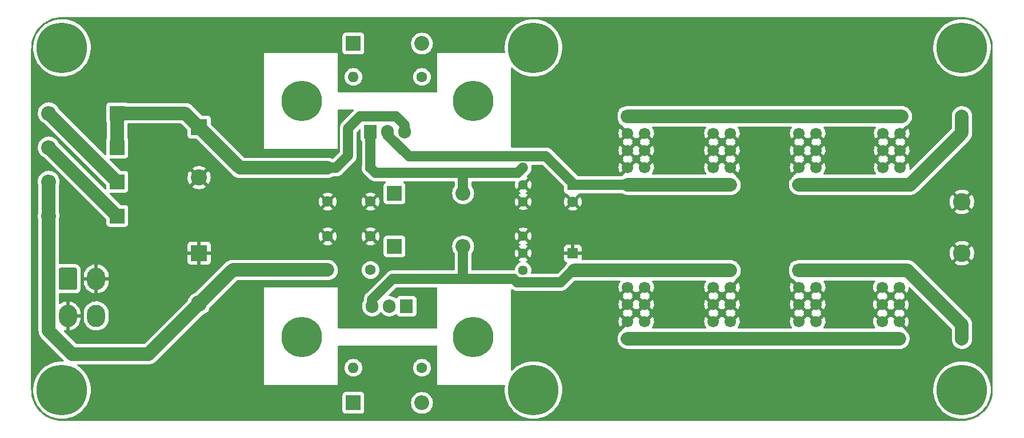
<source format=gtl>
G04 #@! TF.GenerationSoftware,KiCad,Pcbnew,6.0.5+dfsg-1~bpo11+1*
G04 #@! TF.CreationDate,2022-07-16T13:24:40+00:00*
G04 #@! TF.ProjectId,power_supply,706f7765-725f-4737-9570-706c792e6b69,0*
G04 #@! TF.SameCoordinates,Original*
G04 #@! TF.FileFunction,Copper,L1,Top*
G04 #@! TF.FilePolarity,Positive*
%FSLAX46Y46*%
G04 Gerber Fmt 4.6, Leading zero omitted, Abs format (unit mm)*
G04 Created by KiCad (PCBNEW 6.0.5+dfsg-1~bpo11+1) date 2022-07-16 13:24:40*
%MOMM*%
%LPD*%
G01*
G04 APERTURE LIST*
G04 #@! TA.AperFunction,ComponentPad*
%ADD10R,1.905000X2.000000*%
G04 #@! TD*
G04 #@! TA.AperFunction,ComponentPad*
%ADD11O,1.905000X2.000000*%
G04 #@! TD*
G04 #@! TA.AperFunction,ComponentPad*
%ADD12C,1.600000*%
G04 #@! TD*
G04 #@! TA.AperFunction,ComponentPad*
%ADD13O,1.600000X1.600000*%
G04 #@! TD*
G04 #@! TA.AperFunction,ComponentPad*
%ADD14R,2.200000X2.200000*%
G04 #@! TD*
G04 #@! TA.AperFunction,ComponentPad*
%ADD15O,2.200000X2.200000*%
G04 #@! TD*
G04 #@! TA.AperFunction,ComponentPad*
%ADD16C,2.600000*%
G04 #@! TD*
G04 #@! TA.AperFunction,ComponentPad*
%ADD17C,1.700000*%
G04 #@! TD*
G04 #@! TA.AperFunction,ComponentPad*
%ADD18C,7.500000*%
G04 #@! TD*
G04 #@! TA.AperFunction,ComponentPad*
%ADD19C,6.000000*%
G04 #@! TD*
G04 #@! TA.AperFunction,ComponentPad*
%ADD20R,2.400000X2.400000*%
G04 #@! TD*
G04 #@! TA.AperFunction,ComponentPad*
%ADD21C,2.400000*%
G04 #@! TD*
G04 #@! TA.AperFunction,ComponentPad*
%ADD22C,1.440000*%
G04 #@! TD*
G04 #@! TA.AperFunction,ComponentPad*
%ADD23R,1.600000X1.600000*%
G04 #@! TD*
G04 #@! TA.AperFunction,ComponentPad*
%ADD24C,2.000000*%
G04 #@! TD*
G04 #@! TA.AperFunction,ComponentPad*
%ADD25O,2.700000X3.300000*%
G04 #@! TD*
G04 #@! TA.AperFunction,Conductor*
%ADD26C,1.500000*%
G04 #@! TD*
G04 #@! TA.AperFunction,Conductor*
%ADD27C,2.000000*%
G04 #@! TD*
G04 APERTURE END LIST*
D10*
X130556000Y-88900000D03*
D11*
X133096000Y-88900000D03*
X135636000Y-88900000D03*
D12*
X138176000Y-80772000D03*
D13*
X128016000Y-80772000D03*
D14*
X134112000Y-98044000D03*
D15*
X144272000Y-98044000D03*
D16*
X218186000Y-106934000D03*
X218186000Y-99314000D03*
G04 #@! TA.AperFunction,ComponentPad*
G36*
G01*
X167806000Y-87214000D02*
X167806000Y-86014000D01*
G75*
G02*
X168056000Y-85764000I250000J0D01*
G01*
X169256000Y-85764000D01*
G75*
G02*
X169506000Y-86014000I0J-250000D01*
G01*
X169506000Y-87214000D01*
G75*
G02*
X169256000Y-87464000I-250000J0D01*
G01*
X168056000Y-87464000D01*
G75*
G02*
X167806000Y-87214000I0J250000D01*
G01*
G37*
G04 #@! TD.AperFunction*
D17*
X171196000Y-86614000D03*
X168656000Y-89154000D03*
X171196000Y-89154000D03*
X168656000Y-91694000D03*
X171196000Y-91694000D03*
X168656000Y-94234000D03*
X171196000Y-94234000D03*
X168656000Y-96774000D03*
X171196000Y-96774000D03*
D14*
X93032000Y-86158000D03*
D15*
X82872000Y-86158000D03*
D14*
X93032000Y-91238000D03*
D15*
X82872000Y-91238000D03*
D18*
X84836000Y-76454000D03*
D14*
X93032000Y-101398000D03*
D15*
X82872000Y-101398000D03*
D19*
X145796000Y-119380000D03*
X120396000Y-119380000D03*
D20*
X105156000Y-106934000D03*
D21*
X105156000Y-114434000D03*
G04 #@! TA.AperFunction,ComponentPad*
G36*
G01*
X205652000Y-87214000D02*
X205652000Y-86014000D01*
G75*
G02*
X205902000Y-85764000I250000J0D01*
G01*
X207102000Y-85764000D01*
G75*
G02*
X207352000Y-86014000I0J-250000D01*
G01*
X207352000Y-87214000D01*
G75*
G02*
X207102000Y-87464000I-250000J0D01*
G01*
X205902000Y-87464000D01*
G75*
G02*
X205652000Y-87214000I0J250000D01*
G01*
G37*
G04 #@! TD.AperFunction*
D17*
X209042000Y-86614000D03*
X206502000Y-89154000D03*
X209042000Y-89154000D03*
X206502000Y-91694000D03*
X209042000Y-91694000D03*
X206502000Y-94234000D03*
X209042000Y-94234000D03*
X206502000Y-96774000D03*
X209042000Y-96774000D03*
D22*
X153162000Y-104394000D03*
X153162000Y-106934000D03*
X153162000Y-109474000D03*
D12*
X124206000Y-104434000D03*
X124206000Y-109434000D03*
G04 #@! TA.AperFunction,ComponentPad*
G36*
G01*
X205526000Y-110074000D02*
X205526000Y-108874000D01*
G75*
G02*
X205776000Y-108624000I250000J0D01*
G01*
X206976000Y-108624000D01*
G75*
G02*
X207226000Y-108874000I0J-250000D01*
G01*
X207226000Y-110074000D01*
G75*
G02*
X206976000Y-110324000I-250000J0D01*
G01*
X205776000Y-110324000D01*
G75*
G02*
X205526000Y-110074000I0J250000D01*
G01*
G37*
G04 #@! TD.AperFunction*
D17*
X208916000Y-109474000D03*
X206376000Y-112014000D03*
X208916000Y-112014000D03*
X206376000Y-114554000D03*
X208916000Y-114554000D03*
X206376000Y-117094000D03*
X208916000Y-117094000D03*
X206376000Y-119634000D03*
X208916000Y-119634000D03*
G04 #@! TA.AperFunction,ComponentPad*
G36*
G01*
X193206000Y-87214000D02*
X193206000Y-86014000D01*
G75*
G02*
X193456000Y-85764000I250000J0D01*
G01*
X194656000Y-85764000D01*
G75*
G02*
X194906000Y-86014000I0J-250000D01*
G01*
X194906000Y-87214000D01*
G75*
G02*
X194656000Y-87464000I-250000J0D01*
G01*
X193456000Y-87464000D01*
G75*
G02*
X193206000Y-87214000I0J250000D01*
G01*
G37*
G04 #@! TD.AperFunction*
X196596000Y-86614000D03*
X194056000Y-89154000D03*
X196596000Y-89154000D03*
X194056000Y-91694000D03*
X196596000Y-91694000D03*
X194056000Y-94234000D03*
X196596000Y-94234000D03*
X194056000Y-96774000D03*
X196596000Y-96774000D03*
G04 #@! TA.AperFunction,ComponentPad*
G36*
G01*
X167806000Y-110074000D02*
X167806000Y-108874000D01*
G75*
G02*
X168056000Y-108624000I250000J0D01*
G01*
X169256000Y-108624000D01*
G75*
G02*
X169506000Y-108874000I0J-250000D01*
G01*
X169506000Y-110074000D01*
G75*
G02*
X169256000Y-110324000I-250000J0D01*
G01*
X168056000Y-110324000D01*
G75*
G02*
X167806000Y-110074000I0J250000D01*
G01*
G37*
G04 #@! TD.AperFunction*
X171196000Y-109474000D03*
X168656000Y-112014000D03*
X171196000Y-112014000D03*
X168656000Y-114554000D03*
X171196000Y-114554000D03*
X168656000Y-117094000D03*
X171196000Y-117094000D03*
X168656000Y-119634000D03*
X171196000Y-119634000D03*
D23*
X160528000Y-96814000D03*
D12*
X160528000Y-99314000D03*
D20*
X105156000Y-88216220D03*
D21*
X105156000Y-95716220D03*
D12*
X138176000Y-123952000D03*
D13*
X128016000Y-123952000D03*
D12*
X130556000Y-94274000D03*
X130556000Y-99274000D03*
D19*
X145796000Y-84328000D03*
X120396000Y-84328000D03*
D18*
X218186000Y-76454000D03*
X218186000Y-127254000D03*
D14*
X128016000Y-75819000D03*
D15*
X138176000Y-75819000D03*
D18*
X154686000Y-127254000D03*
D24*
X218186000Y-119634000D03*
G04 #@! TA.AperFunction,ComponentPad*
G36*
G01*
X193206000Y-110074000D02*
X193206000Y-108874000D01*
G75*
G02*
X193456000Y-108624000I250000J0D01*
G01*
X194656000Y-108624000D01*
G75*
G02*
X194906000Y-108874000I0J-250000D01*
G01*
X194906000Y-110074000D01*
G75*
G02*
X194656000Y-110324000I-250000J0D01*
G01*
X193456000Y-110324000D01*
G75*
G02*
X193206000Y-110074000I0J250000D01*
G01*
G37*
G04 #@! TD.AperFunction*
D17*
X196596000Y-109474000D03*
X194056000Y-112014000D03*
X196596000Y-112014000D03*
X194056000Y-114554000D03*
X196596000Y-114554000D03*
X194056000Y-117094000D03*
X196596000Y-117094000D03*
X194056000Y-119634000D03*
X196596000Y-119634000D03*
G04 #@! TA.AperFunction,ComponentPad*
G36*
G01*
X180506000Y-87214000D02*
X180506000Y-86014000D01*
G75*
G02*
X180756000Y-85764000I250000J0D01*
G01*
X181956000Y-85764000D01*
G75*
G02*
X182206000Y-86014000I0J-250000D01*
G01*
X182206000Y-87214000D01*
G75*
G02*
X181956000Y-87464000I-250000J0D01*
G01*
X180756000Y-87464000D01*
G75*
G02*
X180506000Y-87214000I0J250000D01*
G01*
G37*
G04 #@! TD.AperFunction*
X183896000Y-86614000D03*
X181356000Y-89154000D03*
X183896000Y-89154000D03*
X181356000Y-91694000D03*
X183896000Y-91694000D03*
X181356000Y-94234000D03*
X183896000Y-94234000D03*
X181356000Y-96774000D03*
X183896000Y-96774000D03*
D18*
X154686000Y-76454000D03*
G04 #@! TA.AperFunction,ComponentPad*
G36*
G01*
X180506000Y-110074000D02*
X180506000Y-108874000D01*
G75*
G02*
X180756000Y-108624000I250000J0D01*
G01*
X181956000Y-108624000D01*
G75*
G02*
X182206000Y-108874000I0J-250000D01*
G01*
X182206000Y-110074000D01*
G75*
G02*
X181956000Y-110324000I-250000J0D01*
G01*
X180756000Y-110324000D01*
G75*
G02*
X180506000Y-110074000I0J250000D01*
G01*
G37*
G04 #@! TD.AperFunction*
D17*
X183896000Y-109474000D03*
X181356000Y-112014000D03*
X183896000Y-112014000D03*
X181356000Y-114554000D03*
X183896000Y-114554000D03*
X181356000Y-117094000D03*
X183896000Y-117094000D03*
X181356000Y-119634000D03*
X183896000Y-119634000D03*
D18*
X84836000Y-127254000D03*
D14*
X128016000Y-129159000D03*
D15*
X138176000Y-129159000D03*
G04 #@! TA.AperFunction,ComponentPad*
G36*
G01*
X84366000Y-112143999D02*
X84366000Y-109344001D01*
G75*
G02*
X84616001Y-109094000I250001J0D01*
G01*
X86815999Y-109094000D01*
G75*
G02*
X87066000Y-109344001I0J-250001D01*
G01*
X87066000Y-112143999D01*
G75*
G02*
X86815999Y-112394000I-250001J0D01*
G01*
X84616001Y-112394000D01*
G75*
G02*
X84366000Y-112143999I0J250001D01*
G01*
G37*
G04 #@! TD.AperFunction*
D25*
X89916000Y-110744000D03*
X85716000Y-116244000D03*
X89916000Y-116244000D03*
D12*
X124206000Y-94274000D03*
X124206000Y-99274000D03*
X130556000Y-104434000D03*
X130556000Y-109434000D03*
D14*
X93032000Y-96318000D03*
D15*
X82872000Y-96318000D03*
D23*
X160528000Y-106974000D03*
D12*
X160528000Y-109474000D03*
D24*
X218186000Y-86614000D03*
D10*
X135890000Y-114808000D03*
D11*
X133350000Y-114808000D03*
X130810000Y-114808000D03*
D22*
X153162000Y-94224000D03*
X153162000Y-96764000D03*
X153162000Y-99304000D03*
D14*
X134112000Y-105918000D03*
D15*
X144272000Y-105918000D03*
D26*
X127254000Y-92456000D02*
X125436000Y-94274000D01*
X135636000Y-88900000D02*
X135636000Y-87884000D01*
D27*
X93032000Y-91238000D02*
X93032000Y-86158000D01*
D26*
X125436000Y-94274000D02*
X124206000Y-94274000D01*
X127254000Y-88392000D02*
X127254000Y-92456000D01*
D27*
X124206000Y-94274000D02*
X111213780Y-94274000D01*
D26*
X134366000Y-86614000D02*
X129032000Y-86614000D01*
X129032000Y-86614000D02*
X127254000Y-88392000D01*
D27*
X111213780Y-94274000D02*
X105156000Y-88216220D01*
X93032000Y-86158000D02*
X103097780Y-86158000D01*
D26*
X135636000Y-87884000D02*
X134366000Y-86614000D01*
D27*
X103097780Y-86158000D02*
X105156000Y-88216220D01*
X82872000Y-96318000D02*
X82872000Y-101398000D01*
X82872000Y-118432000D02*
X86360000Y-121920000D01*
X82872000Y-101398000D02*
X82872000Y-118432000D01*
X110156000Y-109434000D02*
X124206000Y-109434000D01*
X97670000Y-121920000D02*
X105156000Y-114434000D01*
X86360000Y-121920000D02*
X97670000Y-121920000D01*
X105156000Y-114434000D02*
X110156000Y-109434000D01*
D26*
X152390000Y-94996000D02*
X153162000Y-94224000D01*
X144272000Y-95250000D02*
X144018000Y-94996000D01*
X131278000Y-94996000D02*
X144018000Y-94996000D01*
X144018000Y-94996000D02*
X152390000Y-94996000D01*
X144272000Y-98044000D02*
X144272000Y-95250000D01*
X130556000Y-94274000D02*
X131278000Y-94996000D01*
X130556000Y-89154000D02*
X130556000Y-94274000D01*
X156532499Y-92524499D02*
X160782000Y-96774000D01*
X136275208Y-92564000D02*
X152418542Y-92564000D01*
D27*
X218186000Y-89086081D02*
X218186000Y-86614000D01*
X196596000Y-96774000D02*
X194056000Y-96774000D01*
D26*
X133096000Y-89384792D02*
X136275208Y-92564000D01*
X160528000Y-96814000D02*
X160568000Y-96774000D01*
D27*
X196596000Y-96774000D02*
X209296000Y-96774000D01*
D26*
X152418542Y-92564000D02*
X152458043Y-92524499D01*
X152458043Y-92524499D02*
X156532499Y-92524499D01*
X160568000Y-96774000D02*
X168656000Y-96774000D01*
D27*
X183896000Y-96774000D02*
X168656000Y-96774000D01*
X208916000Y-119634000D02*
X168656000Y-119634000D01*
X210498081Y-96774000D02*
X218186000Y-89086081D01*
X209296000Y-96774000D02*
X210498081Y-96774000D01*
D26*
X160782000Y-96774000D02*
X160782000Y-96814000D01*
D27*
X168656000Y-109474000D02*
X160782000Y-109474000D01*
D26*
X144272000Y-105918000D02*
X144272000Y-110744000D01*
X130810000Y-113792000D02*
X133858000Y-110744000D01*
X158750000Y-111252000D02*
X160528000Y-109474000D01*
X133858000Y-110744000D02*
X144272000Y-110744000D01*
D27*
X183896000Y-109474000D02*
X168656000Y-109474000D01*
D26*
X151742499Y-110744000D02*
X152250499Y-111252000D01*
X144272000Y-110744000D02*
X151742499Y-110744000D01*
D27*
X208916000Y-109474000D02*
X210118081Y-109474000D01*
X194056000Y-109474000D02*
X208916000Y-109474000D01*
X218186000Y-117541919D02*
X218186000Y-119634000D01*
X210118081Y-109474000D02*
X218186000Y-117541919D01*
X209296000Y-86614000D02*
X168656000Y-86614000D01*
D26*
X152250499Y-111252000D02*
X158750000Y-111252000D01*
X130810000Y-114808000D02*
X130810000Y-113792000D01*
D27*
X93032000Y-101398000D02*
X82872000Y-91238000D01*
X93032000Y-96318000D02*
X82872000Y-86158000D01*
G04 #@! TA.AperFunction,Conductor*
G36*
X218156018Y-71884000D02*
G01*
X218170851Y-71886310D01*
X218170855Y-71886310D01*
X218179724Y-71887691D01*
X218200183Y-71885016D01*
X218222008Y-71884072D01*
X218578937Y-71899656D01*
X218589886Y-71900614D01*
X218974379Y-71951233D01*
X218985205Y-71953142D01*
X219363822Y-72037080D01*
X219374439Y-72039925D01*
X219544702Y-72093608D01*
X219744302Y-72156542D01*
X219754615Y-72160295D01*
X220112932Y-72308715D01*
X220122876Y-72313353D01*
X220371381Y-72442716D01*
X220466867Y-72492423D01*
X220476387Y-72497919D01*
X220803468Y-72706292D01*
X220812472Y-72712597D01*
X221120138Y-72948678D01*
X221128558Y-72955743D01*
X221361342Y-73169049D01*
X221414483Y-73217744D01*
X221422252Y-73225513D01*
X221591972Y-73410730D01*
X221684257Y-73511442D01*
X221691322Y-73519862D01*
X221927403Y-73827528D01*
X221933708Y-73836532D01*
X222142081Y-74163613D01*
X222147576Y-74173132D01*
X222324851Y-74513672D01*
X222326643Y-74517115D01*
X222331285Y-74527068D01*
X222478249Y-74881869D01*
X222479702Y-74885377D01*
X222483458Y-74895698D01*
X222543617Y-75086498D01*
X222600075Y-75265561D01*
X222602920Y-75276178D01*
X222686858Y-75654795D01*
X222688767Y-75665621D01*
X222739386Y-76050114D01*
X222740344Y-76061064D01*
X222755603Y-76410552D01*
X222754223Y-76435429D01*
X222752309Y-76447724D01*
X222753473Y-76456626D01*
X222753473Y-76456628D01*
X222756436Y-76479283D01*
X222757500Y-76495621D01*
X222757500Y-127204633D01*
X222756000Y-127224018D01*
X222753690Y-127238851D01*
X222753690Y-127238855D01*
X222752309Y-127247724D01*
X222754984Y-127268183D01*
X222755928Y-127290008D01*
X222743921Y-127565003D01*
X222740344Y-127646936D01*
X222739386Y-127657886D01*
X222688767Y-128042379D01*
X222686858Y-128053205D01*
X222602920Y-128431822D01*
X222600075Y-128442439D01*
X222546392Y-128612702D01*
X222518588Y-128700886D01*
X222483461Y-128812294D01*
X222479705Y-128822615D01*
X222338328Y-129163930D01*
X222331289Y-129180923D01*
X222326647Y-129190876D01*
X222205181Y-129424211D01*
X222147577Y-129534867D01*
X222142081Y-129544387D01*
X221933708Y-129871468D01*
X221927403Y-129880472D01*
X221691322Y-130188138D01*
X221684257Y-130196558D01*
X221422256Y-130482483D01*
X221414483Y-130490256D01*
X221128558Y-130752257D01*
X221120138Y-130759322D01*
X220812472Y-130995403D01*
X220803468Y-131001708D01*
X220476387Y-131210081D01*
X220466868Y-131215576D01*
X220122876Y-131394647D01*
X220112932Y-131399285D01*
X219754615Y-131547705D01*
X219744302Y-131551458D01*
X219544702Y-131614392D01*
X219374439Y-131668075D01*
X219363822Y-131670920D01*
X218985205Y-131754858D01*
X218974379Y-131756767D01*
X218589886Y-131807386D01*
X218578937Y-131808344D01*
X218229446Y-131823603D01*
X218204571Y-131822223D01*
X218192276Y-131820309D01*
X218183374Y-131821473D01*
X218183372Y-131821473D01*
X218168323Y-131823441D01*
X218160714Y-131824436D01*
X218144379Y-131825500D01*
X84885367Y-131825500D01*
X84865982Y-131824000D01*
X84851149Y-131821690D01*
X84851145Y-131821690D01*
X84842276Y-131820309D01*
X84821817Y-131822984D01*
X84799992Y-131823928D01*
X84443063Y-131808344D01*
X84432114Y-131807386D01*
X84047621Y-131756767D01*
X84036795Y-131754858D01*
X83658178Y-131670920D01*
X83647561Y-131668075D01*
X83477298Y-131614392D01*
X83277698Y-131551458D01*
X83267385Y-131547705D01*
X82909068Y-131399285D01*
X82899124Y-131394647D01*
X82555132Y-131215576D01*
X82545613Y-131210081D01*
X82218532Y-131001708D01*
X82209528Y-130995403D01*
X81901862Y-130759322D01*
X81893442Y-130752257D01*
X81607517Y-130490256D01*
X81599744Y-130482483D01*
X81337743Y-130196558D01*
X81330678Y-130188138D01*
X81094597Y-129880472D01*
X81088292Y-129871468D01*
X80879919Y-129544387D01*
X80874423Y-129534867D01*
X80816819Y-129424211D01*
X80695353Y-129190876D01*
X80690711Y-129180923D01*
X80683673Y-129163930D01*
X80542295Y-128822615D01*
X80538539Y-128812294D01*
X80503413Y-128700886D01*
X80475608Y-128612702D01*
X80421925Y-128442439D01*
X80419080Y-128431822D01*
X80335142Y-128053205D01*
X80333233Y-128042379D01*
X80282614Y-127657886D01*
X80281656Y-127646936D01*
X80277462Y-127550869D01*
X80266561Y-127301206D01*
X80268188Y-127274805D01*
X80268769Y-127271352D01*
X80268770Y-127271345D01*
X80269576Y-127266552D01*
X80269729Y-127254000D01*
X80265773Y-127226376D01*
X80264500Y-127208514D01*
X80264500Y-127120086D01*
X80574775Y-127120086D01*
X80581084Y-127521697D01*
X80581411Y-127524659D01*
X80592433Y-127624495D01*
X80625160Y-127920932D01*
X80625762Y-127923841D01*
X80625764Y-127923851D01*
X80706008Y-128311337D01*
X80706611Y-128314247D01*
X80824716Y-128698151D01*
X80978425Y-129069237D01*
X81166374Y-129424211D01*
X81167999Y-129426685D01*
X81168005Y-129426695D01*
X81316514Y-129652779D01*
X81386894Y-129759922D01*
X81638030Y-130073390D01*
X81640094Y-130075520D01*
X81640102Y-130075529D01*
X81849220Y-130291321D01*
X81917550Y-130361833D01*
X81934975Y-130376715D01*
X82127764Y-130541372D01*
X82222976Y-130622691D01*
X82551594Y-130853648D01*
X82608736Y-130886241D01*
X82897913Y-131051185D01*
X82897918Y-131051188D01*
X82900489Y-131052654D01*
X83266564Y-131217943D01*
X83646569Y-131348048D01*
X83649443Y-131348738D01*
X83649450Y-131348740D01*
X84034253Y-131441123D01*
X84034257Y-131441124D01*
X84037132Y-131441814D01*
X84040065Y-131442231D01*
X84040068Y-131442232D01*
X84171313Y-131460911D01*
X84434785Y-131498408D01*
X84836000Y-131517329D01*
X85237215Y-131498408D01*
X85500687Y-131460911D01*
X85631932Y-131442232D01*
X85631935Y-131442231D01*
X85634868Y-131441814D01*
X85637743Y-131441124D01*
X85637747Y-131441123D01*
X86022550Y-131348740D01*
X86022557Y-131348738D01*
X86025431Y-131348048D01*
X86405436Y-131217943D01*
X86771511Y-131052654D01*
X86774082Y-131051188D01*
X86774087Y-131051185D01*
X87063264Y-130886241D01*
X87120406Y-130853648D01*
X87449024Y-130622691D01*
X87544237Y-130541372D01*
X87737025Y-130376715D01*
X87754450Y-130361833D01*
X87807456Y-130307134D01*
X126407500Y-130307134D01*
X126414255Y-130369316D01*
X126465385Y-130505705D01*
X126552739Y-130622261D01*
X126669295Y-130709615D01*
X126805684Y-130760745D01*
X126867866Y-130767500D01*
X129164134Y-130767500D01*
X129226316Y-130760745D01*
X129362705Y-130709615D01*
X129479261Y-130622261D01*
X129566615Y-130505705D01*
X129617745Y-130369316D01*
X129624500Y-130307134D01*
X129624500Y-129159000D01*
X136562526Y-129159000D01*
X136582391Y-129411403D01*
X136583545Y-129416210D01*
X136583546Y-129416216D01*
X136586062Y-129426695D01*
X136641495Y-129657591D01*
X136643388Y-129662162D01*
X136643389Y-129662164D01*
X136730086Y-129871468D01*
X136738384Y-129891502D01*
X136870672Y-130107376D01*
X137035102Y-130299898D01*
X137227624Y-130464328D01*
X137443498Y-130596616D01*
X137448068Y-130598509D01*
X137448072Y-130598511D01*
X137518401Y-130627642D01*
X137677409Y-130693505D01*
X137744513Y-130709615D01*
X137918784Y-130751454D01*
X137918790Y-130751455D01*
X137923597Y-130752609D01*
X138176000Y-130772474D01*
X138428403Y-130752609D01*
X138433210Y-130751455D01*
X138433216Y-130751454D01*
X138607487Y-130709615D01*
X138674591Y-130693505D01*
X138833599Y-130627642D01*
X138903928Y-130598511D01*
X138903932Y-130598509D01*
X138908502Y-130596616D01*
X139124376Y-130464328D01*
X139316898Y-130299898D01*
X139481328Y-130107376D01*
X139613616Y-129891502D01*
X139621915Y-129871468D01*
X139708611Y-129662164D01*
X139708612Y-129662162D01*
X139710505Y-129657591D01*
X139765938Y-129426695D01*
X139768454Y-129416216D01*
X139768455Y-129416210D01*
X139769609Y-129411403D01*
X139789474Y-129159000D01*
X139769609Y-128906597D01*
X139710505Y-128660409D01*
X139620219Y-128442439D01*
X139615511Y-128431072D01*
X139615509Y-128431068D01*
X139613616Y-128426498D01*
X139481328Y-128210624D01*
X139316898Y-128018102D01*
X139124376Y-127853672D01*
X138908502Y-127721384D01*
X138903932Y-127719491D01*
X138903928Y-127719489D01*
X138679164Y-127626389D01*
X138679162Y-127626388D01*
X138674591Y-127624495D01*
X138589968Y-127604179D01*
X138433216Y-127566546D01*
X138433210Y-127566545D01*
X138428403Y-127565391D01*
X138176000Y-127545526D01*
X137923597Y-127565391D01*
X137918790Y-127566545D01*
X137918784Y-127566546D01*
X137762032Y-127604179D01*
X137677409Y-127624495D01*
X137672838Y-127626388D01*
X137672836Y-127626389D01*
X137448072Y-127719489D01*
X137448068Y-127719491D01*
X137443498Y-127721384D01*
X137227624Y-127853672D01*
X137035102Y-128018102D01*
X136870672Y-128210624D01*
X136738384Y-128426498D01*
X136736491Y-128431068D01*
X136736489Y-128431072D01*
X136731781Y-128442439D01*
X136641495Y-128660409D01*
X136582391Y-128906597D01*
X136562526Y-129159000D01*
X129624500Y-129159000D01*
X129624500Y-128010866D01*
X129617745Y-127948684D01*
X129566615Y-127812295D01*
X129479261Y-127695739D01*
X129362705Y-127608385D01*
X129226316Y-127557255D01*
X129164134Y-127550500D01*
X126867866Y-127550500D01*
X126805684Y-127557255D01*
X126669295Y-127608385D01*
X126552739Y-127695739D01*
X126465385Y-127812295D01*
X126414255Y-127948684D01*
X126407500Y-128010866D01*
X126407500Y-130307134D01*
X87807456Y-130307134D01*
X87822780Y-130291321D01*
X88031898Y-130075529D01*
X88031906Y-130075520D01*
X88033970Y-130073390D01*
X88285106Y-129759922D01*
X88355486Y-129652779D01*
X88503995Y-129426695D01*
X88504001Y-129426685D01*
X88505626Y-129424211D01*
X88693575Y-129069237D01*
X88847284Y-128698151D01*
X88965389Y-128314247D01*
X88965992Y-128311337D01*
X89046236Y-127923851D01*
X89046238Y-127923841D01*
X89046840Y-127920932D01*
X89076483Y-127652432D01*
X89090645Y-127524153D01*
X89090645Y-127524149D01*
X89090916Y-127521697D01*
X89090993Y-127519244D01*
X89090994Y-127519231D01*
X89098263Y-127287920D01*
X89099329Y-127254000D01*
X89080408Y-126852785D01*
X89029061Y-126492000D01*
X114808000Y-126492000D01*
X125730000Y-126492000D01*
X125730000Y-123952000D01*
X126702502Y-123952000D01*
X126722457Y-124180087D01*
X126723881Y-124185400D01*
X126723881Y-124185402D01*
X126767851Y-124349497D01*
X126781716Y-124401243D01*
X126784039Y-124406224D01*
X126784039Y-124406225D01*
X126876151Y-124603762D01*
X126876154Y-124603767D01*
X126878477Y-124608749D01*
X127009802Y-124796300D01*
X127171700Y-124958198D01*
X127176208Y-124961355D01*
X127176211Y-124961357D01*
X127187975Y-124969594D01*
X127359251Y-125089523D01*
X127364233Y-125091846D01*
X127364238Y-125091849D01*
X127561775Y-125183961D01*
X127566757Y-125186284D01*
X127572065Y-125187706D01*
X127572067Y-125187707D01*
X127782598Y-125244119D01*
X127782600Y-125244119D01*
X127787913Y-125245543D01*
X128016000Y-125265498D01*
X128244087Y-125245543D01*
X128249400Y-125244119D01*
X128249402Y-125244119D01*
X128459933Y-125187707D01*
X128459935Y-125187706D01*
X128465243Y-125186284D01*
X128470225Y-125183961D01*
X128667762Y-125091849D01*
X128667767Y-125091846D01*
X128672749Y-125089523D01*
X128844025Y-124969594D01*
X128855789Y-124961357D01*
X128855792Y-124961355D01*
X128860300Y-124958198D01*
X129022198Y-124796300D01*
X129153523Y-124608749D01*
X129155846Y-124603767D01*
X129155849Y-124603762D01*
X129247961Y-124406225D01*
X129247961Y-124406224D01*
X129250284Y-124401243D01*
X129264150Y-124349497D01*
X129308119Y-124185402D01*
X129308119Y-124185400D01*
X129309543Y-124180087D01*
X129329498Y-123952000D01*
X136862502Y-123952000D01*
X136882457Y-124180087D01*
X136883881Y-124185400D01*
X136883881Y-124185402D01*
X136927851Y-124349497D01*
X136941716Y-124401243D01*
X136944039Y-124406224D01*
X136944039Y-124406225D01*
X137036151Y-124603762D01*
X137036154Y-124603767D01*
X137038477Y-124608749D01*
X137169802Y-124796300D01*
X137331700Y-124958198D01*
X137336208Y-124961355D01*
X137336211Y-124961357D01*
X137347975Y-124969594D01*
X137519251Y-125089523D01*
X137524233Y-125091846D01*
X137524238Y-125091849D01*
X137721775Y-125183961D01*
X137726757Y-125186284D01*
X137732065Y-125187706D01*
X137732067Y-125187707D01*
X137942598Y-125244119D01*
X137942600Y-125244119D01*
X137947913Y-125245543D01*
X138176000Y-125265498D01*
X138404087Y-125245543D01*
X138409400Y-125244119D01*
X138409402Y-125244119D01*
X138619933Y-125187707D01*
X138619935Y-125187706D01*
X138625243Y-125186284D01*
X138630225Y-125183961D01*
X138827762Y-125091849D01*
X138827767Y-125091846D01*
X138832749Y-125089523D01*
X139004025Y-124969594D01*
X139015789Y-124961357D01*
X139015792Y-124961355D01*
X139020300Y-124958198D01*
X139182198Y-124796300D01*
X139313523Y-124608749D01*
X139315846Y-124603767D01*
X139315849Y-124603762D01*
X139407961Y-124406225D01*
X139407961Y-124406224D01*
X139410284Y-124401243D01*
X139424150Y-124349497D01*
X139468119Y-124185402D01*
X139468119Y-124185400D01*
X139469543Y-124180087D01*
X139489498Y-123952000D01*
X139469543Y-123723913D01*
X139437866Y-123605694D01*
X139411707Y-123508067D01*
X139411706Y-123508065D01*
X139410284Y-123502757D01*
X139376979Y-123431334D01*
X139315849Y-123300238D01*
X139315846Y-123300233D01*
X139313523Y-123295251D01*
X139194651Y-123125484D01*
X139185357Y-123112211D01*
X139185355Y-123112208D01*
X139182198Y-123107700D01*
X139020300Y-122945802D01*
X139015792Y-122942645D01*
X139015789Y-122942643D01*
X138937611Y-122887902D01*
X138832749Y-122814477D01*
X138827767Y-122812154D01*
X138827762Y-122812151D01*
X138630225Y-122720039D01*
X138630224Y-122720039D01*
X138625243Y-122717716D01*
X138619935Y-122716294D01*
X138619933Y-122716293D01*
X138409402Y-122659881D01*
X138409400Y-122659881D01*
X138404087Y-122658457D01*
X138176000Y-122638502D01*
X137947913Y-122658457D01*
X137942600Y-122659881D01*
X137942598Y-122659881D01*
X137732067Y-122716293D01*
X137732065Y-122716294D01*
X137726757Y-122717716D01*
X137721776Y-122720039D01*
X137721775Y-122720039D01*
X137524238Y-122812151D01*
X137524233Y-122812154D01*
X137519251Y-122814477D01*
X137414389Y-122887902D01*
X137336211Y-122942643D01*
X137336208Y-122942645D01*
X137331700Y-122945802D01*
X137169802Y-123107700D01*
X137166645Y-123112208D01*
X137166643Y-123112211D01*
X137157349Y-123125484D01*
X137038477Y-123295251D01*
X137036154Y-123300233D01*
X137036151Y-123300238D01*
X136975021Y-123431334D01*
X136941716Y-123502757D01*
X136940294Y-123508065D01*
X136940293Y-123508067D01*
X136914134Y-123605694D01*
X136882457Y-123723913D01*
X136862502Y-123952000D01*
X129329498Y-123952000D01*
X129309543Y-123723913D01*
X129277866Y-123605694D01*
X129251707Y-123508067D01*
X129251706Y-123508065D01*
X129250284Y-123502757D01*
X129216979Y-123431334D01*
X129155849Y-123300238D01*
X129155846Y-123300233D01*
X129153523Y-123295251D01*
X129034651Y-123125484D01*
X129025357Y-123112211D01*
X129025355Y-123112208D01*
X129022198Y-123107700D01*
X128860300Y-122945802D01*
X128855792Y-122942645D01*
X128855789Y-122942643D01*
X128777611Y-122887902D01*
X128672749Y-122814477D01*
X128667767Y-122812154D01*
X128667762Y-122812151D01*
X128470225Y-122720039D01*
X128470224Y-122720039D01*
X128465243Y-122717716D01*
X128459935Y-122716294D01*
X128459933Y-122716293D01*
X128249402Y-122659881D01*
X128249400Y-122659881D01*
X128244087Y-122658457D01*
X128016000Y-122638502D01*
X127787913Y-122658457D01*
X127782600Y-122659881D01*
X127782598Y-122659881D01*
X127572067Y-122716293D01*
X127572065Y-122716294D01*
X127566757Y-122717716D01*
X127561776Y-122720039D01*
X127561775Y-122720039D01*
X127364238Y-122812151D01*
X127364233Y-122812154D01*
X127359251Y-122814477D01*
X127254389Y-122887902D01*
X127176211Y-122942643D01*
X127176208Y-122942645D01*
X127171700Y-122945802D01*
X127009802Y-123107700D01*
X127006645Y-123112208D01*
X127006643Y-123112211D01*
X126997349Y-123125484D01*
X126878477Y-123295251D01*
X126876154Y-123300233D01*
X126876151Y-123300238D01*
X126815021Y-123431334D01*
X126781716Y-123502757D01*
X126780294Y-123508065D01*
X126780293Y-123508067D01*
X126754134Y-123605694D01*
X126722457Y-123723913D01*
X126702502Y-123952000D01*
X125730000Y-123952000D01*
X125730000Y-120776000D01*
X125750002Y-120707879D01*
X125803658Y-120661386D01*
X125856000Y-120650000D01*
X140336000Y-120650000D01*
X140404121Y-120670002D01*
X140450614Y-120723658D01*
X140462000Y-120776000D01*
X140462000Y-126492000D01*
X150346127Y-126492000D01*
X150414248Y-126512002D01*
X150460741Y-126565658D01*
X150470251Y-126639663D01*
X150456289Y-126719663D01*
X150456057Y-126722611D01*
X150446044Y-126849843D01*
X150424775Y-127120086D01*
X150431084Y-127521697D01*
X150431411Y-127524659D01*
X150442433Y-127624495D01*
X150475160Y-127920932D01*
X150475762Y-127923841D01*
X150475764Y-127923851D01*
X150556008Y-128311337D01*
X150556611Y-128314247D01*
X150674716Y-128698151D01*
X150828425Y-129069237D01*
X151016374Y-129424211D01*
X151017999Y-129426685D01*
X151018005Y-129426695D01*
X151166514Y-129652779D01*
X151236894Y-129759922D01*
X151488030Y-130073390D01*
X151490094Y-130075520D01*
X151490102Y-130075529D01*
X151699220Y-130291321D01*
X151767550Y-130361833D01*
X151784975Y-130376715D01*
X151977764Y-130541372D01*
X152072976Y-130622691D01*
X152401594Y-130853648D01*
X152458736Y-130886241D01*
X152747913Y-131051185D01*
X152747918Y-131051188D01*
X152750489Y-131052654D01*
X153116564Y-131217943D01*
X153496569Y-131348048D01*
X153499443Y-131348738D01*
X153499450Y-131348740D01*
X153884253Y-131441123D01*
X153884257Y-131441124D01*
X153887132Y-131441814D01*
X153890065Y-131442231D01*
X153890068Y-131442232D01*
X154021313Y-131460911D01*
X154284785Y-131498408D01*
X154686000Y-131517329D01*
X155087215Y-131498408D01*
X155350687Y-131460911D01*
X155481932Y-131442232D01*
X155481935Y-131442231D01*
X155484868Y-131441814D01*
X155487743Y-131441124D01*
X155487747Y-131441123D01*
X155872550Y-131348740D01*
X155872557Y-131348738D01*
X155875431Y-131348048D01*
X156255436Y-131217943D01*
X156621511Y-131052654D01*
X156624082Y-131051188D01*
X156624087Y-131051185D01*
X156913264Y-130886241D01*
X156970406Y-130853648D01*
X157299024Y-130622691D01*
X157394237Y-130541372D01*
X157587025Y-130376715D01*
X157604450Y-130361833D01*
X157672780Y-130291321D01*
X157881898Y-130075529D01*
X157881906Y-130075520D01*
X157883970Y-130073390D01*
X158135106Y-129759922D01*
X158205486Y-129652779D01*
X158353995Y-129426695D01*
X158354001Y-129426685D01*
X158355626Y-129424211D01*
X158543575Y-129069237D01*
X158697284Y-128698151D01*
X158815389Y-128314247D01*
X158815992Y-128311337D01*
X158896236Y-127923851D01*
X158896238Y-127923841D01*
X158896840Y-127920932D01*
X158926483Y-127652432D01*
X158940645Y-127524153D01*
X158940645Y-127524149D01*
X158940916Y-127521697D01*
X158940993Y-127519244D01*
X158940994Y-127519231D01*
X158948263Y-127287920D01*
X158949329Y-127254000D01*
X158943014Y-127120086D01*
X213924775Y-127120086D01*
X213931084Y-127521697D01*
X213931411Y-127524659D01*
X213942433Y-127624495D01*
X213975160Y-127920932D01*
X213975762Y-127923841D01*
X213975764Y-127923851D01*
X214056008Y-128311337D01*
X214056611Y-128314247D01*
X214174716Y-128698151D01*
X214328425Y-129069237D01*
X214516374Y-129424211D01*
X214517999Y-129426685D01*
X214518005Y-129426695D01*
X214666514Y-129652779D01*
X214736894Y-129759922D01*
X214988030Y-130073390D01*
X214990094Y-130075520D01*
X214990102Y-130075529D01*
X215199220Y-130291321D01*
X215267550Y-130361833D01*
X215284975Y-130376715D01*
X215477764Y-130541372D01*
X215572976Y-130622691D01*
X215901594Y-130853648D01*
X215958736Y-130886241D01*
X216247913Y-131051185D01*
X216247918Y-131051188D01*
X216250489Y-131052654D01*
X216616564Y-131217943D01*
X216996569Y-131348048D01*
X216999443Y-131348738D01*
X216999450Y-131348740D01*
X217384253Y-131441123D01*
X217384257Y-131441124D01*
X217387132Y-131441814D01*
X217390065Y-131442231D01*
X217390068Y-131442232D01*
X217521313Y-131460911D01*
X217784785Y-131498408D01*
X218186000Y-131517329D01*
X218587215Y-131498408D01*
X218850687Y-131460911D01*
X218981932Y-131442232D01*
X218981935Y-131442231D01*
X218984868Y-131441814D01*
X218987743Y-131441124D01*
X218987747Y-131441123D01*
X219372550Y-131348740D01*
X219372557Y-131348738D01*
X219375431Y-131348048D01*
X219755436Y-131217943D01*
X220121511Y-131052654D01*
X220124082Y-131051188D01*
X220124087Y-131051185D01*
X220413264Y-130886241D01*
X220470406Y-130853648D01*
X220799024Y-130622691D01*
X220894237Y-130541372D01*
X221087025Y-130376715D01*
X221104450Y-130361833D01*
X221172780Y-130291321D01*
X221381898Y-130075529D01*
X221381906Y-130075520D01*
X221383970Y-130073390D01*
X221635106Y-129759922D01*
X221705486Y-129652779D01*
X221853995Y-129426695D01*
X221854001Y-129426685D01*
X221855626Y-129424211D01*
X222043575Y-129069237D01*
X222197284Y-128698151D01*
X222315389Y-128314247D01*
X222315992Y-128311337D01*
X222396236Y-127923851D01*
X222396238Y-127923841D01*
X222396840Y-127920932D01*
X222426483Y-127652432D01*
X222440645Y-127524153D01*
X222440645Y-127524149D01*
X222440916Y-127521697D01*
X222440993Y-127519244D01*
X222440994Y-127519231D01*
X222448263Y-127287920D01*
X222449329Y-127254000D01*
X222430408Y-126852785D01*
X222373814Y-126455132D01*
X222280048Y-126064569D01*
X222149943Y-125684564D01*
X221984654Y-125318489D01*
X221954429Y-125265498D01*
X221854054Y-125089523D01*
X221785648Y-124969594D01*
X221554691Y-124640976D01*
X221293833Y-124335550D01*
X221138892Y-124185402D01*
X221007529Y-124058102D01*
X221007520Y-124058094D01*
X221005390Y-124056030D01*
X220691922Y-123804894D01*
X220680207Y-123797199D01*
X220358695Y-123586005D01*
X220358685Y-123585999D01*
X220356211Y-123584374D01*
X220001237Y-123396425D01*
X219630151Y-123242716D01*
X219278486Y-123134529D01*
X219249085Y-123125484D01*
X219249083Y-123125484D01*
X219246247Y-123124611D01*
X219243344Y-123124010D01*
X219243337Y-123124008D01*
X218855851Y-123043764D01*
X218855841Y-123043762D01*
X218852932Y-123043160D01*
X218453697Y-122999084D01*
X218450716Y-122999037D01*
X218450713Y-122999037D01*
X218338454Y-122997274D01*
X218052086Y-122992775D01*
X218049142Y-122993007D01*
X218049132Y-122993007D01*
X217698917Y-123020570D01*
X217651663Y-123024289D01*
X217255984Y-123093346D01*
X217253117Y-123094130D01*
X217253105Y-123094133D01*
X216871423Y-123198549D01*
X216871413Y-123198552D01*
X216868559Y-123199333D01*
X216865795Y-123200377D01*
X216865784Y-123200381D01*
X216525228Y-123329067D01*
X216492828Y-123341310D01*
X216490161Y-123342617D01*
X216490160Y-123342617D01*
X216163274Y-123502757D01*
X216132126Y-123518016D01*
X216129591Y-123519569D01*
X216129590Y-123519570D01*
X216021178Y-123586005D01*
X215789654Y-123727883D01*
X215468452Y-123969049D01*
X215171371Y-124239371D01*
X214901049Y-124536452D01*
X214659883Y-124857654D01*
X214450016Y-125200126D01*
X214448704Y-125202805D01*
X214448703Y-125202806D01*
X214392031Y-125318489D01*
X214273310Y-125560828D01*
X214272263Y-125563598D01*
X214272262Y-125563601D01*
X214132381Y-125933784D01*
X214132377Y-125933795D01*
X214131333Y-125936559D01*
X214130552Y-125939413D01*
X214130549Y-125939423D01*
X214026133Y-126321105D01*
X214026130Y-126321117D01*
X214025346Y-126323984D01*
X213956289Y-126719663D01*
X213956057Y-126722611D01*
X213946044Y-126849843D01*
X213924775Y-127120086D01*
X158943014Y-127120086D01*
X158930408Y-126852785D01*
X158873814Y-126455132D01*
X158780048Y-126064569D01*
X158649943Y-125684564D01*
X158484654Y-125318489D01*
X158454429Y-125265498D01*
X158354054Y-125089523D01*
X158285648Y-124969594D01*
X158054691Y-124640976D01*
X157793833Y-124335550D01*
X157638892Y-124185402D01*
X157507529Y-124058102D01*
X157507520Y-124058094D01*
X157505390Y-124056030D01*
X157191922Y-123804894D01*
X157180207Y-123797199D01*
X156858695Y-123586005D01*
X156858685Y-123585999D01*
X156856211Y-123584374D01*
X156501237Y-123396425D01*
X156130151Y-123242716D01*
X155778486Y-123134529D01*
X155749085Y-123125484D01*
X155749083Y-123125484D01*
X155746247Y-123124611D01*
X155743344Y-123124010D01*
X155743337Y-123124008D01*
X155355851Y-123043764D01*
X155355841Y-123043762D01*
X155352932Y-123043160D01*
X154953697Y-122999084D01*
X154950716Y-122999037D01*
X154950713Y-122999037D01*
X154838454Y-122997274D01*
X154552086Y-122992775D01*
X154549142Y-122993007D01*
X154549132Y-122993007D01*
X154198917Y-123020570D01*
X154151663Y-123024289D01*
X153755984Y-123093346D01*
X153753117Y-123094130D01*
X153753105Y-123094133D01*
X153371423Y-123198549D01*
X153371413Y-123198552D01*
X153368559Y-123199333D01*
X153365795Y-123200377D01*
X153365784Y-123200381D01*
X153025228Y-123329067D01*
X152992828Y-123341310D01*
X152990161Y-123342617D01*
X152990160Y-123342617D01*
X152663274Y-123502757D01*
X152632126Y-123518016D01*
X152629591Y-123519569D01*
X152629590Y-123519570D01*
X152521178Y-123586005D01*
X152289654Y-123727883D01*
X151968452Y-123969049D01*
X151671371Y-124239371D01*
X151607400Y-124309675D01*
X151603194Y-124314297D01*
X151542554Y-124351220D01*
X151471578Y-124349497D01*
X151412801Y-124309675D01*
X151384884Y-124244397D01*
X151384000Y-124229498D01*
X151384000Y-119686817D01*
X167143514Y-119686817D01*
X167144095Y-119691837D01*
X167144095Y-119691841D01*
X167165968Y-119880877D01*
X167171415Y-119927956D01*
X167172791Y-119932820D01*
X167172792Y-119932823D01*
X167218476Y-120094266D01*
X167237510Y-120161532D01*
X167239644Y-120166108D01*
X167239646Y-120166114D01*
X167320469Y-120339439D01*
X167340099Y-120381536D01*
X167476544Y-120582307D01*
X167643332Y-120758681D01*
X167647358Y-120761759D01*
X167647359Y-120761760D01*
X167832154Y-120903047D01*
X167832158Y-120903050D01*
X167836174Y-120906120D01*
X168050109Y-121020831D01*
X168279631Y-121099862D01*
X168378978Y-121117022D01*
X168514926Y-121140504D01*
X168514932Y-121140505D01*
X168518836Y-121141179D01*
X168522797Y-121141359D01*
X168522798Y-121141359D01*
X168546506Y-121142436D01*
X168546525Y-121142436D01*
X168547925Y-121142500D01*
X208977001Y-121142500D01*
X208979509Y-121142298D01*
X208979514Y-121142298D01*
X209152924Y-121128346D01*
X209152929Y-121128345D01*
X209157965Y-121127940D01*
X209162873Y-121126734D01*
X209162876Y-121126734D01*
X209388792Y-121071244D01*
X209393706Y-121070037D01*
X209398358Y-121068062D01*
X209398362Y-121068061D01*
X209592895Y-120985486D01*
X209617156Y-120975188D01*
X209723037Y-120908511D01*
X209818288Y-120848528D01*
X209818291Y-120848526D01*
X209822567Y-120845833D01*
X209883217Y-120792363D01*
X210000858Y-120688650D01*
X210000861Y-120688647D01*
X210004655Y-120685302D01*
X210016870Y-120670431D01*
X210155526Y-120501628D01*
X210155528Y-120501625D01*
X210158734Y-120497722D01*
X210253350Y-120335156D01*
X210278299Y-120292290D01*
X210278300Y-120292288D01*
X210280841Y-120287922D01*
X210301110Y-120235118D01*
X210366020Y-120066022D01*
X210366021Y-120066018D01*
X210367833Y-120061298D01*
X210378473Y-120010369D01*
X210416440Y-119828631D01*
X210416440Y-119828627D01*
X210417474Y-119823680D01*
X210428486Y-119581183D01*
X210427166Y-119569771D01*
X210401167Y-119345071D01*
X210401166Y-119345067D01*
X210400585Y-119340044D01*
X210361633Y-119202388D01*
X210335866Y-119111331D01*
X210334490Y-119106468D01*
X210332356Y-119101892D01*
X210332354Y-119101886D01*
X210234038Y-118891046D01*
X210234036Y-118891042D01*
X210231901Y-118886464D01*
X210095456Y-118685693D01*
X209928668Y-118509319D01*
X209910315Y-118495287D01*
X209739846Y-118364953D01*
X209739842Y-118364950D01*
X209735826Y-118361880D01*
X209731368Y-118359489D01*
X209729826Y-118358496D01*
X209683401Y-118304782D01*
X209672642Y-118240708D01*
X209674697Y-118219000D01*
X209666660Y-118203870D01*
X208557922Y-117095132D01*
X209280408Y-117095132D01*
X209280539Y-117096965D01*
X209284790Y-117103580D01*
X210026474Y-117845264D01*
X210038484Y-117851823D01*
X210050223Y-117842855D01*
X210081004Y-117800019D01*
X210086315Y-117791180D01*
X210180670Y-117600267D01*
X210184469Y-117590672D01*
X210246376Y-117386915D01*
X210248555Y-117376834D01*
X210276590Y-117163887D01*
X210277109Y-117157212D01*
X210278572Y-117097364D01*
X210278378Y-117090646D01*
X210260781Y-116876604D01*
X210259096Y-116866424D01*
X210207214Y-116659875D01*
X210203894Y-116650124D01*
X210118972Y-116454814D01*
X210114105Y-116445739D01*
X210049063Y-116345197D01*
X210038377Y-116335995D01*
X210028812Y-116340398D01*
X209288022Y-117081188D01*
X209280408Y-117095132D01*
X208557922Y-117095132D01*
X207805849Y-116343059D01*
X207794313Y-116336759D01*
X207782028Y-116346384D01*
X207749192Y-116394520D01*
X207694281Y-116439523D01*
X207623756Y-116447694D01*
X207560009Y-116416440D01*
X207539311Y-116391955D01*
X207509062Y-116345197D01*
X207498377Y-116335995D01*
X207488812Y-116340398D01*
X206465095Y-117364115D01*
X206402783Y-117398141D01*
X206331968Y-117393076D01*
X206286905Y-117364115D01*
X205265849Y-116343059D01*
X205254313Y-116336759D01*
X205242031Y-116346382D01*
X205194089Y-116416662D01*
X205189004Y-116425613D01*
X205099338Y-116618783D01*
X205095775Y-116628470D01*
X205038864Y-116833681D01*
X205036933Y-116843800D01*
X205014302Y-117055574D01*
X205014050Y-117065863D01*
X205026309Y-117278477D01*
X205027745Y-117288697D01*
X205074565Y-117496446D01*
X205077645Y-117506275D01*
X205157770Y-117703603D01*
X205162413Y-117712794D01*
X205273694Y-117894388D01*
X205279772Y-117902692D01*
X205292168Y-117917002D01*
X205321651Y-117981587D01*
X205311537Y-118051860D01*
X205265036Y-118105508D01*
X205196931Y-118125500D01*
X197772818Y-118125500D01*
X197704697Y-118105498D01*
X197658204Y-118051842D01*
X197648100Y-117981568D01*
X197670496Y-117925974D01*
X197761003Y-117800020D01*
X197766313Y-117791183D01*
X197860670Y-117600267D01*
X197864469Y-117590672D01*
X197926376Y-117386915D01*
X197928555Y-117376834D01*
X197956590Y-117163887D01*
X197957109Y-117157212D01*
X197958572Y-117097364D01*
X197958378Y-117090646D01*
X197940781Y-116876604D01*
X197939096Y-116866424D01*
X197887214Y-116659875D01*
X197883894Y-116650124D01*
X197798972Y-116454814D01*
X197794105Y-116445739D01*
X197729063Y-116345197D01*
X197718377Y-116335995D01*
X197708812Y-116340398D01*
X196685095Y-117364115D01*
X196622783Y-117398141D01*
X196551968Y-117393076D01*
X196506905Y-117364115D01*
X195485849Y-116343059D01*
X195474313Y-116336759D01*
X195462028Y-116346384D01*
X195429192Y-116394520D01*
X195374281Y-116439523D01*
X195303756Y-116447694D01*
X195240009Y-116416440D01*
X195219311Y-116391955D01*
X195189062Y-116345197D01*
X195178377Y-116335995D01*
X195168812Y-116340398D01*
X194145095Y-117364115D01*
X194082783Y-117398141D01*
X194011968Y-117393076D01*
X193966905Y-117364115D01*
X192945849Y-116343059D01*
X192934313Y-116336759D01*
X192922031Y-116346382D01*
X192874089Y-116416662D01*
X192869004Y-116425613D01*
X192779338Y-116618783D01*
X192775775Y-116628470D01*
X192718864Y-116833681D01*
X192716933Y-116843800D01*
X192694302Y-117055574D01*
X192694050Y-117065863D01*
X192706309Y-117278477D01*
X192707745Y-117288697D01*
X192754565Y-117496446D01*
X192757645Y-117506275D01*
X192837770Y-117703603D01*
X192842413Y-117712794D01*
X192953694Y-117894388D01*
X192959772Y-117902692D01*
X192972168Y-117917002D01*
X193001651Y-117981587D01*
X192991537Y-118051860D01*
X192945036Y-118105508D01*
X192876931Y-118125500D01*
X185072818Y-118125500D01*
X185004697Y-118105498D01*
X184958204Y-118051842D01*
X184948100Y-117981568D01*
X184970496Y-117925974D01*
X185061003Y-117800020D01*
X185066313Y-117791183D01*
X185160670Y-117600267D01*
X185164469Y-117590672D01*
X185226376Y-117386915D01*
X185228555Y-117376834D01*
X185256590Y-117163887D01*
X185257109Y-117157212D01*
X185258572Y-117097364D01*
X185258378Y-117090646D01*
X185240781Y-116876604D01*
X185239096Y-116866424D01*
X185187214Y-116659875D01*
X185183894Y-116650124D01*
X185098972Y-116454814D01*
X185094105Y-116445739D01*
X185029063Y-116345197D01*
X185018377Y-116335995D01*
X185008812Y-116340398D01*
X183985095Y-117364115D01*
X183922783Y-117398141D01*
X183851968Y-117393076D01*
X183806905Y-117364115D01*
X182785849Y-116343059D01*
X182774313Y-116336759D01*
X182762028Y-116346384D01*
X182729192Y-116394520D01*
X182674281Y-116439523D01*
X182603756Y-116447694D01*
X182540009Y-116416440D01*
X182519311Y-116391955D01*
X182489062Y-116345197D01*
X182478377Y-116335995D01*
X182468812Y-116340398D01*
X181445095Y-117364115D01*
X181382783Y-117398141D01*
X181311968Y-117393076D01*
X181266905Y-117364115D01*
X180245849Y-116343059D01*
X180234313Y-116336759D01*
X180222031Y-116346382D01*
X180174089Y-116416662D01*
X180169004Y-116425613D01*
X180079338Y-116618783D01*
X180075775Y-116628470D01*
X180018864Y-116833681D01*
X180016933Y-116843800D01*
X179994302Y-117055574D01*
X179994050Y-117065863D01*
X180006309Y-117278477D01*
X180007745Y-117288697D01*
X180054565Y-117496446D01*
X180057645Y-117506275D01*
X180137770Y-117703603D01*
X180142413Y-117712794D01*
X180253694Y-117894388D01*
X180259772Y-117902692D01*
X180272168Y-117917002D01*
X180301651Y-117981587D01*
X180291537Y-118051860D01*
X180245036Y-118105508D01*
X180176931Y-118125500D01*
X172372818Y-118125500D01*
X172304697Y-118105498D01*
X172258204Y-118051842D01*
X172248100Y-117981568D01*
X172270496Y-117925974D01*
X172361003Y-117800020D01*
X172366313Y-117791183D01*
X172460670Y-117600267D01*
X172464469Y-117590672D01*
X172526376Y-117386915D01*
X172528555Y-117376834D01*
X172556590Y-117163887D01*
X172557109Y-117157212D01*
X172558572Y-117097364D01*
X172558378Y-117090646D01*
X172540781Y-116876604D01*
X172539096Y-116866424D01*
X172487214Y-116659875D01*
X172483894Y-116650124D01*
X172398972Y-116454814D01*
X172394105Y-116445739D01*
X172329063Y-116345197D01*
X172318377Y-116335995D01*
X172308812Y-116340398D01*
X171285095Y-117364115D01*
X171222783Y-117398141D01*
X171151968Y-117393076D01*
X171106905Y-117364115D01*
X170085849Y-116343059D01*
X170074313Y-116336759D01*
X170062028Y-116346384D01*
X170029192Y-116394520D01*
X169974281Y-116439523D01*
X169903756Y-116447694D01*
X169840009Y-116416440D01*
X169819311Y-116391955D01*
X169789062Y-116345197D01*
X169778377Y-116335995D01*
X169768812Y-116340398D01*
X167902737Y-118206473D01*
X167895123Y-118220417D01*
X167897262Y-118250327D01*
X167882171Y-118319701D01*
X167838726Y-118365936D01*
X167753712Y-118419472D01*
X167753709Y-118419474D01*
X167749433Y-118422167D01*
X167745639Y-118425512D01*
X167571142Y-118579350D01*
X167571139Y-118579353D01*
X167567345Y-118582698D01*
X167564135Y-118586606D01*
X167564134Y-118586607D01*
X167455171Y-118719262D01*
X167413266Y-118770278D01*
X167376533Y-118833392D01*
X167314514Y-118939951D01*
X167291159Y-118980078D01*
X167289346Y-118984801D01*
X167234184Y-119128505D01*
X167204167Y-119206702D01*
X167203133Y-119211652D01*
X167203132Y-119211655D01*
X167159137Y-119422250D01*
X167154526Y-119444320D01*
X167143514Y-119686817D01*
X151384000Y-119686817D01*
X151384000Y-117065863D01*
X167294050Y-117065863D01*
X167306309Y-117278477D01*
X167307745Y-117288697D01*
X167354565Y-117496446D01*
X167357645Y-117506275D01*
X167437770Y-117703603D01*
X167442413Y-117712794D01*
X167522460Y-117843420D01*
X167532916Y-117852880D01*
X167541694Y-117849096D01*
X168283978Y-117106812D01*
X168291592Y-117092868D01*
X168291461Y-117091035D01*
X168287210Y-117084420D01*
X167545849Y-116343059D01*
X167534313Y-116336759D01*
X167522031Y-116346382D01*
X167474089Y-116416662D01*
X167469004Y-116425613D01*
X167379338Y-116618783D01*
X167375775Y-116628470D01*
X167318864Y-116833681D01*
X167316933Y-116843800D01*
X167294302Y-117055574D01*
X167294050Y-117065863D01*
X151384000Y-117065863D01*
X151384000Y-115678853D01*
X167895977Y-115678853D01*
X167901258Y-115685907D01*
X167948479Y-115713501D01*
X167997203Y-115765139D01*
X168010274Y-115834922D01*
X167983543Y-115900694D01*
X167943087Y-115934053D01*
X167934466Y-115938541D01*
X167925734Y-115944039D01*
X167905677Y-115959099D01*
X167897223Y-115970427D01*
X167903968Y-115982758D01*
X168643188Y-116721978D01*
X168657132Y-116729592D01*
X168658965Y-116729461D01*
X168665580Y-116725210D01*
X169409389Y-115981401D01*
X169416410Y-115968544D01*
X169409611Y-115959213D01*
X169405559Y-115956521D01*
X169368116Y-115935852D01*
X169318145Y-115885420D01*
X169303373Y-115815977D01*
X169328489Y-115749572D01*
X169355840Y-115722965D01*
X169405247Y-115687723D01*
X169412211Y-115678853D01*
X170435977Y-115678853D01*
X170441258Y-115685907D01*
X170488479Y-115713501D01*
X170537203Y-115765139D01*
X170550274Y-115834922D01*
X170523543Y-115900694D01*
X170483087Y-115934053D01*
X170474466Y-115938541D01*
X170465734Y-115944039D01*
X170445677Y-115959099D01*
X170437223Y-115970427D01*
X170443968Y-115982758D01*
X171183188Y-116721978D01*
X171197132Y-116729592D01*
X171198965Y-116729461D01*
X171205580Y-116725210D01*
X171949389Y-115981401D01*
X171956410Y-115968544D01*
X171949611Y-115959213D01*
X171945559Y-115956521D01*
X171908116Y-115935852D01*
X171858145Y-115885420D01*
X171843373Y-115815977D01*
X171868489Y-115749572D01*
X171895840Y-115722965D01*
X171945247Y-115687723D01*
X171952211Y-115678853D01*
X180595977Y-115678853D01*
X180601258Y-115685907D01*
X180648479Y-115713501D01*
X180697203Y-115765139D01*
X180710274Y-115834922D01*
X180683543Y-115900694D01*
X180643087Y-115934053D01*
X180634466Y-115938541D01*
X180625734Y-115944039D01*
X180605677Y-115959099D01*
X180597223Y-115970427D01*
X180603968Y-115982758D01*
X181343188Y-116721978D01*
X181357132Y-116729592D01*
X181358965Y-116729461D01*
X181365580Y-116725210D01*
X182109389Y-115981401D01*
X182116410Y-115968544D01*
X182109611Y-115959213D01*
X182105559Y-115956521D01*
X182068116Y-115935852D01*
X182018145Y-115885420D01*
X182003373Y-115815977D01*
X182028489Y-115749572D01*
X182055840Y-115722965D01*
X182105247Y-115687723D01*
X182112211Y-115678853D01*
X183135977Y-115678853D01*
X183141258Y-115685907D01*
X183188479Y-115713501D01*
X183237203Y-115765139D01*
X183250274Y-115834922D01*
X183223543Y-115900694D01*
X183183087Y-115934053D01*
X183174466Y-115938541D01*
X183165734Y-115944039D01*
X183145677Y-115959099D01*
X183137223Y-115970427D01*
X183143968Y-115982758D01*
X183883188Y-116721978D01*
X183897132Y-116729592D01*
X183898965Y-116729461D01*
X183905580Y-116725210D01*
X184649389Y-115981401D01*
X184656410Y-115968544D01*
X184649611Y-115959213D01*
X184645559Y-115956521D01*
X184608116Y-115935852D01*
X184558145Y-115885420D01*
X184543373Y-115815977D01*
X184568489Y-115749572D01*
X184595840Y-115722965D01*
X184645247Y-115687723D01*
X184652211Y-115678853D01*
X193295977Y-115678853D01*
X193301258Y-115685907D01*
X193348479Y-115713501D01*
X193397203Y-115765139D01*
X193410274Y-115834922D01*
X193383543Y-115900694D01*
X193343087Y-115934053D01*
X193334466Y-115938541D01*
X193325734Y-115944039D01*
X193305677Y-115959099D01*
X193297223Y-115970427D01*
X193303968Y-115982758D01*
X194043188Y-116721978D01*
X194057132Y-116729592D01*
X194058965Y-116729461D01*
X194065580Y-116725210D01*
X194809389Y-115981401D01*
X194816410Y-115968544D01*
X194809611Y-115959213D01*
X194805559Y-115956521D01*
X194768116Y-115935852D01*
X194718145Y-115885420D01*
X194703373Y-115815977D01*
X194728489Y-115749572D01*
X194755840Y-115722965D01*
X194805247Y-115687723D01*
X194812211Y-115678853D01*
X195835977Y-115678853D01*
X195841258Y-115685907D01*
X195888479Y-115713501D01*
X195937203Y-115765139D01*
X195950274Y-115834922D01*
X195923543Y-115900694D01*
X195883087Y-115934053D01*
X195874466Y-115938541D01*
X195865734Y-115944039D01*
X195845677Y-115959099D01*
X195837223Y-115970427D01*
X195843968Y-115982758D01*
X196583188Y-116721978D01*
X196597132Y-116729592D01*
X196598965Y-116729461D01*
X196605580Y-116725210D01*
X197349389Y-115981401D01*
X197356410Y-115968544D01*
X197349611Y-115959213D01*
X197345559Y-115956521D01*
X197308116Y-115935852D01*
X197258145Y-115885420D01*
X197243373Y-115815977D01*
X197268489Y-115749572D01*
X197295840Y-115722965D01*
X197345247Y-115687723D01*
X197352211Y-115678853D01*
X205615977Y-115678853D01*
X205621258Y-115685907D01*
X205668479Y-115713501D01*
X205717203Y-115765139D01*
X205730274Y-115834922D01*
X205703543Y-115900694D01*
X205663087Y-115934053D01*
X205654466Y-115938541D01*
X205645734Y-115944039D01*
X205625677Y-115959099D01*
X205617223Y-115970427D01*
X205623968Y-115982758D01*
X206363188Y-116721978D01*
X206377132Y-116729592D01*
X206378965Y-116729461D01*
X206385580Y-116725210D01*
X207129389Y-115981401D01*
X207136410Y-115968544D01*
X207129611Y-115959213D01*
X207125559Y-115956521D01*
X207088116Y-115935852D01*
X207038145Y-115885420D01*
X207023373Y-115815977D01*
X207048489Y-115749572D01*
X207075840Y-115722965D01*
X207125247Y-115687723D01*
X207132211Y-115678853D01*
X208155977Y-115678853D01*
X208161258Y-115685907D01*
X208208479Y-115713501D01*
X208257203Y-115765139D01*
X208270274Y-115834922D01*
X208243543Y-115900694D01*
X208203087Y-115934053D01*
X208194466Y-115938541D01*
X208185734Y-115944039D01*
X208165677Y-115959099D01*
X208157223Y-115970427D01*
X208163968Y-115982758D01*
X208903188Y-116721978D01*
X208917132Y-116729592D01*
X208918965Y-116729461D01*
X208925580Y-116725210D01*
X209669389Y-115981401D01*
X209676410Y-115968544D01*
X209669611Y-115959213D01*
X209665559Y-115956521D01*
X209628116Y-115935852D01*
X209578145Y-115885420D01*
X209563373Y-115815977D01*
X209588489Y-115749572D01*
X209615840Y-115722965D01*
X209665247Y-115687723D01*
X209673648Y-115677023D01*
X209666660Y-115663870D01*
X208928812Y-114926022D01*
X208914868Y-114918408D01*
X208913035Y-114918539D01*
X208906420Y-114922790D01*
X208162737Y-115666473D01*
X208155977Y-115678853D01*
X207132211Y-115678853D01*
X207133648Y-115677023D01*
X207126660Y-115663870D01*
X206388812Y-114926022D01*
X206374868Y-114918408D01*
X206373035Y-114918539D01*
X206366420Y-114922790D01*
X205622737Y-115666473D01*
X205615977Y-115678853D01*
X197352211Y-115678853D01*
X197353648Y-115677023D01*
X197346660Y-115663870D01*
X196608812Y-114926022D01*
X196594868Y-114918408D01*
X196593035Y-114918539D01*
X196586420Y-114922790D01*
X195842737Y-115666473D01*
X195835977Y-115678853D01*
X194812211Y-115678853D01*
X194813648Y-115677023D01*
X194806660Y-115663870D01*
X194068812Y-114926022D01*
X194054868Y-114918408D01*
X194053035Y-114918539D01*
X194046420Y-114922790D01*
X193302737Y-115666473D01*
X193295977Y-115678853D01*
X184652211Y-115678853D01*
X184653648Y-115677023D01*
X184646660Y-115663870D01*
X183908812Y-114926022D01*
X183894868Y-114918408D01*
X183893035Y-114918539D01*
X183886420Y-114922790D01*
X183142737Y-115666473D01*
X183135977Y-115678853D01*
X182112211Y-115678853D01*
X182113648Y-115677023D01*
X182106660Y-115663870D01*
X181368812Y-114926022D01*
X181354868Y-114918408D01*
X181353035Y-114918539D01*
X181346420Y-114922790D01*
X180602737Y-115666473D01*
X180595977Y-115678853D01*
X171952211Y-115678853D01*
X171953648Y-115677023D01*
X171946660Y-115663870D01*
X171208812Y-114926022D01*
X171194868Y-114918408D01*
X171193035Y-114918539D01*
X171186420Y-114922790D01*
X170442737Y-115666473D01*
X170435977Y-115678853D01*
X169412211Y-115678853D01*
X169413648Y-115677023D01*
X169406660Y-115663870D01*
X168668812Y-114926022D01*
X168654868Y-114918408D01*
X168653035Y-114918539D01*
X168646420Y-114922790D01*
X167902737Y-115666473D01*
X167895977Y-115678853D01*
X151384000Y-115678853D01*
X151384000Y-114525863D01*
X167294050Y-114525863D01*
X167306309Y-114738477D01*
X167307745Y-114748697D01*
X167354565Y-114956446D01*
X167357645Y-114966275D01*
X167437770Y-115163603D01*
X167442413Y-115172794D01*
X167522460Y-115303420D01*
X167532916Y-115312880D01*
X167541694Y-115309096D01*
X168283978Y-114566812D01*
X168290356Y-114555132D01*
X169020408Y-114555132D01*
X169020539Y-114556965D01*
X169024790Y-114563580D01*
X169766474Y-115305264D01*
X169778484Y-115311823D01*
X169790223Y-115302855D01*
X169824022Y-115255819D01*
X169825149Y-115256629D01*
X169872659Y-115212881D01*
X169942596Y-115200661D01*
X170008038Y-115228191D01*
X170035870Y-115260029D01*
X170062459Y-115303419D01*
X170072916Y-115312880D01*
X170081694Y-115309096D01*
X170823978Y-114566812D01*
X170830356Y-114555132D01*
X171560408Y-114555132D01*
X171560539Y-114556965D01*
X171564790Y-114563580D01*
X172306474Y-115305264D01*
X172318484Y-115311823D01*
X172330223Y-115302855D01*
X172361004Y-115260019D01*
X172366315Y-115251180D01*
X172460670Y-115060267D01*
X172464469Y-115050672D01*
X172526376Y-114846915D01*
X172528555Y-114836834D01*
X172556590Y-114623887D01*
X172557109Y-114617212D01*
X172558572Y-114557364D01*
X172558378Y-114550646D01*
X172556341Y-114525863D01*
X179994050Y-114525863D01*
X180006309Y-114738477D01*
X180007745Y-114748697D01*
X180054565Y-114956446D01*
X180057645Y-114966275D01*
X180137770Y-115163603D01*
X180142413Y-115172794D01*
X180222460Y-115303420D01*
X180232916Y-115312880D01*
X180241694Y-115309096D01*
X180983978Y-114566812D01*
X180990356Y-114555132D01*
X181720408Y-114555132D01*
X181720539Y-114556965D01*
X181724790Y-114563580D01*
X182466474Y-115305264D01*
X182478484Y-115311823D01*
X182490223Y-115302855D01*
X182524022Y-115255819D01*
X182525149Y-115256629D01*
X182572659Y-115212881D01*
X182642596Y-115200661D01*
X182708038Y-115228191D01*
X182735870Y-115260029D01*
X182762459Y-115303419D01*
X182772916Y-115312880D01*
X182781694Y-115309096D01*
X183523978Y-114566812D01*
X183530356Y-114555132D01*
X184260408Y-114555132D01*
X184260539Y-114556965D01*
X184264790Y-114563580D01*
X185006474Y-115305264D01*
X185018484Y-115311823D01*
X185030223Y-115302855D01*
X185061004Y-115260019D01*
X185066315Y-115251180D01*
X185160670Y-115060267D01*
X185164469Y-115050672D01*
X185226376Y-114846915D01*
X185228555Y-114836834D01*
X185256590Y-114623887D01*
X185257109Y-114617212D01*
X185258572Y-114557364D01*
X185258378Y-114550646D01*
X185256341Y-114525863D01*
X192694050Y-114525863D01*
X192706309Y-114738477D01*
X192707745Y-114748697D01*
X192754565Y-114956446D01*
X192757645Y-114966275D01*
X192837770Y-115163603D01*
X192842413Y-115172794D01*
X192922460Y-115303420D01*
X192932916Y-115312880D01*
X192941694Y-115309096D01*
X193683978Y-114566812D01*
X193690356Y-114555132D01*
X194420408Y-114555132D01*
X194420539Y-114556965D01*
X194424790Y-114563580D01*
X195166474Y-115305264D01*
X195178484Y-115311823D01*
X195190223Y-115302855D01*
X195224022Y-115255819D01*
X195225149Y-115256629D01*
X195272659Y-115212881D01*
X195342596Y-115200661D01*
X195408038Y-115228191D01*
X195435870Y-115260029D01*
X195462459Y-115303419D01*
X195472916Y-115312880D01*
X195481694Y-115309096D01*
X196223978Y-114566812D01*
X196230356Y-114555132D01*
X196960408Y-114555132D01*
X196960539Y-114556965D01*
X196964790Y-114563580D01*
X197706474Y-115305264D01*
X197718484Y-115311823D01*
X197730223Y-115302855D01*
X197761004Y-115260019D01*
X197766315Y-115251180D01*
X197860670Y-115060267D01*
X197864469Y-115050672D01*
X197926376Y-114846915D01*
X197928555Y-114836834D01*
X197956590Y-114623887D01*
X197957109Y-114617212D01*
X197958572Y-114557364D01*
X197958378Y-114550646D01*
X197956341Y-114525863D01*
X205014050Y-114525863D01*
X205026309Y-114738477D01*
X205027745Y-114748697D01*
X205074565Y-114956446D01*
X205077645Y-114966275D01*
X205157770Y-115163603D01*
X205162413Y-115172794D01*
X205242460Y-115303420D01*
X205252916Y-115312880D01*
X205261694Y-115309096D01*
X206003978Y-114566812D01*
X206010356Y-114555132D01*
X206740408Y-114555132D01*
X206740539Y-114556965D01*
X206744790Y-114563580D01*
X207486474Y-115305264D01*
X207498484Y-115311823D01*
X207510223Y-115302855D01*
X207544022Y-115255819D01*
X207545149Y-115256629D01*
X207592659Y-115212881D01*
X207662596Y-115200661D01*
X207728038Y-115228191D01*
X207755870Y-115260029D01*
X207782459Y-115303419D01*
X207792916Y-115312880D01*
X207801694Y-115309096D01*
X208543978Y-114566812D01*
X208550356Y-114555132D01*
X209280408Y-114555132D01*
X209280539Y-114556965D01*
X209284790Y-114563580D01*
X210026474Y-115305264D01*
X210038484Y-115311823D01*
X210050223Y-115302855D01*
X210081004Y-115260019D01*
X210086315Y-115251180D01*
X210180670Y-115060267D01*
X210184469Y-115050672D01*
X210246376Y-114846915D01*
X210248555Y-114836834D01*
X210276590Y-114623887D01*
X210277109Y-114617212D01*
X210278572Y-114557364D01*
X210278378Y-114550646D01*
X210260781Y-114336604D01*
X210259096Y-114326424D01*
X210207214Y-114119875D01*
X210203894Y-114110124D01*
X210118972Y-113914814D01*
X210114105Y-113905739D01*
X210049063Y-113805197D01*
X210038377Y-113795995D01*
X210028812Y-113800398D01*
X209288022Y-114541188D01*
X209280408Y-114555132D01*
X208550356Y-114555132D01*
X208551592Y-114552868D01*
X208551461Y-114551035D01*
X208547210Y-114544420D01*
X207805849Y-113803059D01*
X207794313Y-113796759D01*
X207782028Y-113806384D01*
X207749192Y-113854520D01*
X207694281Y-113899523D01*
X207623756Y-113907694D01*
X207560009Y-113876440D01*
X207539311Y-113851955D01*
X207509062Y-113805197D01*
X207498377Y-113795995D01*
X207488812Y-113800398D01*
X206748022Y-114541188D01*
X206740408Y-114555132D01*
X206010356Y-114555132D01*
X206011592Y-114552868D01*
X206011461Y-114551035D01*
X206007210Y-114544420D01*
X205265849Y-113803059D01*
X205254313Y-113796759D01*
X205242031Y-113806382D01*
X205194089Y-113876662D01*
X205189004Y-113885613D01*
X205099338Y-114078783D01*
X205095775Y-114088470D01*
X205038864Y-114293681D01*
X205036933Y-114303800D01*
X205014302Y-114515574D01*
X205014050Y-114525863D01*
X197956341Y-114525863D01*
X197940781Y-114336604D01*
X197939096Y-114326424D01*
X197887214Y-114119875D01*
X197883894Y-114110124D01*
X197798972Y-113914814D01*
X197794105Y-113905739D01*
X197729063Y-113805197D01*
X197718377Y-113795995D01*
X197708812Y-113800398D01*
X196968022Y-114541188D01*
X196960408Y-114555132D01*
X196230356Y-114555132D01*
X196231592Y-114552868D01*
X196231461Y-114551035D01*
X196227210Y-114544420D01*
X195485849Y-113803059D01*
X195474313Y-113796759D01*
X195462028Y-113806384D01*
X195429192Y-113854520D01*
X195374281Y-113899523D01*
X195303756Y-113907694D01*
X195240009Y-113876440D01*
X195219311Y-113851955D01*
X195189062Y-113805197D01*
X195178377Y-113795995D01*
X195168812Y-113800398D01*
X194428022Y-114541188D01*
X194420408Y-114555132D01*
X193690356Y-114555132D01*
X193691592Y-114552868D01*
X193691461Y-114551035D01*
X193687210Y-114544420D01*
X192945849Y-113803059D01*
X192934313Y-113796759D01*
X192922031Y-113806382D01*
X192874089Y-113876662D01*
X192869004Y-113885613D01*
X192779338Y-114078783D01*
X192775775Y-114088470D01*
X192718864Y-114293681D01*
X192716933Y-114303800D01*
X192694302Y-114515574D01*
X192694050Y-114525863D01*
X185256341Y-114525863D01*
X185240781Y-114336604D01*
X185239096Y-114326424D01*
X185187214Y-114119875D01*
X185183894Y-114110124D01*
X185098972Y-113914814D01*
X185094105Y-113905739D01*
X185029063Y-113805197D01*
X185018377Y-113795995D01*
X185008812Y-113800398D01*
X184268022Y-114541188D01*
X184260408Y-114555132D01*
X183530356Y-114555132D01*
X183531592Y-114552868D01*
X183531461Y-114551035D01*
X183527210Y-114544420D01*
X182785849Y-113803059D01*
X182774313Y-113796759D01*
X182762028Y-113806384D01*
X182729192Y-113854520D01*
X182674281Y-113899523D01*
X182603756Y-113907694D01*
X182540009Y-113876440D01*
X182519311Y-113851955D01*
X182489062Y-113805197D01*
X182478377Y-113795995D01*
X182468812Y-113800398D01*
X181728022Y-114541188D01*
X181720408Y-114555132D01*
X180990356Y-114555132D01*
X180991592Y-114552868D01*
X180991461Y-114551035D01*
X180987210Y-114544420D01*
X180245849Y-113803059D01*
X180234313Y-113796759D01*
X180222031Y-113806382D01*
X180174089Y-113876662D01*
X180169004Y-113885613D01*
X180079338Y-114078783D01*
X180075775Y-114088470D01*
X180018864Y-114293681D01*
X180016933Y-114303800D01*
X179994302Y-114515574D01*
X179994050Y-114525863D01*
X172556341Y-114525863D01*
X172540781Y-114336604D01*
X172539096Y-114326424D01*
X172487214Y-114119875D01*
X172483894Y-114110124D01*
X172398972Y-113914814D01*
X172394105Y-113905739D01*
X172329063Y-113805197D01*
X172318377Y-113795995D01*
X172308812Y-113800398D01*
X171568022Y-114541188D01*
X171560408Y-114555132D01*
X170830356Y-114555132D01*
X170831592Y-114552868D01*
X170831461Y-114551035D01*
X170827210Y-114544420D01*
X170085849Y-113803059D01*
X170074313Y-113796759D01*
X170062028Y-113806384D01*
X170029192Y-113854520D01*
X169974281Y-113899523D01*
X169903756Y-113907694D01*
X169840009Y-113876440D01*
X169819311Y-113851955D01*
X169789062Y-113805197D01*
X169778377Y-113795995D01*
X169768812Y-113800398D01*
X169028022Y-114541188D01*
X169020408Y-114555132D01*
X168290356Y-114555132D01*
X168291592Y-114552868D01*
X168291461Y-114551035D01*
X168287210Y-114544420D01*
X167545849Y-113803059D01*
X167534313Y-113796759D01*
X167522031Y-113806382D01*
X167474089Y-113876662D01*
X167469004Y-113885613D01*
X167379338Y-114078783D01*
X167375775Y-114088470D01*
X167318864Y-114293681D01*
X167316933Y-114303800D01*
X167294302Y-114515574D01*
X167294050Y-114525863D01*
X151384000Y-114525863D01*
X151384000Y-113138853D01*
X167895977Y-113138853D01*
X167901258Y-113145907D01*
X167948479Y-113173501D01*
X167997203Y-113225139D01*
X168010274Y-113294922D01*
X167983543Y-113360694D01*
X167943087Y-113394053D01*
X167934466Y-113398541D01*
X167925734Y-113404039D01*
X167905677Y-113419099D01*
X167897223Y-113430427D01*
X167903968Y-113442758D01*
X168643188Y-114181978D01*
X168657132Y-114189592D01*
X168658965Y-114189461D01*
X168665580Y-114185210D01*
X169409389Y-113441401D01*
X169416410Y-113428544D01*
X169409611Y-113419213D01*
X169405559Y-113416521D01*
X169368116Y-113395852D01*
X169318145Y-113345420D01*
X169303373Y-113275977D01*
X169328489Y-113209572D01*
X169355840Y-113182965D01*
X169405247Y-113147723D01*
X169412211Y-113138853D01*
X170435977Y-113138853D01*
X170441258Y-113145907D01*
X170488479Y-113173501D01*
X170537203Y-113225139D01*
X170550274Y-113294922D01*
X170523543Y-113360694D01*
X170483087Y-113394053D01*
X170474466Y-113398541D01*
X170465734Y-113404039D01*
X170445677Y-113419099D01*
X170437223Y-113430427D01*
X170443968Y-113442758D01*
X171183188Y-114181978D01*
X171197132Y-114189592D01*
X171198965Y-114189461D01*
X171205580Y-114185210D01*
X171949389Y-113441401D01*
X171956410Y-113428544D01*
X171949611Y-113419213D01*
X171945559Y-113416521D01*
X171908116Y-113395852D01*
X171858145Y-113345420D01*
X171843373Y-113275977D01*
X171868489Y-113209572D01*
X171895840Y-113182965D01*
X171945247Y-113147723D01*
X171952211Y-113138853D01*
X180595977Y-113138853D01*
X180601258Y-113145907D01*
X180648479Y-113173501D01*
X180697203Y-113225139D01*
X180710274Y-113294922D01*
X180683543Y-113360694D01*
X180643087Y-113394053D01*
X180634466Y-113398541D01*
X180625734Y-113404039D01*
X180605677Y-113419099D01*
X180597223Y-113430427D01*
X180603968Y-113442758D01*
X181343188Y-114181978D01*
X181357132Y-114189592D01*
X181358965Y-114189461D01*
X181365580Y-114185210D01*
X182109389Y-113441401D01*
X182116410Y-113428544D01*
X182109611Y-113419213D01*
X182105559Y-113416521D01*
X182068116Y-113395852D01*
X182018145Y-113345420D01*
X182003373Y-113275977D01*
X182028489Y-113209572D01*
X182055840Y-113182965D01*
X182105247Y-113147723D01*
X182112211Y-113138853D01*
X183135977Y-113138853D01*
X183141258Y-113145907D01*
X183188479Y-113173501D01*
X183237203Y-113225139D01*
X183250274Y-113294922D01*
X183223543Y-113360694D01*
X183183087Y-113394053D01*
X183174466Y-113398541D01*
X183165734Y-113404039D01*
X183145677Y-113419099D01*
X183137223Y-113430427D01*
X183143968Y-113442758D01*
X183883188Y-114181978D01*
X183897132Y-114189592D01*
X183898965Y-114189461D01*
X183905580Y-114185210D01*
X184649389Y-113441401D01*
X184656410Y-113428544D01*
X184649611Y-113419213D01*
X184645559Y-113416521D01*
X184608116Y-113395852D01*
X184558145Y-113345420D01*
X184543373Y-113275977D01*
X184568489Y-113209572D01*
X184595840Y-113182965D01*
X184645247Y-113147723D01*
X184652211Y-113138853D01*
X193295977Y-113138853D01*
X193301258Y-113145907D01*
X193348479Y-113173501D01*
X193397203Y-113225139D01*
X193410274Y-113294922D01*
X193383543Y-113360694D01*
X193343087Y-113394053D01*
X193334466Y-113398541D01*
X193325734Y-113404039D01*
X193305677Y-113419099D01*
X193297223Y-113430427D01*
X193303968Y-113442758D01*
X194043188Y-114181978D01*
X194057132Y-114189592D01*
X194058965Y-114189461D01*
X194065580Y-114185210D01*
X194809389Y-113441401D01*
X194816410Y-113428544D01*
X194809611Y-113419213D01*
X194805559Y-113416521D01*
X194768116Y-113395852D01*
X194718145Y-113345420D01*
X194703373Y-113275977D01*
X194728489Y-113209572D01*
X194755840Y-113182965D01*
X194805247Y-113147723D01*
X194812211Y-113138853D01*
X195835977Y-113138853D01*
X195841258Y-113145907D01*
X195888479Y-113173501D01*
X195937203Y-113225139D01*
X195950274Y-113294922D01*
X195923543Y-113360694D01*
X195883087Y-113394053D01*
X195874466Y-113398541D01*
X195865734Y-113404039D01*
X195845677Y-113419099D01*
X195837223Y-113430427D01*
X195843968Y-113442758D01*
X196583188Y-114181978D01*
X196597132Y-114189592D01*
X196598965Y-114189461D01*
X196605580Y-114185210D01*
X197349389Y-113441401D01*
X197356410Y-113428544D01*
X197349611Y-113419213D01*
X197345559Y-113416521D01*
X197308116Y-113395852D01*
X197258145Y-113345420D01*
X197243373Y-113275977D01*
X197268489Y-113209572D01*
X197295840Y-113182965D01*
X197345247Y-113147723D01*
X197352211Y-113138853D01*
X205615977Y-113138853D01*
X205621258Y-113145907D01*
X205668479Y-113173501D01*
X205717203Y-113225139D01*
X205730274Y-113294922D01*
X205703543Y-113360694D01*
X205663087Y-113394053D01*
X205654466Y-113398541D01*
X205645734Y-113404039D01*
X205625677Y-113419099D01*
X205617223Y-113430427D01*
X205623968Y-113442758D01*
X206363188Y-114181978D01*
X206377132Y-114189592D01*
X206378965Y-114189461D01*
X206385580Y-114185210D01*
X207129389Y-113441401D01*
X207136410Y-113428544D01*
X207129611Y-113419213D01*
X207125559Y-113416521D01*
X207088116Y-113395852D01*
X207038145Y-113345420D01*
X207023373Y-113275977D01*
X207048489Y-113209572D01*
X207075840Y-113182965D01*
X207125247Y-113147723D01*
X207132211Y-113138853D01*
X208155977Y-113138853D01*
X208161258Y-113145907D01*
X208208479Y-113173501D01*
X208257203Y-113225139D01*
X208270274Y-113294922D01*
X208243543Y-113360694D01*
X208203087Y-113394053D01*
X208194466Y-113398541D01*
X208185734Y-113404039D01*
X208165677Y-113419099D01*
X208157223Y-113430427D01*
X208163968Y-113442758D01*
X208903188Y-114181978D01*
X208917132Y-114189592D01*
X208918965Y-114189461D01*
X208925580Y-114185210D01*
X209669389Y-113441401D01*
X209676410Y-113428544D01*
X209669611Y-113419213D01*
X209665559Y-113416521D01*
X209628116Y-113395852D01*
X209578145Y-113345420D01*
X209563373Y-113275977D01*
X209588489Y-113209572D01*
X209615840Y-113182965D01*
X209665247Y-113147723D01*
X209673648Y-113137023D01*
X209666660Y-113123870D01*
X208928812Y-112386022D01*
X208914868Y-112378408D01*
X208913035Y-112378539D01*
X208906420Y-112382790D01*
X208162737Y-113126473D01*
X208155977Y-113138853D01*
X207132211Y-113138853D01*
X207133648Y-113137023D01*
X207126660Y-113123870D01*
X206388812Y-112386022D01*
X206374868Y-112378408D01*
X206373035Y-112378539D01*
X206366420Y-112382790D01*
X205622737Y-113126473D01*
X205615977Y-113138853D01*
X197352211Y-113138853D01*
X197353648Y-113137023D01*
X197346660Y-113123870D01*
X196608812Y-112386022D01*
X196594868Y-112378408D01*
X196593035Y-112378539D01*
X196586420Y-112382790D01*
X195842737Y-113126473D01*
X195835977Y-113138853D01*
X194812211Y-113138853D01*
X194813648Y-113137023D01*
X194806660Y-113123870D01*
X194068812Y-112386022D01*
X194054868Y-112378408D01*
X194053035Y-112378539D01*
X194046420Y-112382790D01*
X193302737Y-113126473D01*
X193295977Y-113138853D01*
X184652211Y-113138853D01*
X184653648Y-113137023D01*
X184646660Y-113123870D01*
X183908812Y-112386022D01*
X183894868Y-112378408D01*
X183893035Y-112378539D01*
X183886420Y-112382790D01*
X183142737Y-113126473D01*
X183135977Y-113138853D01*
X182112211Y-113138853D01*
X182113648Y-113137023D01*
X182106660Y-113123870D01*
X181368812Y-112386022D01*
X181354868Y-112378408D01*
X181353035Y-112378539D01*
X181346420Y-112382790D01*
X180602737Y-113126473D01*
X180595977Y-113138853D01*
X171952211Y-113138853D01*
X171953648Y-113137023D01*
X171946660Y-113123870D01*
X171208812Y-112386022D01*
X171194868Y-112378408D01*
X171193035Y-112378539D01*
X171186420Y-112382790D01*
X170442737Y-113126473D01*
X170435977Y-113138853D01*
X169412211Y-113138853D01*
X169413648Y-113137023D01*
X169406660Y-113123870D01*
X168668812Y-112386022D01*
X168654868Y-112378408D01*
X168653035Y-112378539D01*
X168646420Y-112382790D01*
X167902737Y-113126473D01*
X167895977Y-113138853D01*
X151384000Y-113138853D01*
X151384000Y-112423610D01*
X151404002Y-112355489D01*
X151457658Y-112308996D01*
X151527932Y-112298892D01*
X151572427Y-112314162D01*
X151601719Y-112330870D01*
X151606247Y-112333579D01*
X151676843Y-112377864D01*
X151682047Y-112379956D01*
X151693482Y-112384553D01*
X151708912Y-112392012D01*
X151719618Y-112398119D01*
X151719627Y-112398123D01*
X151724492Y-112400898D01*
X151729777Y-112402769D01*
X151729778Y-112402770D01*
X151753387Y-112411130D01*
X151803037Y-112428712D01*
X151807949Y-112430568D01*
X151885282Y-112461656D01*
X151902860Y-112465296D01*
X151919353Y-112469902D01*
X151936258Y-112475888D01*
X151941792Y-112476794D01*
X151941795Y-112476795D01*
X152018476Y-112489352D01*
X152023648Y-112490311D01*
X152105266Y-112507213D01*
X152115827Y-112507822D01*
X152133062Y-112508816D01*
X152146168Y-112510263D01*
X152152413Y-112511286D01*
X152152420Y-112511287D01*
X152157956Y-112512193D01*
X152163570Y-112512105D01*
X152163572Y-112512105D01*
X152264729Y-112510516D01*
X152266708Y-112510500D01*
X158658604Y-112510500D01*
X158675051Y-112511578D01*
X158691516Y-112513746D01*
X158691520Y-112513746D01*
X158697086Y-112514479D01*
X158778489Y-112510640D01*
X158784424Y-112510500D01*
X158806999Y-112510500D01*
X158832989Y-112508181D01*
X158838248Y-112507822D01*
X158921488Y-112503896D01*
X158926947Y-112502646D01*
X158926952Y-112502645D01*
X158938970Y-112499892D01*
X158955899Y-112497211D01*
X158973762Y-112495617D01*
X158979178Y-112494135D01*
X158979180Y-112494135D01*
X159054133Y-112473630D01*
X159059251Y-112472344D01*
X159135000Y-112454995D01*
X159135002Y-112454994D01*
X159140470Y-112453742D01*
X159150970Y-112449263D01*
X159156967Y-112446706D01*
X159173142Y-112441073D01*
X159185039Y-112437818D01*
X159185043Y-112437817D01*
X159190451Y-112436337D01*
X159237766Y-112413769D01*
X159265667Y-112400461D01*
X159270476Y-112398290D01*
X159341949Y-112367804D01*
X159341950Y-112367804D01*
X159347109Y-112365603D01*
X159362110Y-112355749D01*
X159377025Y-112347346D01*
X159393218Y-112339622D01*
X159397769Y-112336352D01*
X159397772Y-112336350D01*
X159452764Y-112296834D01*
X159460892Y-112290994D01*
X159465232Y-112288011D01*
X159531010Y-112244804D01*
X159531018Y-112244798D01*
X159534874Y-112242265D01*
X159555662Y-112223743D01*
X159565939Y-112215510D01*
X159575654Y-112208529D01*
X159650063Y-112131745D01*
X159651452Y-112130335D01*
X160762382Y-111019405D01*
X160824694Y-110985379D01*
X160851477Y-110982500D01*
X167477207Y-110982500D01*
X167545328Y-111002502D01*
X167591821Y-111056158D01*
X167601925Y-111126432D01*
X167581295Y-111179504D01*
X167474098Y-111336649D01*
X167469000Y-111345623D01*
X167379338Y-111538783D01*
X167375775Y-111548470D01*
X167318864Y-111753681D01*
X167316933Y-111763800D01*
X167294302Y-111975574D01*
X167294050Y-111985863D01*
X167306309Y-112198477D01*
X167307745Y-112208697D01*
X167354565Y-112416446D01*
X167357645Y-112426275D01*
X167437770Y-112623603D01*
X167442413Y-112632794D01*
X167522460Y-112763420D01*
X167532916Y-112772880D01*
X167541694Y-112769096D01*
X168566905Y-111743885D01*
X168629217Y-111709859D01*
X168700032Y-111714924D01*
X168745095Y-111743885D01*
X169766474Y-112765264D01*
X169778484Y-112771823D01*
X169790223Y-112762855D01*
X169824022Y-112715819D01*
X169825149Y-112716629D01*
X169872659Y-112672881D01*
X169942596Y-112660661D01*
X170008038Y-112688191D01*
X170035870Y-112720029D01*
X170062459Y-112763419D01*
X170072916Y-112772880D01*
X170081694Y-112769096D01*
X171106905Y-111743885D01*
X171169217Y-111709859D01*
X171240032Y-111714924D01*
X171285095Y-111743885D01*
X172306474Y-112765264D01*
X172318484Y-112771823D01*
X172330223Y-112762855D01*
X172361004Y-112720019D01*
X172366315Y-112711180D01*
X172460670Y-112520267D01*
X172464469Y-112510672D01*
X172526376Y-112306915D01*
X172528555Y-112296834D01*
X172556590Y-112083887D01*
X172557109Y-112077212D01*
X172558572Y-112017364D01*
X172558378Y-112010646D01*
X172540781Y-111796604D01*
X172539096Y-111786424D01*
X172487214Y-111579875D01*
X172483894Y-111570124D01*
X172398972Y-111374814D01*
X172394105Y-111365739D01*
X172278429Y-111186930D01*
X172277237Y-111185382D01*
X172276950Y-111184643D01*
X172275617Y-111182583D01*
X172276042Y-111182308D01*
X172251519Y-111119207D01*
X172265660Y-111049633D01*
X172315171Y-110998749D01*
X172377063Y-110982500D01*
X180177207Y-110982500D01*
X180245328Y-111002502D01*
X180291821Y-111056158D01*
X180301925Y-111126432D01*
X180281295Y-111179504D01*
X180174098Y-111336649D01*
X180169000Y-111345623D01*
X180079338Y-111538783D01*
X180075775Y-111548470D01*
X180018864Y-111753681D01*
X180016933Y-111763800D01*
X179994302Y-111975574D01*
X179994050Y-111985863D01*
X180006309Y-112198477D01*
X180007745Y-112208697D01*
X180054565Y-112416446D01*
X180057645Y-112426275D01*
X180137770Y-112623603D01*
X180142413Y-112632794D01*
X180222460Y-112763420D01*
X180232916Y-112772880D01*
X180241694Y-112769096D01*
X181266905Y-111743885D01*
X181329217Y-111709859D01*
X181400032Y-111714924D01*
X181445095Y-111743885D01*
X182466474Y-112765264D01*
X182478484Y-112771823D01*
X182490223Y-112762855D01*
X182524022Y-112715819D01*
X182525149Y-112716629D01*
X182572659Y-112672881D01*
X182642596Y-112660661D01*
X182708038Y-112688191D01*
X182735870Y-112720029D01*
X182762459Y-112763419D01*
X182772916Y-112772880D01*
X182781694Y-112769096D01*
X183535658Y-112015132D01*
X184260408Y-112015132D01*
X184260539Y-112016965D01*
X184264790Y-112023580D01*
X185006474Y-112765264D01*
X185018484Y-112771823D01*
X185030223Y-112762855D01*
X185061004Y-112720019D01*
X185066315Y-112711180D01*
X185160670Y-112520267D01*
X185164469Y-112510672D01*
X185226376Y-112306915D01*
X185228555Y-112296834D01*
X185256590Y-112083887D01*
X185257109Y-112077212D01*
X185258572Y-112017364D01*
X185258378Y-112010646D01*
X185256341Y-111985863D01*
X192694050Y-111985863D01*
X192706309Y-112198477D01*
X192707745Y-112208697D01*
X192754565Y-112416446D01*
X192757645Y-112426275D01*
X192837770Y-112623603D01*
X192842413Y-112632794D01*
X192922460Y-112763420D01*
X192932916Y-112772880D01*
X192941694Y-112769096D01*
X193683978Y-112026812D01*
X193691592Y-112012868D01*
X193691461Y-112011035D01*
X193687210Y-112004420D01*
X192945849Y-111263059D01*
X192934313Y-111256759D01*
X192922031Y-111266382D01*
X192874089Y-111336662D01*
X192869004Y-111345613D01*
X192779338Y-111538783D01*
X192775775Y-111548470D01*
X192718864Y-111753681D01*
X192716933Y-111763800D01*
X192694302Y-111975574D01*
X192694050Y-111985863D01*
X185256341Y-111985863D01*
X185240781Y-111796604D01*
X185239096Y-111786424D01*
X185187214Y-111579875D01*
X185183894Y-111570124D01*
X185098972Y-111374814D01*
X185094105Y-111365739D01*
X185029063Y-111265197D01*
X185018377Y-111255995D01*
X185008812Y-111260398D01*
X184268022Y-112001188D01*
X184260408Y-112015132D01*
X183535658Y-112015132D01*
X184649389Y-110901401D01*
X184657003Y-110887457D01*
X184654867Y-110857593D01*
X184669958Y-110788219D01*
X184713403Y-110741983D01*
X184798288Y-110688528D01*
X184798291Y-110688526D01*
X184802567Y-110685833D01*
X184929589Y-110573849D01*
X184980858Y-110528650D01*
X184980861Y-110528647D01*
X184984655Y-110525302D01*
X185057761Y-110436301D01*
X185135526Y-110341628D01*
X185135528Y-110341625D01*
X185138734Y-110337722D01*
X185260841Y-110127922D01*
X185275110Y-110090749D01*
X185346020Y-109906022D01*
X185346021Y-109906018D01*
X185347833Y-109901298D01*
X185348868Y-109896345D01*
X185396440Y-109668631D01*
X185396440Y-109668627D01*
X185397474Y-109663680D01*
X185403689Y-109526817D01*
X192543514Y-109526817D01*
X192544095Y-109531837D01*
X192544095Y-109531841D01*
X192569770Y-109753735D01*
X192571415Y-109767956D01*
X192572791Y-109772820D01*
X192572792Y-109772823D01*
X192610902Y-109907501D01*
X192637510Y-110001532D01*
X192677795Y-110087922D01*
X192689325Y-110112649D01*
X192700457Y-110152896D01*
X192708474Y-110230166D01*
X192764450Y-110397946D01*
X192857522Y-110548348D01*
X192982697Y-110673305D01*
X192988927Y-110677145D01*
X192988928Y-110677146D01*
X193103060Y-110747498D01*
X193133262Y-110766115D01*
X193166577Y-110777165D01*
X193208219Y-110790977D01*
X193266579Y-110831407D01*
X193277299Y-110857211D01*
X193278650Y-110856472D01*
X193303968Y-110902758D01*
X195166474Y-112765264D01*
X195178484Y-112771823D01*
X195190223Y-112762855D01*
X195224022Y-112715819D01*
X195225149Y-112716629D01*
X195272659Y-112672881D01*
X195342596Y-112660661D01*
X195408038Y-112688191D01*
X195435870Y-112720029D01*
X195462459Y-112763419D01*
X195472916Y-112772880D01*
X195481694Y-112769096D01*
X196506905Y-111743885D01*
X196569217Y-111709859D01*
X196640032Y-111714924D01*
X196685095Y-111743885D01*
X197706474Y-112765264D01*
X197718484Y-112771823D01*
X197730223Y-112762855D01*
X197761004Y-112720019D01*
X197766315Y-112711180D01*
X197860670Y-112520267D01*
X197864469Y-112510672D01*
X197926376Y-112306915D01*
X197928555Y-112296834D01*
X197956590Y-112083887D01*
X197957109Y-112077212D01*
X197958572Y-112017364D01*
X197958378Y-112010646D01*
X197940781Y-111796604D01*
X197939096Y-111786424D01*
X197887214Y-111579875D01*
X197883894Y-111570124D01*
X197798972Y-111374814D01*
X197794105Y-111365739D01*
X197678429Y-111186930D01*
X197677237Y-111185382D01*
X197676950Y-111184643D01*
X197675617Y-111182583D01*
X197676042Y-111182308D01*
X197651519Y-111119207D01*
X197665660Y-111049633D01*
X197715171Y-110998749D01*
X197777063Y-110982500D01*
X205197207Y-110982500D01*
X205265328Y-111002502D01*
X205311821Y-111056158D01*
X205321925Y-111126432D01*
X205301295Y-111179504D01*
X205194098Y-111336649D01*
X205189000Y-111345623D01*
X205099338Y-111538783D01*
X205095775Y-111548470D01*
X205038864Y-111753681D01*
X205036933Y-111763800D01*
X205014302Y-111975574D01*
X205014050Y-111985863D01*
X205026309Y-112198477D01*
X205027745Y-112208697D01*
X205074565Y-112416446D01*
X205077645Y-112426275D01*
X205157770Y-112623603D01*
X205162413Y-112632794D01*
X205242460Y-112763420D01*
X205252916Y-112772880D01*
X205261694Y-112769096D01*
X206286905Y-111743885D01*
X206349217Y-111709859D01*
X206420032Y-111714924D01*
X206465095Y-111743885D01*
X207486474Y-112765264D01*
X207498484Y-112771823D01*
X207510223Y-112762855D01*
X207544022Y-112715819D01*
X207545149Y-112716629D01*
X207592659Y-112672881D01*
X207662596Y-112660661D01*
X207728038Y-112688191D01*
X207755870Y-112720029D01*
X207782459Y-112763419D01*
X207792916Y-112772880D01*
X207801694Y-112769096D01*
X208826905Y-111743885D01*
X208889217Y-111709859D01*
X208960032Y-111714924D01*
X209005095Y-111743885D01*
X210026474Y-112765264D01*
X210038484Y-112771823D01*
X210050223Y-112762855D01*
X210081004Y-112720019D01*
X210086315Y-112711180D01*
X210180670Y-112520267D01*
X210184469Y-112510672D01*
X210246376Y-112306915D01*
X210248555Y-112296834D01*
X210276590Y-112083887D01*
X210277109Y-112077212D01*
X210277342Y-112067676D01*
X210299002Y-112000064D01*
X210353777Y-111954896D01*
X210424277Y-111946512D01*
X210492399Y-111981659D01*
X216640595Y-118129855D01*
X216674621Y-118192167D01*
X216677500Y-118218950D01*
X216677500Y-119569771D01*
X216677112Y-119579657D01*
X216672835Y-119634000D01*
X216673223Y-119638930D01*
X216677377Y-119691710D01*
X216677500Y-119693787D01*
X216677500Y-119695001D01*
X216677702Y-119697509D01*
X216677702Y-119697514D01*
X216681402Y-119743494D01*
X216683737Y-119772517D01*
X216691465Y-119870711D01*
X216691724Y-119871790D01*
X216692060Y-119875965D01*
X216721589Y-119996185D01*
X216746895Y-120101594D01*
X216747922Y-120104074D01*
X216748341Y-120105543D01*
X216748756Y-120106791D01*
X216749963Y-120111706D01*
X216796128Y-120220464D01*
X216796471Y-120221280D01*
X216837760Y-120320963D01*
X216840134Y-120324837D01*
X216842266Y-120329408D01*
X216842831Y-120330488D01*
X216844812Y-120335156D01*
X216905655Y-120431773D01*
X216906391Y-120432958D01*
X216961824Y-120523416D01*
X216965042Y-120527184D01*
X216967822Y-120531010D01*
X216970650Y-120535187D01*
X216971467Y-120536279D01*
X216974167Y-120540567D01*
X216977512Y-120544361D01*
X217047350Y-120623578D01*
X217048646Y-120625072D01*
X217067091Y-120646668D01*
X217116031Y-120703969D01*
X217119788Y-120707178D01*
X217123293Y-120710683D01*
X217123212Y-120710764D01*
X217130802Y-120718236D01*
X217134698Y-120722655D01*
X217138612Y-120725870D01*
X217138613Y-120725871D01*
X217217672Y-120790811D01*
X217219526Y-120792363D01*
X217296584Y-120858176D01*
X217301379Y-120861114D01*
X217315514Y-120871179D01*
X217318364Y-120873520D01*
X217318372Y-120873525D01*
X217322278Y-120876734D01*
X217326646Y-120879276D01*
X217412437Y-120929208D01*
X217414832Y-120930639D01*
X217499037Y-120982240D01*
X217503606Y-120984132D01*
X217503607Y-120984133D01*
X217506874Y-120985486D01*
X217522033Y-120992994D01*
X217532078Y-120998841D01*
X217626601Y-121035125D01*
X217629648Y-121036341D01*
X217718406Y-121073105D01*
X217723220Y-121074261D01*
X217723221Y-121074261D01*
X217729432Y-121075752D01*
X217745174Y-121080640D01*
X217758702Y-121085833D01*
X217763653Y-121086867D01*
X217763652Y-121086867D01*
X217854829Y-121105915D01*
X217858476Y-121106733D01*
X217941787Y-121126734D01*
X217949289Y-121128535D01*
X217962801Y-121129599D01*
X217963440Y-121129649D01*
X217979315Y-121131922D01*
X217991368Y-121134440D01*
X217991374Y-121134441D01*
X217996320Y-121135474D01*
X218001370Y-121135703D01*
X218001375Y-121135704D01*
X218057193Y-121138238D01*
X218091471Y-121139795D01*
X218095608Y-121140051D01*
X218186000Y-121147165D01*
X218190931Y-121146777D01*
X218190935Y-121146777D01*
X218203012Y-121145827D01*
X218218604Y-121145569D01*
X218233759Y-121146257D01*
X218233766Y-121146257D01*
X218238817Y-121146486D01*
X218243837Y-121145905D01*
X218243843Y-121145905D01*
X218330504Y-121135878D01*
X218335098Y-121135431D01*
X218417786Y-121128923D01*
X218417791Y-121128922D01*
X218422711Y-121128535D01*
X218442071Y-121123887D01*
X218457002Y-121121241D01*
X218474937Y-121119166D01*
X218474940Y-121119165D01*
X218479956Y-121118585D01*
X218525694Y-121105643D01*
X218565975Y-121094245D01*
X218570866Y-121092967D01*
X218600579Y-121085833D01*
X218653594Y-121073105D01*
X218674634Y-121064390D01*
X218688532Y-121059564D01*
X218691468Y-121058733D01*
X218713532Y-121052490D01*
X218718113Y-121050354D01*
X218718118Y-121050352D01*
X218791887Y-121015953D01*
X218796918Y-121013739D01*
X218868391Y-120984134D01*
X218868393Y-120984133D01*
X218872963Y-120982240D01*
X218894802Y-120968857D01*
X218907384Y-120962096D01*
X218928953Y-120952038D01*
X218928952Y-120952038D01*
X218933536Y-120949901D01*
X218937717Y-120947059D01*
X218937725Y-120947055D01*
X219002653Y-120902930D01*
X219007639Y-120899710D01*
X219075416Y-120858176D01*
X219097071Y-120839681D01*
X219108076Y-120831283D01*
X219130121Y-120816301D01*
X219130122Y-120816300D01*
X219134307Y-120813456D01*
X219158253Y-120790811D01*
X219192893Y-120758054D01*
X219197636Y-120753791D01*
X219252207Y-120707183D01*
X219252214Y-120707176D01*
X219255969Y-120703969D01*
X219276317Y-120680145D01*
X219285539Y-120670444D01*
X219310681Y-120646668D01*
X219357900Y-120584908D01*
X219362185Y-120579606D01*
X219392287Y-120544361D01*
X219410176Y-120523416D01*
X219412758Y-120519202D01*
X219412762Y-120519197D01*
X219428031Y-120494280D01*
X219435368Y-120483584D01*
X219455050Y-120457842D01*
X219455053Y-120457838D01*
X219458120Y-120453826D01*
X219469996Y-120431678D01*
X219493496Y-120387849D01*
X219497109Y-120381554D01*
X219501374Y-120374595D01*
X219534240Y-120320963D01*
X219548413Y-120286747D01*
X219553763Y-120275453D01*
X219572831Y-120239891D01*
X219596272Y-120171812D01*
X219598979Y-120164667D01*
X219625105Y-120101594D01*
X219634415Y-120062818D01*
X219637792Y-120051233D01*
X219650214Y-120015158D01*
X219650217Y-120015147D01*
X219651862Y-120010369D01*
X219663626Y-119942261D01*
X219665262Y-119934327D01*
X219679380Y-119875524D01*
X219679381Y-119875518D01*
X219680535Y-119870711D01*
X219683887Y-119828116D01*
X219685338Y-119816557D01*
X219692504Y-119775071D01*
X219693179Y-119771164D01*
X219694500Y-119742075D01*
X219694500Y-119698229D01*
X219694888Y-119688343D01*
X219698777Y-119638930D01*
X219699165Y-119634000D01*
X219694888Y-119579657D01*
X219694500Y-119569771D01*
X219694500Y-117565921D01*
X219694549Y-117562402D01*
X219697193Y-117467769D01*
X219697193Y-117467766D01*
X219697334Y-117462714D01*
X219686941Y-117384821D01*
X219686241Y-117378272D01*
X219686126Y-117376834D01*
X219679940Y-117299954D01*
X219672101Y-117268041D01*
X219669573Y-117254657D01*
X219665898Y-117227113D01*
X219665229Y-117222099D01*
X219642522Y-117146890D01*
X219640781Y-117140527D01*
X219623244Y-117069128D01*
X219622037Y-117064213D01*
X219609199Y-117033967D01*
X219604561Y-117021156D01*
X219596530Y-116994557D01*
X219595067Y-116989711D01*
X219592849Y-116985163D01*
X219592846Y-116985156D01*
X219560629Y-116919101D01*
X219557893Y-116913099D01*
X219529162Y-116845414D01*
X219527188Y-116840763D01*
X219509681Y-116812963D01*
X219503052Y-116801053D01*
X219488654Y-116771531D01*
X219443357Y-116707319D01*
X219439699Y-116701833D01*
X219400529Y-116639633D01*
X219400528Y-116639632D01*
X219397833Y-116635352D01*
X219394492Y-116631563D01*
X219394488Y-116631557D01*
X219376102Y-116610702D01*
X219367656Y-116600007D01*
X219351009Y-116576409D01*
X219348726Y-116573172D01*
X219329091Y-116551669D01*
X219289375Y-116511953D01*
X219283956Y-116506183D01*
X219240650Y-116457061D01*
X219240647Y-116457058D01*
X219237302Y-116453264D01*
X219205011Y-116426740D01*
X219195892Y-116418470D01*
X211201756Y-108424334D01*
X211199302Y-108421812D01*
X211158728Y-108378906D01*
X217105839Y-108378906D01*
X217114553Y-108390427D01*
X217221452Y-108468809D01*
X217229351Y-108473745D01*
X217458905Y-108594519D01*
X217467454Y-108598236D01*
X217712327Y-108683749D01*
X217721336Y-108686163D01*
X217976166Y-108734544D01*
X217985423Y-108735598D01*
X218244607Y-108745783D01*
X218253921Y-108745457D01*
X218511753Y-108717220D01*
X218520930Y-108715519D01*
X218771758Y-108649481D01*
X218780574Y-108646445D01*
X219018880Y-108544062D01*
X219027167Y-108539748D01*
X219247718Y-108403266D01*
X219255268Y-108397780D01*
X219260559Y-108393301D01*
X219268997Y-108380497D01*
X219262935Y-108370145D01*
X218198812Y-107306022D01*
X218184868Y-107298408D01*
X218183035Y-107298539D01*
X218176420Y-107302790D01*
X217112497Y-108366713D01*
X217105839Y-108378906D01*
X211158728Y-108378906D01*
X211134219Y-108352988D01*
X211134216Y-108352986D01*
X211130749Y-108349319D01*
X211068320Y-108301589D01*
X211063189Y-108297448D01*
X211007214Y-108249809D01*
X211007213Y-108249808D01*
X211003361Y-108246530D01*
X210999036Y-108243911D01*
X210999031Y-108243907D01*
X210975257Y-108229509D01*
X210964010Y-108221837D01*
X210937907Y-108201880D01*
X210868673Y-108164757D01*
X210862949Y-108161493D01*
X210821592Y-108136446D01*
X210795723Y-108120779D01*
X210765262Y-108108472D01*
X210752922Y-108102692D01*
X210723972Y-108087169D01*
X210719191Y-108085523D01*
X210719187Y-108085521D01*
X210649680Y-108061588D01*
X210643502Y-108059278D01*
X210575347Y-108031742D01*
X210575348Y-108031742D01*
X210570652Y-108029845D01*
X210538620Y-108022568D01*
X210525522Y-108018837D01*
X210494450Y-108008138D01*
X210416981Y-107994757D01*
X210410577Y-107993477D01*
X210344356Y-107978432D01*
X210338867Y-107977185D01*
X210338866Y-107977185D01*
X210333937Y-107976065D01*
X210301128Y-107974001D01*
X210287628Y-107972415D01*
X210255245Y-107966821D01*
X210251288Y-107966641D01*
X210251285Y-107966641D01*
X210227575Y-107965564D01*
X210227556Y-107965564D01*
X210226156Y-107965500D01*
X210169973Y-107965500D01*
X210162061Y-107965251D01*
X210156467Y-107964899D01*
X210091668Y-107960822D01*
X210052626Y-107964650D01*
X210050089Y-107964899D01*
X210037793Y-107965500D01*
X193994999Y-107965500D01*
X193992491Y-107965702D01*
X193992486Y-107965702D01*
X193819076Y-107979654D01*
X193819071Y-107979655D01*
X193814035Y-107980060D01*
X193809127Y-107981266D01*
X193809124Y-107981266D01*
X193583208Y-108036756D01*
X193578294Y-108037963D01*
X193573642Y-108039938D01*
X193573638Y-108039939D01*
X193409814Y-108109478D01*
X193373587Y-108118821D01*
X193352773Y-108120981D01*
X193299834Y-108126474D01*
X193293298Y-108128655D01*
X193293296Y-108128655D01*
X193189771Y-108163194D01*
X193132054Y-108182450D01*
X192981652Y-108275522D01*
X192856695Y-108400697D01*
X192852855Y-108406927D01*
X192852854Y-108406928D01*
X192781913Y-108522016D01*
X192763885Y-108551262D01*
X192708203Y-108719139D01*
X192707503Y-108725973D01*
X192707502Y-108725977D01*
X192701797Y-108781662D01*
X192690998Y-108820016D01*
X192691159Y-108820078D01*
X192689348Y-108824795D01*
X192689345Y-108824802D01*
X192605980Y-109041978D01*
X192604167Y-109046702D01*
X192603133Y-109051652D01*
X192603132Y-109051655D01*
X192557352Y-109270794D01*
X192554526Y-109284320D01*
X192543514Y-109526817D01*
X185403689Y-109526817D01*
X185408486Y-109421183D01*
X185407905Y-109416159D01*
X185381167Y-109185071D01*
X185381166Y-109185067D01*
X185380585Y-109180044D01*
X185344416Y-109052223D01*
X185315866Y-108951331D01*
X185314490Y-108946468D01*
X185312356Y-108941892D01*
X185312354Y-108941886D01*
X185214038Y-108731046D01*
X185214036Y-108731042D01*
X185211901Y-108726464D01*
X185075456Y-108525693D01*
X184908668Y-108349319D01*
X184887886Y-108333430D01*
X184719846Y-108204953D01*
X184719840Y-108204949D01*
X184715826Y-108201880D01*
X184675582Y-108180301D01*
X184506352Y-108089561D01*
X184506350Y-108089560D01*
X184501891Y-108087169D01*
X184272369Y-108008138D01*
X184173022Y-107990978D01*
X184037074Y-107967496D01*
X184037068Y-107967495D01*
X184033164Y-107966821D01*
X184029203Y-107966641D01*
X184029202Y-107966641D01*
X184005494Y-107965564D01*
X184005475Y-107965564D01*
X184004075Y-107965500D01*
X161960850Y-107965500D01*
X161892729Y-107945498D01*
X161846236Y-107891842D01*
X161836074Y-107828917D01*
X161835447Y-107828883D01*
X161835603Y-107826002D01*
X161835586Y-107825897D01*
X161835631Y-107825480D01*
X161836000Y-107818672D01*
X161836000Y-107246115D01*
X161831525Y-107230876D01*
X161830135Y-107229671D01*
X161822452Y-107228000D01*
X159238116Y-107228000D01*
X159222877Y-107232475D01*
X159221672Y-107233865D01*
X159220001Y-107241548D01*
X159220001Y-107818669D01*
X159220371Y-107825490D01*
X159225895Y-107876352D01*
X159229521Y-107891604D01*
X159274676Y-108012054D01*
X159283214Y-108027649D01*
X159359715Y-108129724D01*
X159372276Y-108142285D01*
X159474351Y-108218786D01*
X159489946Y-108227324D01*
X159603210Y-108269785D01*
X159659974Y-108312427D01*
X159684674Y-108378988D01*
X159669467Y-108448337D01*
X159656346Y-108467742D01*
X159539266Y-108610278D01*
X159539188Y-108610214D01*
X159528469Y-108623033D01*
X159521802Y-108629700D01*
X159518645Y-108634208D01*
X159518643Y-108634211D01*
X159461711Y-108715519D01*
X159390477Y-108817251D01*
X159388155Y-108822231D01*
X159387211Y-108824256D01*
X159385930Y-108826085D01*
X159385402Y-108827000D01*
X159385322Y-108826954D01*
X159362111Y-108860101D01*
X158265617Y-109956595D01*
X158203305Y-109990621D01*
X158176522Y-109993500D01*
X154458844Y-109993500D01*
X154390723Y-109973498D01*
X154344230Y-109919842D01*
X154334126Y-109849568D01*
X154337137Y-109834889D01*
X154375034Y-109693457D01*
X154375034Y-109693455D01*
X154376458Y-109688142D01*
X154395193Y-109474000D01*
X154376458Y-109259858D01*
X154362124Y-109206364D01*
X154322245Y-109057533D01*
X154322244Y-109057531D01*
X154320822Y-109052223D01*
X154273775Y-108951331D01*
X154232299Y-108862385D01*
X154232297Y-108862382D01*
X154229976Y-108857404D01*
X154106681Y-108681319D01*
X153954681Y-108529319D01*
X153778597Y-108406024D01*
X153773619Y-108403703D01*
X153773616Y-108403701D01*
X153589656Y-108317919D01*
X153536371Y-108271002D01*
X153516910Y-108202724D01*
X153537452Y-108134764D01*
X153589656Y-108089529D01*
X153773359Y-108003868D01*
X153782854Y-107998385D01*
X153817607Y-107974051D01*
X153825983Y-107963572D01*
X153818916Y-107950127D01*
X153174811Y-107306021D01*
X153160868Y-107298408D01*
X153159034Y-107298539D01*
X153152420Y-107302790D01*
X152504360Y-107950851D01*
X152497933Y-107962621D01*
X152507227Y-107974635D01*
X152541146Y-107998385D01*
X152550641Y-108003868D01*
X152734344Y-108089529D01*
X152787629Y-108136446D01*
X152807090Y-108204723D01*
X152786548Y-108272683D01*
X152734344Y-108317919D01*
X152550385Y-108403701D01*
X152550382Y-108403703D01*
X152545404Y-108406024D01*
X152369319Y-108529319D01*
X152217319Y-108681319D01*
X152094024Y-108857404D01*
X152091703Y-108862382D01*
X152091701Y-108862385D01*
X152050225Y-108951331D01*
X152003178Y-109052223D01*
X152001756Y-109057531D01*
X152001755Y-109057533D01*
X151961876Y-109206364D01*
X151947542Y-109259858D01*
X151944590Y-109293600D01*
X151937982Y-109369128D01*
X151912118Y-109435246D01*
X151854615Y-109476885D01*
X151814442Y-109484130D01*
X151729920Y-109485458D01*
X151728235Y-109485484D01*
X151726256Y-109485500D01*
X145656500Y-109485500D01*
X145588379Y-109465498D01*
X145541886Y-109411842D01*
X145530500Y-109359500D01*
X145530500Y-106967689D01*
X145538784Y-106939475D01*
X151929788Y-106939475D01*
X151947557Y-107142575D01*
X151949460Y-107153368D01*
X152002226Y-107350295D01*
X152005972Y-107360587D01*
X152092135Y-107545364D01*
X152097613Y-107554850D01*
X152121949Y-107589607D01*
X152132428Y-107597983D01*
X152145872Y-107590917D01*
X152789979Y-106946811D01*
X152796356Y-106935132D01*
X153526408Y-106935132D01*
X153526539Y-106936966D01*
X153530790Y-106943580D01*
X154178851Y-107591640D01*
X154190621Y-107598067D01*
X154202635Y-107588772D01*
X154226387Y-107554850D01*
X154231865Y-107545364D01*
X154318028Y-107360587D01*
X154321774Y-107350295D01*
X154374540Y-107153368D01*
X154376443Y-107142575D01*
X154394212Y-106939475D01*
X154394212Y-106928525D01*
X154390947Y-106891211D01*
X216373775Y-106891211D01*
X216386220Y-107150288D01*
X216387356Y-107159543D01*
X216437961Y-107413945D01*
X216440449Y-107422917D01*
X216528095Y-107667033D01*
X216531895Y-107675568D01*
X216654658Y-107904042D01*
X216659666Y-107911904D01*
X216729720Y-108005716D01*
X216740979Y-108014165D01*
X216753397Y-108007393D01*
X217813978Y-106946812D01*
X217820356Y-106935132D01*
X218550408Y-106935132D01*
X218550539Y-106936965D01*
X218554790Y-106943580D01*
X219622094Y-108010884D01*
X219634474Y-108017644D01*
X219642815Y-108011400D01*
X219776832Y-107803048D01*
X219781275Y-107794864D01*
X219887807Y-107558370D01*
X219890997Y-107549605D01*
X219961402Y-107299972D01*
X219963262Y-107290830D01*
X219996187Y-107032019D01*
X219996668Y-107025733D01*
X219998987Y-106937160D01*
X219998836Y-106930851D01*
X219979501Y-106670663D01*
X219978125Y-106661457D01*
X219920878Y-106408467D01*
X219918154Y-106399556D01*
X219824143Y-106157806D01*
X219820132Y-106149397D01*
X219691422Y-105924202D01*
X219686211Y-105916476D01*
X219642996Y-105861658D01*
X219631071Y-105853187D01*
X219619537Y-105859673D01*
X218558022Y-106921188D01*
X218550408Y-106935132D01*
X217820356Y-106935132D01*
X217821592Y-106932868D01*
X217821461Y-106931035D01*
X217817210Y-106924420D01*
X216751816Y-105859026D01*
X216738507Y-105851758D01*
X216728472Y-105858878D01*
X216712937Y-105877556D01*
X216707531Y-105885135D01*
X216572965Y-106106891D01*
X216568736Y-106115192D01*
X216468432Y-106354389D01*
X216465471Y-106363239D01*
X216401628Y-106614625D01*
X216400006Y-106623822D01*
X216374020Y-106881885D01*
X216373775Y-106891211D01*
X154390947Y-106891211D01*
X154376443Y-106725425D01*
X154374540Y-106714632D01*
X154371124Y-106701885D01*
X159220000Y-106701885D01*
X159224475Y-106717124D01*
X159225865Y-106718329D01*
X159233548Y-106720000D01*
X160255885Y-106720000D01*
X160271124Y-106715525D01*
X160272329Y-106714135D01*
X160274000Y-106706452D01*
X160274000Y-106701885D01*
X160782000Y-106701885D01*
X160786475Y-106717124D01*
X160787865Y-106718329D01*
X160795548Y-106720000D01*
X161817884Y-106720000D01*
X161833123Y-106715525D01*
X161834328Y-106714135D01*
X161835999Y-106706452D01*
X161835999Y-106129331D01*
X161835629Y-106122510D01*
X161830105Y-106071648D01*
X161826479Y-106056396D01*
X161781324Y-105935946D01*
X161772786Y-105920351D01*
X161696285Y-105818276D01*
X161683724Y-105805715D01*
X161581649Y-105729214D01*
X161566054Y-105720676D01*
X161445606Y-105675522D01*
X161430351Y-105671895D01*
X161379486Y-105666369D01*
X161372672Y-105666000D01*
X160800115Y-105666000D01*
X160784876Y-105670475D01*
X160783671Y-105671865D01*
X160782000Y-105679548D01*
X160782000Y-106701885D01*
X160274000Y-106701885D01*
X160274000Y-105684116D01*
X160269525Y-105668877D01*
X160268135Y-105667672D01*
X160260452Y-105666001D01*
X159683331Y-105666001D01*
X159676510Y-105666371D01*
X159625648Y-105671895D01*
X159610396Y-105675521D01*
X159489946Y-105720676D01*
X159474351Y-105729214D01*
X159372276Y-105805715D01*
X159359715Y-105818276D01*
X159283214Y-105920351D01*
X159274676Y-105935946D01*
X159229522Y-106056394D01*
X159225895Y-106071649D01*
X159220369Y-106122514D01*
X159220000Y-106129328D01*
X159220000Y-106701885D01*
X154371124Y-106701885D01*
X154321774Y-106517705D01*
X154318028Y-106507413D01*
X154231865Y-106322636D01*
X154226387Y-106313150D01*
X154202051Y-106278393D01*
X154191572Y-106270017D01*
X154178128Y-106277083D01*
X153534021Y-106921189D01*
X153526408Y-106935132D01*
X152796356Y-106935132D01*
X152797592Y-106932868D01*
X152797461Y-106931034D01*
X152793210Y-106924420D01*
X152145149Y-106276360D01*
X152133379Y-106269933D01*
X152121365Y-106279228D01*
X152097613Y-106313150D01*
X152092135Y-106322636D01*
X152005972Y-106507413D01*
X152002226Y-106517705D01*
X151949460Y-106714632D01*
X151947557Y-106725425D01*
X151929788Y-106928525D01*
X151929788Y-106939475D01*
X145538784Y-106939475D01*
X145550502Y-106899568D01*
X145560688Y-106885859D01*
X145574118Y-106870134D01*
X145577328Y-106866376D01*
X145709616Y-106650502D01*
X145720668Y-106623822D01*
X145804611Y-106421164D01*
X145804612Y-106421162D01*
X145806505Y-106416591D01*
X145865609Y-106170403D01*
X145885474Y-105918000D01*
X145865609Y-105665597D01*
X145807276Y-105422621D01*
X152497933Y-105422621D01*
X152507227Y-105434635D01*
X152541146Y-105458385D01*
X152550641Y-105463868D01*
X152734935Y-105549805D01*
X152788220Y-105596722D01*
X152807681Y-105664999D01*
X152787139Y-105732959D01*
X152734935Y-105778195D01*
X152550636Y-105864135D01*
X152541150Y-105869613D01*
X152506393Y-105893949D01*
X152498017Y-105904428D01*
X152505083Y-105917872D01*
X153149189Y-106561979D01*
X153163132Y-106569592D01*
X153164966Y-106569461D01*
X153171580Y-106565210D01*
X153819640Y-105917149D01*
X153826067Y-105905379D01*
X153816773Y-105893365D01*
X153782854Y-105869615D01*
X153773359Y-105864132D01*
X153589065Y-105778195D01*
X153535780Y-105731278D01*
X153516319Y-105663001D01*
X153536861Y-105595041D01*
X153589065Y-105549805D01*
X153724419Y-105486689D01*
X217103102Y-105486689D01*
X217107675Y-105496465D01*
X218173188Y-106561978D01*
X218187132Y-106569592D01*
X218188965Y-106569461D01*
X218195580Y-106565210D01*
X219260349Y-105500441D01*
X219266733Y-105488751D01*
X219257321Y-105476641D01*
X219110045Y-105374471D01*
X219102010Y-105369738D01*
X218869376Y-105255016D01*
X218860743Y-105251528D01*
X218613703Y-105172450D01*
X218604643Y-105170274D01*
X218348630Y-105128580D01*
X218339343Y-105127768D01*
X218079992Y-105124373D01*
X218070681Y-105124943D01*
X217813682Y-105159919D01*
X217804546Y-105161860D01*
X217555543Y-105234439D01*
X217546800Y-105237707D01*
X217311252Y-105346296D01*
X217303097Y-105350816D01*
X217112240Y-105475947D01*
X217103102Y-105486689D01*
X153724419Y-105486689D01*
X153773359Y-105463868D01*
X153782854Y-105458385D01*
X153817607Y-105434051D01*
X153825983Y-105423572D01*
X153818916Y-105410127D01*
X153174811Y-104766021D01*
X153160868Y-104758408D01*
X153159034Y-104758539D01*
X153152420Y-104762790D01*
X152504360Y-105410851D01*
X152497933Y-105422621D01*
X145807276Y-105422621D01*
X145806505Y-105419409D01*
X145749040Y-105280676D01*
X145711511Y-105190072D01*
X145711509Y-105190068D01*
X145709616Y-105185498D01*
X145577328Y-104969624D01*
X145412898Y-104777102D01*
X145220376Y-104612672D01*
X145004502Y-104480384D01*
X144999932Y-104478491D01*
X144999928Y-104478489D01*
X144809171Y-104399475D01*
X151929788Y-104399475D01*
X151947557Y-104602575D01*
X151949460Y-104613368D01*
X152002226Y-104810295D01*
X152005972Y-104820587D01*
X152092135Y-105005364D01*
X152097613Y-105014850D01*
X152121949Y-105049607D01*
X152132428Y-105057983D01*
X152145872Y-105050917D01*
X152789979Y-104406811D01*
X152796356Y-104395132D01*
X153526408Y-104395132D01*
X153526539Y-104396966D01*
X153530790Y-104403580D01*
X154178851Y-105051640D01*
X154190621Y-105058067D01*
X154202635Y-105048772D01*
X154226387Y-105014850D01*
X154231865Y-105005364D01*
X154318028Y-104820587D01*
X154321774Y-104810295D01*
X154374540Y-104613368D01*
X154376443Y-104602575D01*
X154394212Y-104399475D01*
X154394212Y-104388525D01*
X154376443Y-104185425D01*
X154374540Y-104174632D01*
X154321774Y-103977705D01*
X154318028Y-103967413D01*
X154231865Y-103782636D01*
X154226387Y-103773150D01*
X154202051Y-103738393D01*
X154191572Y-103730017D01*
X154178128Y-103737083D01*
X153534021Y-104381189D01*
X153526408Y-104395132D01*
X152796356Y-104395132D01*
X152797592Y-104392868D01*
X152797461Y-104391034D01*
X152793210Y-104384420D01*
X152145149Y-103736360D01*
X152133379Y-103729933D01*
X152121365Y-103739228D01*
X152097613Y-103773150D01*
X152092135Y-103782636D01*
X152005972Y-103967413D01*
X152002226Y-103977705D01*
X151949460Y-104174632D01*
X151947557Y-104185425D01*
X151929788Y-104388525D01*
X151929788Y-104399475D01*
X144809171Y-104399475D01*
X144775164Y-104385389D01*
X144775162Y-104385388D01*
X144770591Y-104383495D01*
X144685968Y-104363179D01*
X144529216Y-104325546D01*
X144529210Y-104325545D01*
X144524403Y-104324391D01*
X144272000Y-104304526D01*
X144019597Y-104324391D01*
X144014790Y-104325545D01*
X144014784Y-104325546D01*
X143858032Y-104363179D01*
X143773409Y-104383495D01*
X143768838Y-104385388D01*
X143768836Y-104385389D01*
X143544072Y-104478489D01*
X143544068Y-104478491D01*
X143539498Y-104480384D01*
X143323624Y-104612672D01*
X143131102Y-104777102D01*
X142966672Y-104969624D01*
X142834384Y-105185498D01*
X142832491Y-105190068D01*
X142832489Y-105190072D01*
X142794960Y-105280676D01*
X142737495Y-105419409D01*
X142678391Y-105665597D01*
X142658526Y-105918000D01*
X142678391Y-106170403D01*
X142737495Y-106416591D01*
X142739388Y-106421162D01*
X142739389Y-106421164D01*
X142823333Y-106623822D01*
X142834384Y-106650502D01*
X142966672Y-106866376D01*
X142969882Y-106870134D01*
X142983312Y-106885859D01*
X143012342Y-106950649D01*
X143013500Y-106967689D01*
X143013500Y-109359500D01*
X142993498Y-109427621D01*
X142939842Y-109474114D01*
X142887500Y-109485500D01*
X133949396Y-109485500D01*
X133932949Y-109484422D01*
X133928270Y-109483806D01*
X133910914Y-109481521D01*
X133905314Y-109481785D01*
X133905313Y-109481785D01*
X133829504Y-109485360D01*
X133823569Y-109485500D01*
X133801001Y-109485500D01*
X133798218Y-109485748D01*
X133798204Y-109485749D01*
X133775023Y-109487818D01*
X133769760Y-109488177D01*
X133740342Y-109489564D01*
X133686512Y-109492103D01*
X133669023Y-109496108D01*
X133652104Y-109498788D01*
X133647618Y-109499189D01*
X133634238Y-109500383D01*
X133628830Y-109501862D01*
X133628827Y-109501863D01*
X133553870Y-109522369D01*
X133548752Y-109523655D01*
X133473000Y-109541005D01*
X133472998Y-109541006D01*
X133467530Y-109542258D01*
X133457030Y-109546737D01*
X133451033Y-109549294D01*
X133434858Y-109554927D01*
X133428806Y-109556583D01*
X133417549Y-109559663D01*
X133412494Y-109562074D01*
X133412489Y-109562076D01*
X133342317Y-109595546D01*
X133337508Y-109597717D01*
X133266053Y-109628195D01*
X133266047Y-109628198D01*
X133260892Y-109630397D01*
X133245902Y-109640244D01*
X133230974Y-109648655D01*
X133214782Y-109656378D01*
X133210229Y-109659650D01*
X133210225Y-109659652D01*
X133147103Y-109705010D01*
X133142753Y-109707999D01*
X133073126Y-109753735D01*
X133052338Y-109772257D01*
X133042061Y-109780490D01*
X133032346Y-109787471D01*
X133028444Y-109791498D01*
X132957937Y-109864255D01*
X132956548Y-109865665D01*
X129984737Y-112837475D01*
X129972347Y-112848342D01*
X129954708Y-112861877D01*
X129917744Y-112902500D01*
X129899842Y-112922174D01*
X129895743Y-112926469D01*
X129879802Y-112942410D01*
X129878007Y-112944557D01*
X129878005Y-112944559D01*
X129863068Y-112962423D01*
X129859600Y-112966398D01*
X129807288Y-113023888D01*
X129807281Y-113023897D01*
X129803515Y-113028036D01*
X129800538Y-113032782D01*
X129800537Y-113032783D01*
X129793987Y-113043225D01*
X129783911Y-113057093D01*
X129776004Y-113066549D01*
X129775997Y-113066559D01*
X129772406Y-113070854D01*
X129734664Y-113137023D01*
X129731118Y-113143240D01*
X129728408Y-113147768D01*
X129689639Y-113209572D01*
X129684136Y-113218344D01*
X129682043Y-113223549D01*
X129682042Y-113223552D01*
X129677448Y-113234979D01*
X129669988Y-113250411D01*
X129663880Y-113261119D01*
X129663876Y-113261128D01*
X129661101Y-113265993D01*
X129659232Y-113271270D01*
X129659230Y-113271275D01*
X129633285Y-113344542D01*
X129631420Y-113349478D01*
X129626911Y-113360694D01*
X129600344Y-113426783D01*
X129599208Y-113432270D01*
X129599207Y-113432272D01*
X129596706Y-113444349D01*
X129592101Y-113460844D01*
X129586111Y-113477759D01*
X129585204Y-113483298D01*
X129572643Y-113560001D01*
X129571683Y-113565180D01*
X129554787Y-113646767D01*
X129554521Y-113651379D01*
X129554521Y-113651380D01*
X129553185Y-113674548D01*
X129551738Y-113687653D01*
X129550714Y-113693910D01*
X129549806Y-113699457D01*
X129549894Y-113705070D01*
X129549894Y-113705072D01*
X129551484Y-113806264D01*
X129551500Y-113808243D01*
X129551500Y-113975452D01*
X129535461Y-114036163D01*
X129535314Y-114036378D01*
X129533136Y-114041071D01*
X129533135Y-114041072D01*
X129441275Y-114238969D01*
X129434163Y-114254290D01*
X129369960Y-114485798D01*
X129369411Y-114490935D01*
X129355203Y-114623887D01*
X129349000Y-114681928D01*
X129349000Y-114916402D01*
X129349212Y-114918975D01*
X129349212Y-114918986D01*
X129352292Y-114956446D01*
X129363678Y-115094937D01*
X129422206Y-115327944D01*
X129518003Y-115548263D01*
X129601302Y-115677023D01*
X129642755Y-115741099D01*
X129648498Y-115749977D01*
X129810186Y-115927670D01*
X129861942Y-115968544D01*
X129994670Y-116073367D01*
X129994675Y-116073370D01*
X129998724Y-116076568D01*
X130003240Y-116079061D01*
X130003243Y-116079063D01*
X130204526Y-116190177D01*
X130204530Y-116190179D01*
X130209050Y-116192674D01*
X130213919Y-116194398D01*
X130213923Y-116194400D01*
X130430640Y-116271144D01*
X130430644Y-116271145D01*
X130435515Y-116272870D01*
X130440608Y-116273777D01*
X130440611Y-116273778D01*
X130666948Y-116314095D01*
X130666954Y-116314096D01*
X130672037Y-116315001D01*
X130759400Y-116316068D01*
X130907093Y-116317873D01*
X130907095Y-116317873D01*
X130912263Y-116317936D01*
X131149744Y-116281596D01*
X131261997Y-116244906D01*
X131373183Y-116208566D01*
X131373189Y-116208563D01*
X131378101Y-116206958D01*
X131382687Y-116204571D01*
X131382691Y-116204569D01*
X131586607Y-116098416D01*
X131591200Y-116096025D01*
X131670993Y-116036115D01*
X131779185Y-115954882D01*
X131779188Y-115954880D01*
X131783320Y-115951777D01*
X131912064Y-115817054D01*
X131945730Y-115781825D01*
X131945731Y-115781824D01*
X131949301Y-115778088D01*
X131974535Y-115741097D01*
X132029444Y-115696096D01*
X132099968Y-115687925D01*
X132163716Y-115719179D01*
X132184411Y-115743660D01*
X132188498Y-115749977D01*
X132350186Y-115927670D01*
X132401942Y-115968544D01*
X132534670Y-116073367D01*
X132534675Y-116073370D01*
X132538724Y-116076568D01*
X132543240Y-116079061D01*
X132543243Y-116079063D01*
X132744526Y-116190177D01*
X132744530Y-116190179D01*
X132749050Y-116192674D01*
X132753919Y-116194398D01*
X132753923Y-116194400D01*
X132970640Y-116271144D01*
X132970644Y-116271145D01*
X132975515Y-116272870D01*
X132980608Y-116273777D01*
X132980611Y-116273778D01*
X133206948Y-116314095D01*
X133206954Y-116314096D01*
X133212037Y-116315001D01*
X133299400Y-116316068D01*
X133447093Y-116317873D01*
X133447095Y-116317873D01*
X133452263Y-116317936D01*
X133689744Y-116281596D01*
X133801997Y-116244906D01*
X133913183Y-116208566D01*
X133913189Y-116208563D01*
X133918101Y-116206958D01*
X133922687Y-116204571D01*
X133922691Y-116204569D01*
X134126607Y-116098416D01*
X134131200Y-116096025D01*
X134286283Y-115979585D01*
X134352765Y-115954680D01*
X134422161Y-115969672D01*
X134472435Y-116019802D01*
X134479915Y-116036115D01*
X134483731Y-116046293D01*
X134486885Y-116054705D01*
X134574239Y-116171261D01*
X134690795Y-116258615D01*
X134827184Y-116309745D01*
X134889366Y-116316500D01*
X136890634Y-116316500D01*
X136952816Y-116309745D01*
X137089205Y-116258615D01*
X137205761Y-116171261D01*
X137293115Y-116054705D01*
X137344245Y-115918316D01*
X137351000Y-115856134D01*
X137351000Y-113759866D01*
X137344245Y-113697684D01*
X137293115Y-113561295D01*
X137205761Y-113444739D01*
X137089205Y-113357385D01*
X136952816Y-113306255D01*
X136890634Y-113299500D01*
X134889366Y-113299500D01*
X134827184Y-113306255D01*
X134690795Y-113357385D01*
X134574239Y-113444739D01*
X134486885Y-113561295D01*
X134479427Y-113581189D01*
X134436787Y-113637953D01*
X134370226Y-113662654D01*
X134300877Y-113647447D01*
X134283353Y-113635842D01*
X134165330Y-113542633D01*
X134165325Y-113542630D01*
X134161276Y-113539432D01*
X134156760Y-113536939D01*
X134156757Y-113536937D01*
X133955474Y-113425823D01*
X133955470Y-113425821D01*
X133950950Y-113423326D01*
X133946081Y-113421602D01*
X133946077Y-113421600D01*
X133729360Y-113344856D01*
X133729356Y-113344855D01*
X133724485Y-113343130D01*
X133719392Y-113342223D01*
X133719389Y-113342222D01*
X133493052Y-113301905D01*
X133493046Y-113301904D01*
X133487963Y-113300999D01*
X133456983Y-113300620D01*
X133384691Y-113299737D01*
X133316820Y-113278904D01*
X133270986Y-113224684D01*
X133261742Y-113154292D01*
X133292022Y-113090076D01*
X133297136Y-113084651D01*
X134342382Y-112039405D01*
X134404694Y-112005379D01*
X134431477Y-112002500D01*
X140336000Y-112002500D01*
X140404121Y-112022502D01*
X140450614Y-112076158D01*
X140462000Y-112128500D01*
X140462000Y-117984000D01*
X140441998Y-118052121D01*
X140388342Y-118098614D01*
X140336000Y-118110000D01*
X125856000Y-118110000D01*
X125787879Y-118089998D01*
X125741386Y-118036342D01*
X125730000Y-117984000D01*
X125730000Y-112014000D01*
X114808000Y-112014000D01*
X114808000Y-126492000D01*
X89029061Y-126492000D01*
X89023814Y-126455132D01*
X88930048Y-126064569D01*
X88799943Y-125684564D01*
X88634654Y-125318489D01*
X88604429Y-125265498D01*
X88504054Y-125089523D01*
X88435648Y-124969594D01*
X88204691Y-124640976D01*
X87943833Y-124335550D01*
X87788892Y-124185402D01*
X87657529Y-124058102D01*
X87657520Y-124058094D01*
X87655390Y-124056030D01*
X87341922Y-123804894D01*
X87302917Y-123779273D01*
X87121055Y-123659812D01*
X87075101Y-123605694D01*
X87065700Y-123535323D01*
X87095837Y-123471040D01*
X87155944Y-123433255D01*
X87190232Y-123428500D01*
X97645984Y-123428500D01*
X97649502Y-123428549D01*
X97744150Y-123431193D01*
X97744153Y-123431193D01*
X97749205Y-123431334D01*
X97827098Y-123420941D01*
X97833639Y-123420242D01*
X97862332Y-123417933D01*
X97906923Y-123414346D01*
X97906927Y-123414345D01*
X97911965Y-123413940D01*
X97943878Y-123406101D01*
X97957258Y-123403574D01*
X97989820Y-123399229D01*
X97994661Y-123397768D01*
X97994663Y-123397767D01*
X98065029Y-123376522D01*
X98071392Y-123374781D01*
X98147706Y-123356037D01*
X98177952Y-123343199D01*
X98190763Y-123338561D01*
X98217362Y-123330530D01*
X98222208Y-123329067D01*
X98226756Y-123326849D01*
X98226763Y-123326846D01*
X98292818Y-123294629D01*
X98298820Y-123291893D01*
X98343504Y-123272925D01*
X98371156Y-123261188D01*
X98398956Y-123243681D01*
X98410860Y-123237055D01*
X98440388Y-123222654D01*
X98504600Y-123177357D01*
X98510086Y-123173699D01*
X98572286Y-123134529D01*
X98572287Y-123134528D01*
X98576567Y-123131833D01*
X98580356Y-123128492D01*
X98580362Y-123128488D01*
X98601217Y-123110102D01*
X98611912Y-123101656D01*
X98624418Y-123092834D01*
X98638747Y-123082726D01*
X98660250Y-123063091D01*
X98699966Y-123023375D01*
X98705736Y-123017956D01*
X98754858Y-122974650D01*
X98754861Y-122974647D01*
X98758655Y-122971302D01*
X98785179Y-122939011D01*
X98793449Y-122929892D01*
X105629443Y-116093898D01*
X105686457Y-116061146D01*
X105709263Y-116055141D01*
X105709267Y-116055140D01*
X105713793Y-116053948D01*
X105831811Y-116003244D01*
X105942807Y-115955557D01*
X105942810Y-115955555D01*
X105947110Y-115953708D01*
X105951090Y-115951245D01*
X105951094Y-115951243D01*
X106159064Y-115822547D01*
X106159066Y-115822545D01*
X106163047Y-115820082D01*
X106208238Y-115781825D01*
X106353289Y-115659031D01*
X106353291Y-115659029D01*
X106356862Y-115656006D01*
X106524295Y-115465084D01*
X106555719Y-115416231D01*
X106656197Y-115260019D01*
X106661669Y-115251512D01*
X106765967Y-115019980D01*
X106781635Y-114964425D01*
X106813808Y-114909533D01*
X110743936Y-110979405D01*
X110806248Y-110945379D01*
X110833031Y-110942500D01*
X124267001Y-110942500D01*
X124269509Y-110942298D01*
X124269514Y-110942298D01*
X124442924Y-110928346D01*
X124442929Y-110928345D01*
X124447965Y-110927940D01*
X124452873Y-110926734D01*
X124452876Y-110926734D01*
X124678792Y-110871244D01*
X124683706Y-110870037D01*
X124688358Y-110868062D01*
X124688362Y-110868061D01*
X124902498Y-110777165D01*
X124907156Y-110775188D01*
X125044769Y-110688528D01*
X125108288Y-110648528D01*
X125108291Y-110648526D01*
X125112567Y-110645833D01*
X125158166Y-110605633D01*
X125290858Y-110488650D01*
X125290861Y-110488647D01*
X125294655Y-110485302D01*
X125297866Y-110481393D01*
X125445526Y-110301628D01*
X125445528Y-110301625D01*
X125448734Y-110297722D01*
X125545282Y-110131836D01*
X125568299Y-110092290D01*
X125568300Y-110092288D01*
X125570841Y-110087922D01*
X125605436Y-109997799D01*
X125656020Y-109866022D01*
X125656021Y-109866018D01*
X125657833Y-109861298D01*
X125672415Y-109791498D01*
X125706440Y-109628631D01*
X125706440Y-109628627D01*
X125707474Y-109623680D01*
X125716088Y-109434000D01*
X129242502Y-109434000D01*
X129262457Y-109662087D01*
X129263881Y-109667400D01*
X129263881Y-109667402D01*
X129317102Y-109866022D01*
X129321716Y-109883243D01*
X129324039Y-109888224D01*
X129324039Y-109888225D01*
X129416151Y-110085762D01*
X129416154Y-110085767D01*
X129418477Y-110090749D01*
X129461993Y-110152896D01*
X129538954Y-110262807D01*
X129549802Y-110278300D01*
X129711700Y-110440198D01*
X129716208Y-110443355D01*
X129716211Y-110443357D01*
X129763476Y-110476452D01*
X129899251Y-110571523D01*
X129904233Y-110573846D01*
X129904238Y-110573849D01*
X130101775Y-110665961D01*
X130106757Y-110668284D01*
X130112065Y-110669706D01*
X130112067Y-110669707D01*
X130322598Y-110726119D01*
X130322600Y-110726119D01*
X130327913Y-110727543D01*
X130556000Y-110747498D01*
X130784087Y-110727543D01*
X130789400Y-110726119D01*
X130789402Y-110726119D01*
X130999933Y-110669707D01*
X130999935Y-110669706D01*
X131005243Y-110668284D01*
X131010225Y-110665961D01*
X131207762Y-110573849D01*
X131207767Y-110573846D01*
X131212749Y-110571523D01*
X131348524Y-110476452D01*
X131395789Y-110443357D01*
X131395792Y-110443355D01*
X131400300Y-110440198D01*
X131562198Y-110278300D01*
X131573047Y-110262807D01*
X131650007Y-110152896D01*
X131693523Y-110090749D01*
X131695846Y-110085767D01*
X131695849Y-110085762D01*
X131787961Y-109888225D01*
X131787961Y-109888224D01*
X131790284Y-109883243D01*
X131794899Y-109866022D01*
X131848119Y-109667402D01*
X131848119Y-109667400D01*
X131849543Y-109662087D01*
X131869498Y-109434000D01*
X131849543Y-109205913D01*
X131844699Y-109187835D01*
X131791707Y-108990067D01*
X131791706Y-108990065D01*
X131790284Y-108984757D01*
X131770293Y-108941886D01*
X131695849Y-108782238D01*
X131695846Y-108782233D01*
X131693523Y-108777251D01*
X131603427Y-108648581D01*
X131565357Y-108594211D01*
X131565355Y-108594208D01*
X131562198Y-108589700D01*
X131400300Y-108427802D01*
X131395792Y-108424645D01*
X131395789Y-108424643D01*
X131313056Y-108366713D01*
X131212749Y-108296477D01*
X131207767Y-108294154D01*
X131207762Y-108294151D01*
X131010225Y-108202039D01*
X131010224Y-108202039D01*
X131005243Y-108199716D01*
X130999935Y-108198294D01*
X130999933Y-108198293D01*
X130789402Y-108141881D01*
X130789400Y-108141881D01*
X130784087Y-108140457D01*
X130556000Y-108120502D01*
X130327913Y-108140457D01*
X130322600Y-108141881D01*
X130322598Y-108141881D01*
X130112067Y-108198293D01*
X130112065Y-108198294D01*
X130106757Y-108199716D01*
X130101776Y-108202039D01*
X130101775Y-108202039D01*
X129904238Y-108294151D01*
X129904233Y-108294154D01*
X129899251Y-108296477D01*
X129798944Y-108366713D01*
X129716211Y-108424643D01*
X129716208Y-108424645D01*
X129711700Y-108427802D01*
X129549802Y-108589700D01*
X129546645Y-108594208D01*
X129546643Y-108594211D01*
X129508573Y-108648581D01*
X129418477Y-108777251D01*
X129416154Y-108782233D01*
X129416151Y-108782238D01*
X129341707Y-108941886D01*
X129321716Y-108984757D01*
X129320294Y-108990065D01*
X129320293Y-108990067D01*
X129267301Y-109187835D01*
X129262457Y-109205913D01*
X129242502Y-109434000D01*
X125716088Y-109434000D01*
X125718486Y-109381183D01*
X125708730Y-109296866D01*
X125691167Y-109145071D01*
X125691166Y-109145067D01*
X125690585Y-109140044D01*
X125624490Y-108906468D01*
X125622356Y-108901892D01*
X125622354Y-108901886D01*
X125524038Y-108691046D01*
X125524036Y-108691042D01*
X125521901Y-108686464D01*
X125518405Y-108681319D01*
X125465373Y-108603286D01*
X125385456Y-108485693D01*
X125218668Y-108309319D01*
X125206001Y-108299634D01*
X125029846Y-108164953D01*
X125029842Y-108164950D01*
X125025826Y-108161880D01*
X124989282Y-108142285D01*
X124816352Y-108049561D01*
X124811891Y-108047169D01*
X124582369Y-107968138D01*
X124451295Y-107945498D01*
X124347074Y-107927496D01*
X124347068Y-107927495D01*
X124343164Y-107926821D01*
X124339203Y-107926641D01*
X124339202Y-107926641D01*
X124315494Y-107925564D01*
X124315475Y-107925564D01*
X124314075Y-107925500D01*
X110180016Y-107925500D01*
X110176498Y-107925451D01*
X110081850Y-107922807D01*
X110081847Y-107922807D01*
X110076795Y-107922666D01*
X109998902Y-107933059D01*
X109992361Y-107933758D01*
X109963668Y-107936067D01*
X109919077Y-107939654D01*
X109919073Y-107939655D01*
X109914035Y-107940060D01*
X109882122Y-107947899D01*
X109868742Y-107950426D01*
X109836180Y-107954771D01*
X109831339Y-107956232D01*
X109831337Y-107956233D01*
X109760971Y-107977478D01*
X109754610Y-107979219D01*
X109678294Y-107997963D01*
X109656354Y-108007276D01*
X109648049Y-108010801D01*
X109635239Y-108015438D01*
X109603792Y-108024933D01*
X109599244Y-108027151D01*
X109599237Y-108027154D01*
X109533182Y-108059371D01*
X109527180Y-108062107D01*
X109482496Y-108081075D01*
X109454844Y-108092812D01*
X109434037Y-108105915D01*
X109427044Y-108110319D01*
X109415140Y-108116945D01*
X109385612Y-108131346D01*
X109337972Y-108164953D01*
X109321403Y-108176641D01*
X109315914Y-108180301D01*
X109276768Y-108204953D01*
X109249433Y-108222167D01*
X109245644Y-108225508D01*
X109245638Y-108225512D01*
X109224783Y-108243898D01*
X109214088Y-108252344D01*
X109187253Y-108271274D01*
X109165750Y-108290909D01*
X109126034Y-108330625D01*
X109120264Y-108336044D01*
X109071142Y-108379350D01*
X109071139Y-108379353D01*
X109067345Y-108382698D01*
X109064135Y-108386606D01*
X109064134Y-108386607D01*
X109040821Y-108414989D01*
X109032551Y-108424108D01*
X104679682Y-112776977D01*
X104625845Y-112808848D01*
X104604471Y-112815078D01*
X104555993Y-112829208D01*
X104551740Y-112831168D01*
X104551739Y-112831169D01*
X104525382Y-112843320D01*
X104325380Y-112935522D01*
X104321471Y-112938085D01*
X104116928Y-113072189D01*
X104116923Y-113072193D01*
X104113015Y-113074755D01*
X104041199Y-113138853D01*
X103944524Y-113225139D01*
X103923562Y-113243848D01*
X103761183Y-113439087D01*
X103629447Y-113656182D01*
X103627638Y-113660496D01*
X103627637Y-113660498D01*
X103533239Y-113885613D01*
X103531246Y-113890365D01*
X103530095Y-113894897D01*
X103527843Y-113903765D01*
X103494815Y-113961844D01*
X97082064Y-120374595D01*
X97019752Y-120408621D01*
X96992969Y-120411500D01*
X87037031Y-120411500D01*
X86968910Y-120391498D01*
X86947936Y-120374595D01*
X85130940Y-118557599D01*
X85096914Y-118495287D01*
X85101979Y-118424472D01*
X85144526Y-118367636D01*
X85211046Y-118342825D01*
X85244400Y-118344882D01*
X85444224Y-118384267D01*
X85457137Y-118383088D01*
X85461939Y-118368174D01*
X85970000Y-118368174D01*
X85974251Y-118382651D01*
X85986512Y-118384714D01*
X86022133Y-118381315D01*
X86031125Y-118379795D01*
X86284158Y-118317878D01*
X86292827Y-118315078D01*
X86534282Y-118217278D01*
X86542455Y-118213256D01*
X86767253Y-118081632D01*
X86774765Y-118076469D01*
X86978213Y-117913769D01*
X86984896Y-117907580D01*
X87162733Y-117717206D01*
X87168443Y-117710129D01*
X87316934Y-117496082D01*
X87321571Y-117488241D01*
X87437604Y-117255003D01*
X87441060Y-117246578D01*
X87522212Y-116999026D01*
X87524412Y-116990201D01*
X87569103Y-116732811D01*
X87569950Y-116725193D01*
X87573922Y-116645408D01*
X87574000Y-116642267D01*
X87574000Y-116612512D01*
X88057500Y-116612512D01*
X88057665Y-116614780D01*
X88057665Y-116614792D01*
X88064379Y-116707322D01*
X88072047Y-116813004D01*
X88073031Y-116817459D01*
X88073031Y-116817462D01*
X88128595Y-117069128D01*
X88130194Y-117076372D01*
X88177972Y-117202480D01*
X88214902Y-117299954D01*
X88225750Y-117328588D01*
X88356714Y-117564368D01*
X88359486Y-117568000D01*
X88473608Y-117717535D01*
X88520343Y-117778773D01*
X88523609Y-117781966D01*
X88523611Y-117781968D01*
X88595069Y-117851823D01*
X88713208Y-117967312D01*
X88931270Y-118126034D01*
X89008678Y-118166760D01*
X89165921Y-118249490D01*
X89165927Y-118249493D01*
X89169961Y-118251615D01*
X89174266Y-118253135D01*
X89174270Y-118253137D01*
X89362763Y-118319701D01*
X89424280Y-118341425D01*
X89528061Y-118361880D01*
X89684428Y-118392700D01*
X89684434Y-118392701D01*
X89688900Y-118393581D01*
X89693453Y-118393808D01*
X89693456Y-118393808D01*
X89953708Y-118406764D01*
X89953714Y-118406764D01*
X89958277Y-118406991D01*
X90226769Y-118381375D01*
X90231203Y-118380290D01*
X90231209Y-118380289D01*
X90484312Y-118318355D01*
X90488750Y-118317269D01*
X90738733Y-118216015D01*
X90971482Y-118079735D01*
X91182119Y-117911284D01*
X91366234Y-117714191D01*
X91519968Y-117492584D01*
X91537323Y-117457700D01*
X91613291Y-117304996D01*
X91640101Y-117251106D01*
X91641523Y-117246769D01*
X91722698Y-116999147D01*
X91722699Y-116999141D01*
X91724118Y-116994814D01*
X91737264Y-116919101D01*
X91769601Y-116732860D01*
X91769602Y-116732852D01*
X91770257Y-116729079D01*
X91774500Y-116643851D01*
X91774500Y-115875488D01*
X91773343Y-115859531D01*
X91760876Y-115687723D01*
X91759953Y-115674996D01*
X91758969Y-115670538D01*
X91702791Y-115416088D01*
X91702790Y-115416084D01*
X91701806Y-115411628D01*
X91642775Y-115255819D01*
X91607868Y-115163682D01*
X91607867Y-115163679D01*
X91606250Y-115159412D01*
X91475286Y-114923632D01*
X91393471Y-114816429D01*
X91314429Y-114712859D01*
X91314428Y-114712858D01*
X91311657Y-114709227D01*
X91118792Y-114520688D01*
X90900730Y-114361966D01*
X90734948Y-114274744D01*
X90666079Y-114238510D01*
X90666073Y-114238507D01*
X90662039Y-114236385D01*
X90657734Y-114234865D01*
X90657730Y-114234863D01*
X90412033Y-114148098D01*
X90412032Y-114148098D01*
X90407720Y-114146575D01*
X90272006Y-114119826D01*
X90147572Y-114095300D01*
X90147566Y-114095299D01*
X90143100Y-114094419D01*
X90138547Y-114094192D01*
X90138544Y-114094192D01*
X89878292Y-114081236D01*
X89878286Y-114081236D01*
X89873723Y-114081009D01*
X89605231Y-114106625D01*
X89600797Y-114107710D01*
X89600791Y-114107711D01*
X89347688Y-114169645D01*
X89343250Y-114170731D01*
X89093267Y-114271985D01*
X88860518Y-114408265D01*
X88649881Y-114576716D01*
X88465766Y-114773809D01*
X88312032Y-114995416D01*
X88310001Y-114999499D01*
X88309999Y-114999502D01*
X88297688Y-115024248D01*
X88191899Y-115236894D01*
X88190478Y-115241228D01*
X88190477Y-115241231D01*
X88115943Y-115468597D01*
X88107882Y-115493186D01*
X88107102Y-115497677D01*
X88107102Y-115497678D01*
X88062633Y-115753797D01*
X88061743Y-115758921D01*
X88061552Y-115762758D01*
X88058903Y-115815977D01*
X88057500Y-115844149D01*
X88057500Y-116612512D01*
X87574000Y-116612512D01*
X87574000Y-116516115D01*
X87569525Y-116500876D01*
X87568135Y-116499671D01*
X87560452Y-116498000D01*
X85988115Y-116498000D01*
X85972876Y-116502475D01*
X85971671Y-116503865D01*
X85970000Y-116511548D01*
X85970000Y-118368174D01*
X85461939Y-118368174D01*
X85462000Y-118367985D01*
X85462000Y-115971885D01*
X85970000Y-115971885D01*
X85974475Y-115987124D01*
X85975865Y-115988329D01*
X85983548Y-115990000D01*
X87555885Y-115990000D01*
X87571124Y-115985525D01*
X87572329Y-115984135D01*
X87574000Y-115976452D01*
X87574000Y-115877794D01*
X87573835Y-115873223D01*
X87559787Y-115679620D01*
X87558473Y-115670611D01*
X87502311Y-115416231D01*
X87499708Y-115407501D01*
X87407414Y-115163893D01*
X87403579Y-115155632D01*
X87277085Y-114927899D01*
X87272095Y-114920274D01*
X87114054Y-114713191D01*
X87108014Y-114706364D01*
X86921736Y-114524265D01*
X86914774Y-114518382D01*
X86704157Y-114365078D01*
X86696427Y-114360267D01*
X86465878Y-114238969D01*
X86457528Y-114235322D01*
X86211901Y-114148581D01*
X86203106Y-114146175D01*
X85987775Y-114103733D01*
X85974863Y-114104912D01*
X85970000Y-114120015D01*
X85970000Y-115971885D01*
X85462000Y-115971885D01*
X85462000Y-114119826D01*
X85457749Y-114105349D01*
X85445488Y-114103286D01*
X85409867Y-114106685D01*
X85400875Y-114108205D01*
X85147842Y-114170122D01*
X85139173Y-114172922D01*
X84897718Y-114270722D01*
X84889545Y-114274744D01*
X84664747Y-114406368D01*
X84657228Y-114411536D01*
X84585194Y-114469142D01*
X84519501Y-114496066D01*
X84449680Y-114483200D01*
X84397899Y-114434628D01*
X84380500Y-114370739D01*
X84380500Y-113023105D01*
X84400502Y-112954984D01*
X84454158Y-112908491D01*
X84519341Y-112897761D01*
X84562397Y-112902172D01*
X84562400Y-112902172D01*
X84565600Y-112902500D01*
X86866400Y-112902500D01*
X86869646Y-112902163D01*
X86869650Y-112902163D01*
X86965307Y-112892238D01*
X86965311Y-112892237D01*
X86972165Y-112891526D01*
X86978701Y-112889345D01*
X86978703Y-112889345D01*
X87132997Y-112837868D01*
X87139945Y-112835550D01*
X87290348Y-112742478D01*
X87321592Y-112711180D01*
X87410134Y-112622483D01*
X87415305Y-112617303D01*
X87481034Y-112510672D01*
X87504275Y-112472968D01*
X87504276Y-112472966D01*
X87508115Y-112466738D01*
X87544926Y-112355755D01*
X87561632Y-112305389D01*
X87561632Y-112305387D01*
X87563797Y-112298861D01*
X87564603Y-112291001D01*
X87569910Y-112239197D01*
X87574500Y-112194400D01*
X87574500Y-111110206D01*
X88058000Y-111110206D01*
X88058165Y-111114777D01*
X88072213Y-111308380D01*
X88073527Y-111317389D01*
X88129689Y-111571769D01*
X88132292Y-111580499D01*
X88224586Y-111824107D01*
X88228421Y-111832368D01*
X88354915Y-112060101D01*
X88359905Y-112067726D01*
X88517946Y-112274809D01*
X88523986Y-112281636D01*
X88710264Y-112463735D01*
X88717226Y-112469618D01*
X88927843Y-112622922D01*
X88935573Y-112627733D01*
X89166122Y-112749031D01*
X89174472Y-112752678D01*
X89420099Y-112839419D01*
X89428894Y-112841825D01*
X89644225Y-112884267D01*
X89657137Y-112883088D01*
X89661939Y-112868174D01*
X90170000Y-112868174D01*
X90174251Y-112882651D01*
X90186512Y-112884714D01*
X90222133Y-112881315D01*
X90231125Y-112879795D01*
X90484158Y-112817878D01*
X90492827Y-112815078D01*
X90734282Y-112717278D01*
X90742455Y-112713256D01*
X90967253Y-112581632D01*
X90974765Y-112576469D01*
X91178213Y-112413769D01*
X91184896Y-112407580D01*
X91362733Y-112217206D01*
X91368443Y-112210129D01*
X91516934Y-111996082D01*
X91521571Y-111988241D01*
X91637604Y-111755003D01*
X91641060Y-111746578D01*
X91722212Y-111499026D01*
X91724412Y-111490201D01*
X91769103Y-111232811D01*
X91769950Y-111225193D01*
X91773922Y-111145408D01*
X91774000Y-111142267D01*
X91774000Y-111016115D01*
X91769525Y-111000876D01*
X91768135Y-110999671D01*
X91760452Y-110998000D01*
X90188115Y-110998000D01*
X90172876Y-111002475D01*
X90171671Y-111003865D01*
X90170000Y-111011548D01*
X90170000Y-112868174D01*
X89661939Y-112868174D01*
X89662000Y-112867985D01*
X89662000Y-111016115D01*
X89657525Y-111000876D01*
X89656135Y-110999671D01*
X89648452Y-110998000D01*
X88076115Y-110998000D01*
X88060876Y-111002475D01*
X88059671Y-111003865D01*
X88058000Y-111011548D01*
X88058000Y-111110206D01*
X87574500Y-111110206D01*
X87574500Y-110471885D01*
X88058000Y-110471885D01*
X88062475Y-110487124D01*
X88063865Y-110488329D01*
X88071548Y-110490000D01*
X89643885Y-110490000D01*
X89659124Y-110485525D01*
X89660329Y-110484135D01*
X89662000Y-110476452D01*
X89662000Y-110471885D01*
X90170000Y-110471885D01*
X90174475Y-110487124D01*
X90175865Y-110488329D01*
X90183548Y-110490000D01*
X91755885Y-110490000D01*
X91771124Y-110485525D01*
X91772329Y-110484135D01*
X91774000Y-110476452D01*
X91774000Y-110377794D01*
X91773835Y-110373223D01*
X91759787Y-110179620D01*
X91758473Y-110170611D01*
X91702311Y-109916231D01*
X91699708Y-109907501D01*
X91607414Y-109663893D01*
X91603579Y-109655632D01*
X91477085Y-109427899D01*
X91472095Y-109420274D01*
X91314054Y-109213191D01*
X91308014Y-109206364D01*
X91121736Y-109024265D01*
X91114774Y-109018382D01*
X90904157Y-108865078D01*
X90896427Y-108860267D01*
X90665878Y-108738969D01*
X90657528Y-108735322D01*
X90411901Y-108648581D01*
X90403106Y-108646175D01*
X90187775Y-108603733D01*
X90174863Y-108604912D01*
X90170000Y-108620015D01*
X90170000Y-110471885D01*
X89662000Y-110471885D01*
X89662000Y-108619826D01*
X89657749Y-108605349D01*
X89645488Y-108603286D01*
X89609867Y-108606685D01*
X89600875Y-108608205D01*
X89347842Y-108670122D01*
X89339173Y-108672922D01*
X89097718Y-108770722D01*
X89089545Y-108774744D01*
X88864747Y-108906368D01*
X88857235Y-108911531D01*
X88653787Y-109074231D01*
X88647104Y-109080420D01*
X88469267Y-109270794D01*
X88463557Y-109277871D01*
X88315066Y-109491918D01*
X88310429Y-109499759D01*
X88194396Y-109732997D01*
X88190940Y-109741422D01*
X88109788Y-109988974D01*
X88107588Y-109997799D01*
X88062897Y-110255189D01*
X88062050Y-110262807D01*
X88058078Y-110342592D01*
X88058000Y-110345733D01*
X88058000Y-110471885D01*
X87574500Y-110471885D01*
X87574500Y-109293600D01*
X87574163Y-109290350D01*
X87564238Y-109194693D01*
X87564237Y-109194689D01*
X87563526Y-109187835D01*
X87507550Y-109020055D01*
X87414478Y-108869652D01*
X87289303Y-108744695D01*
X87272835Y-108734544D01*
X87144968Y-108655725D01*
X87144966Y-108655724D01*
X87138738Y-108651885D01*
X87051477Y-108622942D01*
X86977389Y-108598368D01*
X86977387Y-108598368D01*
X86970861Y-108596203D01*
X86964025Y-108595503D01*
X86964022Y-108595502D01*
X86920969Y-108591091D01*
X86866400Y-108585500D01*
X84565600Y-108585500D01*
X84562354Y-108585837D01*
X84562350Y-108585837D01*
X84537535Y-108588412D01*
X84519503Y-108590283D01*
X84449683Y-108577418D01*
X84397901Y-108528848D01*
X84380500Y-108464956D01*
X84380500Y-108178669D01*
X103448001Y-108178669D01*
X103448371Y-108185490D01*
X103453895Y-108236352D01*
X103457521Y-108251604D01*
X103502676Y-108372054D01*
X103511214Y-108387649D01*
X103587715Y-108489724D01*
X103600276Y-108502285D01*
X103702351Y-108578786D01*
X103717946Y-108587324D01*
X103838394Y-108632478D01*
X103853649Y-108636105D01*
X103904514Y-108641631D01*
X103911328Y-108642000D01*
X104883885Y-108642000D01*
X104899124Y-108637525D01*
X104900329Y-108636135D01*
X104902000Y-108628452D01*
X104902000Y-108623884D01*
X105410000Y-108623884D01*
X105414475Y-108639123D01*
X105415865Y-108640328D01*
X105423548Y-108641999D01*
X106400669Y-108641999D01*
X106407490Y-108641629D01*
X106458352Y-108636105D01*
X106473604Y-108632479D01*
X106594054Y-108587324D01*
X106609649Y-108578786D01*
X106711724Y-108502285D01*
X106724285Y-108489724D01*
X106800786Y-108387649D01*
X106809324Y-108372054D01*
X106854478Y-108251606D01*
X106858105Y-108236351D01*
X106863631Y-108185486D01*
X106864000Y-108178672D01*
X106864000Y-107206115D01*
X106859525Y-107190876D01*
X106858135Y-107189671D01*
X106850452Y-107188000D01*
X105428115Y-107188000D01*
X105412876Y-107192475D01*
X105411671Y-107193865D01*
X105410000Y-107201548D01*
X105410000Y-108623884D01*
X104902000Y-108623884D01*
X104902000Y-107206115D01*
X104897525Y-107190876D01*
X104896135Y-107189671D01*
X104888452Y-107188000D01*
X103466116Y-107188000D01*
X103450877Y-107192475D01*
X103449672Y-107193865D01*
X103448001Y-107201548D01*
X103448001Y-108178669D01*
X84380500Y-108178669D01*
X84380500Y-107066134D01*
X132503500Y-107066134D01*
X132510255Y-107128316D01*
X132561385Y-107264705D01*
X132648739Y-107381261D01*
X132765295Y-107468615D01*
X132901684Y-107519745D01*
X132963866Y-107526500D01*
X135260134Y-107526500D01*
X135322316Y-107519745D01*
X135458705Y-107468615D01*
X135575261Y-107381261D01*
X135662615Y-107264705D01*
X135713745Y-107128316D01*
X135720500Y-107066134D01*
X135720500Y-104769866D01*
X135713745Y-104707684D01*
X135662615Y-104571295D01*
X135575261Y-104454739D01*
X135458705Y-104367385D01*
X135322316Y-104316255D01*
X135260134Y-104309500D01*
X132963866Y-104309500D01*
X132901684Y-104316255D01*
X132765295Y-104367385D01*
X132648739Y-104454739D01*
X132561385Y-104571295D01*
X132510255Y-104707684D01*
X132503500Y-104769866D01*
X132503500Y-107066134D01*
X84380500Y-107066134D01*
X84380500Y-106661885D01*
X103448000Y-106661885D01*
X103452475Y-106677124D01*
X103453865Y-106678329D01*
X103461548Y-106680000D01*
X104883885Y-106680000D01*
X104899124Y-106675525D01*
X104900329Y-106674135D01*
X104902000Y-106666452D01*
X104902000Y-106661885D01*
X105410000Y-106661885D01*
X105414475Y-106677124D01*
X105415865Y-106678329D01*
X105423548Y-106680000D01*
X106845884Y-106680000D01*
X106861123Y-106675525D01*
X106862328Y-106674135D01*
X106863999Y-106666452D01*
X106863999Y-105689331D01*
X106863629Y-105682510D01*
X106858105Y-105631648D01*
X106854479Y-105616396D01*
X106818365Y-105520062D01*
X123484493Y-105520062D01*
X123493789Y-105532077D01*
X123544994Y-105567931D01*
X123554489Y-105573414D01*
X123751947Y-105665490D01*
X123762239Y-105669236D01*
X123972688Y-105725625D01*
X123983481Y-105727528D01*
X124200525Y-105746517D01*
X124211475Y-105746517D01*
X124428519Y-105727528D01*
X124439312Y-105725625D01*
X124649761Y-105669236D01*
X124660053Y-105665490D01*
X124857511Y-105573414D01*
X124867006Y-105567931D01*
X124919048Y-105531491D01*
X124927424Y-105521012D01*
X124926925Y-105520062D01*
X129834493Y-105520062D01*
X129843789Y-105532077D01*
X129894994Y-105567931D01*
X129904489Y-105573414D01*
X130101947Y-105665490D01*
X130112239Y-105669236D01*
X130322688Y-105725625D01*
X130333481Y-105727528D01*
X130550525Y-105746517D01*
X130561475Y-105746517D01*
X130778519Y-105727528D01*
X130789312Y-105725625D01*
X130999761Y-105669236D01*
X131010053Y-105665490D01*
X131207511Y-105573414D01*
X131217006Y-105567931D01*
X131269048Y-105531491D01*
X131277424Y-105521012D01*
X131270356Y-105507566D01*
X130568812Y-104806022D01*
X130554868Y-104798408D01*
X130553035Y-104798539D01*
X130546420Y-104802790D01*
X129840923Y-105508287D01*
X129834493Y-105520062D01*
X124926925Y-105520062D01*
X124920356Y-105507566D01*
X124218812Y-104806022D01*
X124204868Y-104798408D01*
X124203035Y-104798539D01*
X124196420Y-104802790D01*
X123490923Y-105508287D01*
X123484493Y-105520062D01*
X106818365Y-105520062D01*
X106809324Y-105495946D01*
X106800786Y-105480351D01*
X106724285Y-105378276D01*
X106711724Y-105365715D01*
X106609649Y-105289214D01*
X106594054Y-105280676D01*
X106473606Y-105235522D01*
X106458351Y-105231895D01*
X106407486Y-105226369D01*
X106400672Y-105226000D01*
X105428115Y-105226000D01*
X105412876Y-105230475D01*
X105411671Y-105231865D01*
X105410000Y-105239548D01*
X105410000Y-106661885D01*
X104902000Y-106661885D01*
X104902000Y-105244116D01*
X104897525Y-105228877D01*
X104896135Y-105227672D01*
X104888452Y-105226001D01*
X103911331Y-105226001D01*
X103904510Y-105226371D01*
X103853648Y-105231895D01*
X103838396Y-105235521D01*
X103717946Y-105280676D01*
X103702351Y-105289214D01*
X103600276Y-105365715D01*
X103587715Y-105378276D01*
X103511214Y-105480351D01*
X103502676Y-105495946D01*
X103457522Y-105616394D01*
X103453895Y-105631649D01*
X103448369Y-105682514D01*
X103448000Y-105689328D01*
X103448000Y-106661885D01*
X84380500Y-106661885D01*
X84380500Y-104439475D01*
X122893483Y-104439475D01*
X122912472Y-104656519D01*
X122914375Y-104667312D01*
X122970764Y-104877761D01*
X122974510Y-104888053D01*
X123066586Y-105085511D01*
X123072069Y-105095006D01*
X123108509Y-105147048D01*
X123118988Y-105155424D01*
X123132434Y-105148356D01*
X123833978Y-104446812D01*
X123840356Y-104435132D01*
X124570408Y-104435132D01*
X124570539Y-104436965D01*
X124574790Y-104443580D01*
X125280287Y-105149077D01*
X125292062Y-105155507D01*
X125304077Y-105146211D01*
X125339931Y-105095006D01*
X125345414Y-105085511D01*
X125437490Y-104888053D01*
X125441236Y-104877761D01*
X125497625Y-104667312D01*
X125499528Y-104656519D01*
X125518517Y-104439475D01*
X129243483Y-104439475D01*
X129262472Y-104656519D01*
X129264375Y-104667312D01*
X129320764Y-104877761D01*
X129324510Y-104888053D01*
X129416586Y-105085511D01*
X129422069Y-105095006D01*
X129458509Y-105147048D01*
X129468988Y-105155424D01*
X129482434Y-105148356D01*
X130183978Y-104446812D01*
X130190356Y-104435132D01*
X130920408Y-104435132D01*
X130920539Y-104436965D01*
X130924790Y-104443580D01*
X131630287Y-105149077D01*
X131642062Y-105155507D01*
X131654077Y-105146211D01*
X131689931Y-105095006D01*
X131695414Y-105085511D01*
X131787490Y-104888053D01*
X131791236Y-104877761D01*
X131847625Y-104667312D01*
X131849528Y-104656519D01*
X131868517Y-104439475D01*
X131868517Y-104428525D01*
X131849528Y-104211481D01*
X131847625Y-104200688D01*
X131791236Y-103990239D01*
X131787490Y-103979947D01*
X131695414Y-103782489D01*
X131689931Y-103772994D01*
X131653491Y-103720952D01*
X131643012Y-103712576D01*
X131629566Y-103719644D01*
X130928022Y-104421188D01*
X130920408Y-104435132D01*
X130190356Y-104435132D01*
X130191592Y-104432868D01*
X130191461Y-104431035D01*
X130187210Y-104424420D01*
X129481713Y-103718923D01*
X129469938Y-103712493D01*
X129457923Y-103721789D01*
X129422069Y-103772994D01*
X129416586Y-103782489D01*
X129324510Y-103979947D01*
X129320764Y-103990239D01*
X129264375Y-104200688D01*
X129262472Y-104211481D01*
X129243483Y-104428525D01*
X129243483Y-104439475D01*
X125518517Y-104439475D01*
X125518517Y-104428525D01*
X125499528Y-104211481D01*
X125497625Y-104200688D01*
X125441236Y-103990239D01*
X125437490Y-103979947D01*
X125345414Y-103782489D01*
X125339931Y-103772994D01*
X125303491Y-103720952D01*
X125293012Y-103712576D01*
X125279566Y-103719644D01*
X124578022Y-104421188D01*
X124570408Y-104435132D01*
X123840356Y-104435132D01*
X123841592Y-104432868D01*
X123841461Y-104431035D01*
X123837210Y-104424420D01*
X123131713Y-103718923D01*
X123119938Y-103712493D01*
X123107923Y-103721789D01*
X123072069Y-103772994D01*
X123066586Y-103782489D01*
X122974510Y-103979947D01*
X122970764Y-103990239D01*
X122914375Y-104200688D01*
X122912472Y-104211481D01*
X122893483Y-104428525D01*
X122893483Y-104439475D01*
X84380500Y-104439475D01*
X84380500Y-103346988D01*
X123484576Y-103346988D01*
X123491644Y-103360434D01*
X124193188Y-104061978D01*
X124207132Y-104069592D01*
X124208965Y-104069461D01*
X124215580Y-104065210D01*
X124921077Y-103359713D01*
X124927507Y-103347938D01*
X124926772Y-103346988D01*
X129834576Y-103346988D01*
X129841644Y-103360434D01*
X130543188Y-104061978D01*
X130557132Y-104069592D01*
X130558965Y-104069461D01*
X130565580Y-104065210D01*
X131266362Y-103364428D01*
X152498017Y-103364428D01*
X152505083Y-103377872D01*
X153149189Y-104021979D01*
X153163132Y-104029592D01*
X153164966Y-104029461D01*
X153171580Y-104025210D01*
X153819640Y-103377149D01*
X153826067Y-103365379D01*
X153816773Y-103353365D01*
X153782854Y-103329615D01*
X153773359Y-103324132D01*
X153588587Y-103237972D01*
X153578295Y-103234226D01*
X153381368Y-103181460D01*
X153370575Y-103179557D01*
X153167475Y-103161788D01*
X153156525Y-103161788D01*
X152953425Y-103179557D01*
X152942632Y-103181460D01*
X152745705Y-103234226D01*
X152735413Y-103237972D01*
X152550636Y-103324135D01*
X152541150Y-103329613D01*
X152506393Y-103353949D01*
X152498017Y-103364428D01*
X131266362Y-103364428D01*
X131271077Y-103359713D01*
X131277507Y-103347938D01*
X131268211Y-103335923D01*
X131217006Y-103300069D01*
X131207511Y-103294586D01*
X131010053Y-103202510D01*
X130999761Y-103198764D01*
X130789312Y-103142375D01*
X130778519Y-103140472D01*
X130561475Y-103121483D01*
X130550525Y-103121483D01*
X130333481Y-103140472D01*
X130322688Y-103142375D01*
X130112239Y-103198764D01*
X130101947Y-103202510D01*
X129904489Y-103294586D01*
X129894994Y-103300069D01*
X129842952Y-103336509D01*
X129834576Y-103346988D01*
X124926772Y-103346988D01*
X124918211Y-103335923D01*
X124867006Y-103300069D01*
X124857511Y-103294586D01*
X124660053Y-103202510D01*
X124649761Y-103198764D01*
X124439312Y-103142375D01*
X124428519Y-103140472D01*
X124211475Y-103121483D01*
X124200525Y-103121483D01*
X123983481Y-103140472D01*
X123972688Y-103142375D01*
X123762239Y-103198764D01*
X123751947Y-103202510D01*
X123554489Y-103294586D01*
X123544994Y-103300069D01*
X123492952Y-103336509D01*
X123484576Y-103346988D01*
X84380500Y-103346988D01*
X84380500Y-101984436D01*
X84390091Y-101936218D01*
X84404611Y-101901164D01*
X84404612Y-101901162D01*
X84406505Y-101896591D01*
X84465609Y-101650403D01*
X84485474Y-101398000D01*
X84465609Y-101145597D01*
X84460853Y-101125783D01*
X84424537Y-100974519D01*
X84406505Y-100899409D01*
X84390091Y-100859782D01*
X84380500Y-100811564D01*
X84380500Y-96904436D01*
X84390091Y-96856218D01*
X84404611Y-96821164D01*
X84404612Y-96821162D01*
X84406505Y-96816591D01*
X84435145Y-96697295D01*
X84464454Y-96575216D01*
X84464455Y-96575210D01*
X84465609Y-96570403D01*
X84485474Y-96318000D01*
X84465609Y-96065597D01*
X84462601Y-96053064D01*
X84408353Y-95827107D01*
X84406505Y-95819409D01*
X84404611Y-95814836D01*
X84311511Y-95590072D01*
X84311509Y-95590068D01*
X84309616Y-95585498D01*
X84177328Y-95369624D01*
X84012898Y-95177102D01*
X83820376Y-95012672D01*
X83604502Y-94880384D01*
X83599932Y-94878491D01*
X83599928Y-94878489D01*
X83375164Y-94785389D01*
X83375162Y-94785388D01*
X83370591Y-94783495D01*
X83251375Y-94754874D01*
X83129216Y-94725546D01*
X83129210Y-94725545D01*
X83124403Y-94724391D01*
X82872000Y-94704526D01*
X82619597Y-94724391D01*
X82614790Y-94725545D01*
X82614784Y-94725546D01*
X82492625Y-94754874D01*
X82373409Y-94783495D01*
X82368838Y-94785388D01*
X82368836Y-94785389D01*
X82144072Y-94878489D01*
X82144068Y-94878491D01*
X82139498Y-94880384D01*
X81923624Y-95012672D01*
X81731102Y-95177102D01*
X81566672Y-95369624D01*
X81434384Y-95585498D01*
X81432491Y-95590068D01*
X81432489Y-95590072D01*
X81339389Y-95814836D01*
X81337495Y-95819409D01*
X81335647Y-95827107D01*
X81281400Y-96053064D01*
X81278391Y-96065597D01*
X81258526Y-96318000D01*
X81278391Y-96570403D01*
X81279545Y-96575210D01*
X81279546Y-96575216D01*
X81308855Y-96697295D01*
X81337495Y-96816591D01*
X81339388Y-96821162D01*
X81339389Y-96821164D01*
X81353909Y-96856218D01*
X81363500Y-96904436D01*
X81363500Y-100811564D01*
X81353909Y-100859782D01*
X81337495Y-100899409D01*
X81319463Y-100974519D01*
X81283148Y-101125783D01*
X81278391Y-101145597D01*
X81258526Y-101398000D01*
X81278391Y-101650403D01*
X81337495Y-101896591D01*
X81339388Y-101901162D01*
X81339389Y-101901164D01*
X81353909Y-101936218D01*
X81363500Y-101984436D01*
X81363500Y-118407984D01*
X81363451Y-118411502D01*
X81361111Y-118495287D01*
X81360666Y-118511205D01*
X81370206Y-118582698D01*
X81371058Y-118589086D01*
X81371758Y-118595639D01*
X81378060Y-118673965D01*
X81385897Y-118705870D01*
X81388426Y-118719258D01*
X81392771Y-118751820D01*
X81394232Y-118756661D01*
X81394233Y-118756663D01*
X81415478Y-118827029D01*
X81417219Y-118833390D01*
X81435963Y-118909706D01*
X81437941Y-118914366D01*
X81448801Y-118939951D01*
X81453438Y-118952761D01*
X81462933Y-118984208D01*
X81465151Y-118988756D01*
X81465154Y-118988763D01*
X81497371Y-119054818D01*
X81500107Y-119060820D01*
X81530812Y-119133156D01*
X81533504Y-119137430D01*
X81548319Y-119160956D01*
X81554945Y-119172860D01*
X81569346Y-119202388D01*
X81572265Y-119206525D01*
X81572265Y-119206526D01*
X81614641Y-119266597D01*
X81618301Y-119272086D01*
X81660167Y-119338567D01*
X81663508Y-119342356D01*
X81663512Y-119342362D01*
X81681898Y-119363217D01*
X81690344Y-119373912D01*
X81709274Y-119400747D01*
X81728909Y-119422250D01*
X81768625Y-119461966D01*
X81774044Y-119467736D01*
X81817350Y-119516858D01*
X81817353Y-119516861D01*
X81820698Y-119520655D01*
X81824606Y-119523865D01*
X81824607Y-119523866D01*
X81852989Y-119547179D01*
X81862108Y-119555449D01*
X85089002Y-122782343D01*
X85123028Y-122844655D01*
X85117963Y-122915470D01*
X85075416Y-122972306D01*
X85008896Y-122997117D01*
X84997928Y-122997422D01*
X84824957Y-122994705D01*
X84702086Y-122992775D01*
X84699142Y-122993007D01*
X84699132Y-122993007D01*
X84348917Y-123020570D01*
X84301663Y-123024289D01*
X83905984Y-123093346D01*
X83903117Y-123094130D01*
X83903105Y-123094133D01*
X83521423Y-123198549D01*
X83521413Y-123198552D01*
X83518559Y-123199333D01*
X83515795Y-123200377D01*
X83515784Y-123200381D01*
X83175228Y-123329067D01*
X83142828Y-123341310D01*
X83140161Y-123342617D01*
X83140160Y-123342617D01*
X82813274Y-123502757D01*
X82782126Y-123518016D01*
X82779591Y-123519569D01*
X82779590Y-123519570D01*
X82671178Y-123586005D01*
X82439654Y-123727883D01*
X82118452Y-123969049D01*
X81821371Y-124239371D01*
X81551049Y-124536452D01*
X81309883Y-124857654D01*
X81100016Y-125200126D01*
X81098704Y-125202805D01*
X81098703Y-125202806D01*
X81042031Y-125318489D01*
X80923310Y-125560828D01*
X80922263Y-125563598D01*
X80922262Y-125563601D01*
X80782381Y-125933784D01*
X80782377Y-125933795D01*
X80781333Y-125936559D01*
X80780552Y-125939413D01*
X80780549Y-125939423D01*
X80676133Y-126321105D01*
X80676130Y-126321117D01*
X80675346Y-126323984D01*
X80606289Y-126719663D01*
X80606057Y-126722611D01*
X80596044Y-126849843D01*
X80574775Y-127120086D01*
X80264500Y-127120086D01*
X80264500Y-91238000D01*
X81258526Y-91238000D01*
X81278391Y-91490403D01*
X81279545Y-91495210D01*
X81279546Y-91495216D01*
X81307670Y-91612361D01*
X81337495Y-91736591D01*
X81339388Y-91741162D01*
X81339389Y-91741164D01*
X81397942Y-91882522D01*
X81434384Y-91970502D01*
X81566672Y-92186376D01*
X81731102Y-92378898D01*
X81923624Y-92543328D01*
X82139498Y-92675616D01*
X82144073Y-92677511D01*
X82179127Y-92692031D01*
X82220004Y-92719345D01*
X91386595Y-101885936D01*
X91420621Y-101948248D01*
X91423500Y-101975031D01*
X91423500Y-102546134D01*
X91430255Y-102608316D01*
X91481385Y-102744705D01*
X91568739Y-102861261D01*
X91685295Y-102948615D01*
X91821684Y-102999745D01*
X91883866Y-103006500D01*
X94180134Y-103006500D01*
X94242316Y-102999745D01*
X94378705Y-102948615D01*
X94495261Y-102861261D01*
X94582615Y-102744705D01*
X94633745Y-102608316D01*
X94640500Y-102546134D01*
X94640500Y-100758906D01*
X217105839Y-100758906D01*
X217114553Y-100770427D01*
X217221452Y-100848809D01*
X217229351Y-100853745D01*
X217458905Y-100974519D01*
X217467454Y-100978236D01*
X217712327Y-101063749D01*
X217721336Y-101066163D01*
X217976166Y-101114544D01*
X217985423Y-101115598D01*
X218244607Y-101125783D01*
X218253921Y-101125457D01*
X218511753Y-101097220D01*
X218520930Y-101095519D01*
X218771758Y-101029481D01*
X218780574Y-101026445D01*
X219018880Y-100924062D01*
X219027167Y-100919748D01*
X219247718Y-100783266D01*
X219255268Y-100777780D01*
X219260559Y-100773301D01*
X219268997Y-100760497D01*
X219262935Y-100750145D01*
X218198812Y-99686022D01*
X218184868Y-99678408D01*
X218183035Y-99678539D01*
X218176420Y-99682790D01*
X217112497Y-100746713D01*
X217105839Y-100758906D01*
X94640500Y-100758906D01*
X94640500Y-100360062D01*
X123484493Y-100360062D01*
X123493789Y-100372077D01*
X123544994Y-100407931D01*
X123554489Y-100413414D01*
X123751947Y-100505490D01*
X123762239Y-100509236D01*
X123972688Y-100565625D01*
X123983481Y-100567528D01*
X124200525Y-100586517D01*
X124211475Y-100586517D01*
X124428519Y-100567528D01*
X124439312Y-100565625D01*
X124649761Y-100509236D01*
X124660053Y-100505490D01*
X124857511Y-100413414D01*
X124867006Y-100407931D01*
X124919048Y-100371491D01*
X124927424Y-100361012D01*
X124926925Y-100360062D01*
X129834493Y-100360062D01*
X129843789Y-100372077D01*
X129894994Y-100407931D01*
X129904489Y-100413414D01*
X130101947Y-100505490D01*
X130112239Y-100509236D01*
X130322688Y-100565625D01*
X130333481Y-100567528D01*
X130550525Y-100586517D01*
X130561475Y-100586517D01*
X130778519Y-100567528D01*
X130789312Y-100565625D01*
X130999761Y-100509236D01*
X131010053Y-100505490D01*
X131207511Y-100413414D01*
X131217006Y-100407931D01*
X131269048Y-100371491D01*
X131277424Y-100361012D01*
X131270356Y-100347566D01*
X131255411Y-100332621D01*
X152497933Y-100332621D01*
X152507227Y-100344635D01*
X152541146Y-100368385D01*
X152550641Y-100373868D01*
X152735413Y-100460028D01*
X152745705Y-100463774D01*
X152942632Y-100516540D01*
X152953425Y-100518443D01*
X153156525Y-100536212D01*
X153167475Y-100536212D01*
X153370575Y-100518443D01*
X153381368Y-100516540D01*
X153578295Y-100463774D01*
X153588587Y-100460028D01*
X153717185Y-100400062D01*
X159806493Y-100400062D01*
X159815789Y-100412077D01*
X159866994Y-100447931D01*
X159876489Y-100453414D01*
X160073947Y-100545490D01*
X160084239Y-100549236D01*
X160294688Y-100605625D01*
X160305481Y-100607528D01*
X160522525Y-100626517D01*
X160533475Y-100626517D01*
X160750519Y-100607528D01*
X160761312Y-100605625D01*
X160971761Y-100549236D01*
X160982053Y-100545490D01*
X161179511Y-100453414D01*
X161189006Y-100447931D01*
X161241048Y-100411491D01*
X161249424Y-100401012D01*
X161242356Y-100387566D01*
X160540812Y-99686022D01*
X160526868Y-99678408D01*
X160525035Y-99678539D01*
X160518420Y-99682790D01*
X159812923Y-100388287D01*
X159806493Y-100400062D01*
X153717185Y-100400062D01*
X153773359Y-100373868D01*
X153782854Y-100368385D01*
X153817607Y-100344051D01*
X153825983Y-100333572D01*
X153818916Y-100320127D01*
X153174811Y-99676021D01*
X153160868Y-99668408D01*
X153159034Y-99668539D01*
X153152420Y-99672790D01*
X152504360Y-100320851D01*
X152497933Y-100332621D01*
X131255411Y-100332621D01*
X130568812Y-99646022D01*
X130554868Y-99638408D01*
X130553035Y-99638539D01*
X130546420Y-99642790D01*
X129840923Y-100348287D01*
X129834493Y-100360062D01*
X124926925Y-100360062D01*
X124920356Y-100347566D01*
X124218812Y-99646022D01*
X124204868Y-99638408D01*
X124203035Y-99638539D01*
X124196420Y-99642790D01*
X123490923Y-100348287D01*
X123484493Y-100360062D01*
X94640500Y-100360062D01*
X94640500Y-100249866D01*
X94633745Y-100187684D01*
X94582615Y-100051295D01*
X94495261Y-99934739D01*
X94378705Y-99847385D01*
X94242316Y-99796255D01*
X94180134Y-99789500D01*
X93609031Y-99789500D01*
X93540910Y-99769498D01*
X93519936Y-99752595D01*
X93046816Y-99279475D01*
X122893483Y-99279475D01*
X122912472Y-99496519D01*
X122914375Y-99507312D01*
X122970764Y-99717761D01*
X122974510Y-99728053D01*
X123066586Y-99925511D01*
X123072069Y-99935006D01*
X123108509Y-99987048D01*
X123118988Y-99995424D01*
X123132434Y-99988356D01*
X123833978Y-99286812D01*
X123840356Y-99275132D01*
X124570408Y-99275132D01*
X124570539Y-99276965D01*
X124574790Y-99283580D01*
X125280287Y-99989077D01*
X125292062Y-99995507D01*
X125304077Y-99986211D01*
X125339931Y-99935006D01*
X125345414Y-99925511D01*
X125437490Y-99728053D01*
X125441236Y-99717761D01*
X125497625Y-99507312D01*
X125499528Y-99496519D01*
X125518517Y-99279475D01*
X129243483Y-99279475D01*
X129262472Y-99496519D01*
X129264375Y-99507312D01*
X129320764Y-99717761D01*
X129324510Y-99728053D01*
X129416586Y-99925511D01*
X129422069Y-99935006D01*
X129458509Y-99987048D01*
X129468988Y-99995424D01*
X129482434Y-99988356D01*
X130183978Y-99286812D01*
X130190356Y-99275132D01*
X130920408Y-99275132D01*
X130920539Y-99276965D01*
X130924790Y-99283580D01*
X131630287Y-99989077D01*
X131642062Y-99995507D01*
X131654077Y-99986211D01*
X131689931Y-99935006D01*
X131695414Y-99925511D01*
X131787490Y-99728053D01*
X131791236Y-99717761D01*
X131847625Y-99507312D01*
X131849528Y-99496519D01*
X131868517Y-99279475D01*
X131868517Y-99268525D01*
X131849528Y-99051481D01*
X131847625Y-99040688D01*
X131791236Y-98830239D01*
X131787490Y-98819947D01*
X131695414Y-98622489D01*
X131689931Y-98612994D01*
X131653491Y-98560952D01*
X131643012Y-98552576D01*
X131629566Y-98559644D01*
X130928022Y-99261188D01*
X130920408Y-99275132D01*
X130190356Y-99275132D01*
X130191592Y-99272868D01*
X130191461Y-99271035D01*
X130187210Y-99264420D01*
X129481713Y-98558923D01*
X129469938Y-98552493D01*
X129457923Y-98561789D01*
X129422069Y-98612994D01*
X129416586Y-98622489D01*
X129324510Y-98819947D01*
X129320764Y-98830239D01*
X129264375Y-99040688D01*
X129262472Y-99051481D01*
X129243483Y-99268525D01*
X129243483Y-99279475D01*
X125518517Y-99279475D01*
X125518517Y-99268525D01*
X125499528Y-99051481D01*
X125497625Y-99040688D01*
X125441236Y-98830239D01*
X125437490Y-98819947D01*
X125345414Y-98622489D01*
X125339931Y-98612994D01*
X125303491Y-98560952D01*
X125293012Y-98552576D01*
X125279566Y-98559644D01*
X124578022Y-99261188D01*
X124570408Y-99275132D01*
X123840356Y-99275132D01*
X123841592Y-99272868D01*
X123841461Y-99271035D01*
X123837210Y-99264420D01*
X123131713Y-98558923D01*
X123119938Y-98552493D01*
X123107923Y-98561789D01*
X123072069Y-98612994D01*
X123066586Y-98622489D01*
X122974510Y-98819947D01*
X122970764Y-98830239D01*
X122914375Y-99040688D01*
X122912472Y-99051481D01*
X122893483Y-99268525D01*
X122893483Y-99279475D01*
X93046816Y-99279475D01*
X91954329Y-98186988D01*
X123484576Y-98186988D01*
X123491644Y-98200434D01*
X124193188Y-98901978D01*
X124207132Y-98909592D01*
X124208965Y-98909461D01*
X124215580Y-98905210D01*
X124921077Y-98199713D01*
X124927507Y-98187938D01*
X124926772Y-98186988D01*
X129834576Y-98186988D01*
X129841644Y-98200434D01*
X130543188Y-98901978D01*
X130557132Y-98909592D01*
X130558965Y-98909461D01*
X130565580Y-98905210D01*
X131271077Y-98199713D01*
X131277507Y-98187938D01*
X131268211Y-98175923D01*
X131217006Y-98140069D01*
X131207511Y-98134586D01*
X131010053Y-98042510D01*
X130999761Y-98038764D01*
X130789312Y-97982375D01*
X130778519Y-97980472D01*
X130561475Y-97961483D01*
X130550525Y-97961483D01*
X130333481Y-97980472D01*
X130322688Y-97982375D01*
X130112239Y-98038764D01*
X130101947Y-98042510D01*
X129904489Y-98134586D01*
X129894994Y-98140069D01*
X129842952Y-98176509D01*
X129834576Y-98186988D01*
X124926772Y-98186988D01*
X124918211Y-98175923D01*
X124867006Y-98140069D01*
X124857511Y-98134586D01*
X124660053Y-98042510D01*
X124649761Y-98038764D01*
X124439312Y-97982375D01*
X124428519Y-97980472D01*
X124211475Y-97961483D01*
X124200525Y-97961483D01*
X123983481Y-97980472D01*
X123972688Y-97982375D01*
X123762239Y-98038764D01*
X123751947Y-98042510D01*
X123554489Y-98134586D01*
X123544994Y-98140069D01*
X123492952Y-98176509D01*
X123484576Y-98186988D01*
X91954329Y-98186988D01*
X91908936Y-98141595D01*
X91874910Y-98079283D01*
X91879975Y-98008468D01*
X91922522Y-97951632D01*
X91989042Y-97926821D01*
X91998031Y-97926500D01*
X94180134Y-97926500D01*
X94242316Y-97919745D01*
X94378705Y-97868615D01*
X94495261Y-97781261D01*
X94582615Y-97664705D01*
X94633745Y-97528316D01*
X94640500Y-97466134D01*
X94640500Y-97089579D01*
X104147386Y-97089579D01*
X104156099Y-97101099D01*
X104244586Y-97165980D01*
X104252505Y-97170928D01*
X104468877Y-97284767D01*
X104477451Y-97288495D01*
X104708282Y-97369105D01*
X104717291Y-97371519D01*
X104957518Y-97417128D01*
X104966775Y-97418182D01*
X105211107Y-97427783D01*
X105220420Y-97427457D01*
X105463478Y-97400838D01*
X105472655Y-97399137D01*
X105709107Y-97336885D01*
X105717926Y-97333848D01*
X105942584Y-97237327D01*
X105950856Y-97233020D01*
X106158777Y-97104355D01*
X106160620Y-97103016D01*
X106168038Y-97091761D01*
X106161974Y-97081404D01*
X105168812Y-96088242D01*
X105154868Y-96080628D01*
X105153035Y-96080759D01*
X105146420Y-96085010D01*
X104154044Y-97077386D01*
X104147386Y-97089579D01*
X94640500Y-97089579D01*
X94640500Y-95676055D01*
X103444022Y-95676055D01*
X103455754Y-95920284D01*
X103456891Y-95929544D01*
X103504593Y-96169363D01*
X103507082Y-96178338D01*
X103589708Y-96408470D01*
X103593505Y-96416998D01*
X103709234Y-96632380D01*
X103714245Y-96640247D01*
X103771173Y-96716483D01*
X103782431Y-96724932D01*
X103794850Y-96718160D01*
X104783978Y-95729032D01*
X104790356Y-95717352D01*
X105520408Y-95717352D01*
X105520539Y-95719185D01*
X105524790Y-95725800D01*
X106519732Y-96720742D01*
X106532112Y-96727502D01*
X106540453Y-96721258D01*
X106658700Y-96537422D01*
X106663147Y-96529231D01*
X106763572Y-96306296D01*
X106766767Y-96297518D01*
X106833135Y-96062193D01*
X106834993Y-96053064D01*
X106866044Y-95808990D01*
X106866525Y-95802703D01*
X106868706Y-95719380D01*
X106868555Y-95713071D01*
X106850321Y-95467706D01*
X106848944Y-95458500D01*
X106794979Y-95220006D01*
X106792255Y-95211095D01*
X106703633Y-94983203D01*
X106699619Y-94974787D01*
X106578284Y-94762496D01*
X106573074Y-94754773D01*
X106541787Y-94715085D01*
X106529863Y-94706615D01*
X106518328Y-94713102D01*
X105528022Y-95703408D01*
X105520408Y-95717352D01*
X104790356Y-95717352D01*
X104791592Y-95715088D01*
X104791461Y-95713255D01*
X104787210Y-95706640D01*
X103792828Y-94712258D01*
X103779520Y-94704991D01*
X103769481Y-94712113D01*
X103764581Y-94718004D01*
X103759168Y-94725593D01*
X103632322Y-94934629D01*
X103628084Y-94942946D01*
X103533529Y-95168434D01*
X103530572Y-95177272D01*
X103470384Y-95414262D01*
X103468763Y-95423452D01*
X103444267Y-95666730D01*
X103444022Y-95676055D01*
X94640500Y-95676055D01*
X94640500Y-95169866D01*
X94633745Y-95107684D01*
X94582615Y-94971295D01*
X94495261Y-94854739D01*
X94378705Y-94767385D01*
X94242316Y-94716255D01*
X94180134Y-94709500D01*
X93609031Y-94709500D01*
X93540910Y-94689498D01*
X93519936Y-94672595D01*
X93188478Y-94341137D01*
X104145330Y-94341137D01*
X104149903Y-94350913D01*
X105143188Y-95344198D01*
X105157132Y-95351812D01*
X105158965Y-95351681D01*
X105165580Y-95347430D01*
X106158488Y-94354522D01*
X106164872Y-94342832D01*
X106155460Y-94330722D01*
X106029144Y-94243093D01*
X106021116Y-94238365D01*
X105801810Y-94130215D01*
X105793177Y-94126727D01*
X105560288Y-94052178D01*
X105551238Y-94050005D01*
X105309891Y-94010700D01*
X105300602Y-94009888D01*
X105056114Y-94006687D01*
X105046803Y-94007257D01*
X104804522Y-94040230D01*
X104795403Y-94042168D01*
X104560668Y-94110587D01*
X104551915Y-94113859D01*
X104329869Y-94216224D01*
X104321714Y-94220744D01*
X104154468Y-94330395D01*
X104145330Y-94341137D01*
X93188478Y-94341137D01*
X91908936Y-93061595D01*
X91874910Y-92999283D01*
X91879975Y-92928468D01*
X91922522Y-92871632D01*
X91989042Y-92846821D01*
X91998031Y-92846500D01*
X94180134Y-92846500D01*
X94242316Y-92839745D01*
X94378705Y-92788615D01*
X94495261Y-92701261D01*
X94582615Y-92584705D01*
X94633745Y-92448316D01*
X94640500Y-92386134D01*
X94640500Y-90089866D01*
X94633745Y-90027684D01*
X94582615Y-89891295D01*
X94565673Y-89868689D01*
X94540826Y-89802185D01*
X94540500Y-89793126D01*
X94540500Y-87792500D01*
X94560502Y-87724379D01*
X94614158Y-87677886D01*
X94666500Y-87666500D01*
X102420749Y-87666500D01*
X102488870Y-87686502D01*
X102509844Y-87703405D01*
X103410595Y-88604156D01*
X103444621Y-88666468D01*
X103447500Y-88693251D01*
X103447500Y-89464354D01*
X103454255Y-89526536D01*
X103505385Y-89662925D01*
X103592739Y-89779481D01*
X103709295Y-89866835D01*
X103845684Y-89917965D01*
X103907866Y-89924720D01*
X104678969Y-89924720D01*
X104747090Y-89944722D01*
X104768064Y-89961625D01*
X110130105Y-95323666D01*
X110132559Y-95326188D01*
X110190226Y-95387169D01*
X110201112Y-95398681D01*
X110245754Y-95432812D01*
X110263537Y-95446408D01*
X110268672Y-95450552D01*
X110292634Y-95470945D01*
X110328500Y-95501470D01*
X110332825Y-95504089D01*
X110332830Y-95504093D01*
X110356604Y-95518491D01*
X110367847Y-95526160D01*
X110393954Y-95546120D01*
X110459524Y-95581278D01*
X110463181Y-95583239D01*
X110468906Y-95586504D01*
X110536138Y-95627221D01*
X110540827Y-95629116D01*
X110540834Y-95629119D01*
X110566608Y-95639533D01*
X110578944Y-95645312D01*
X110603429Y-95658440D01*
X110603433Y-95658442D01*
X110607889Y-95660831D01*
X110612671Y-95662478D01*
X110612672Y-95662478D01*
X110682161Y-95686405D01*
X110688331Y-95688711D01*
X110701738Y-95694128D01*
X110756523Y-95716263D01*
X110756526Y-95716264D01*
X110761209Y-95718156D01*
X110787971Y-95724236D01*
X110793251Y-95725436D01*
X110806355Y-95729169D01*
X110837411Y-95739862D01*
X110842391Y-95740722D01*
X110842402Y-95740725D01*
X110914845Y-95753238D01*
X110921313Y-95754530D01*
X110992992Y-95770815D01*
X110993001Y-95770816D01*
X110997925Y-95771935D01*
X111030731Y-95773999D01*
X111044235Y-95775586D01*
X111066463Y-95779425D01*
X111072713Y-95780505D01*
X111072716Y-95780505D01*
X111076616Y-95781179D01*
X111080573Y-95781359D01*
X111080576Y-95781359D01*
X111104286Y-95782436D01*
X111104305Y-95782436D01*
X111105705Y-95782500D01*
X111161888Y-95782500D01*
X111169799Y-95782749D01*
X111240193Y-95787178D01*
X111281773Y-95783101D01*
X111294069Y-95782500D01*
X124267001Y-95782500D01*
X124269509Y-95782298D01*
X124269514Y-95782298D01*
X124442924Y-95768346D01*
X124442929Y-95768345D01*
X124447965Y-95767940D01*
X124452873Y-95766734D01*
X124452876Y-95766734D01*
X124678792Y-95711244D01*
X124683706Y-95710037D01*
X124688358Y-95708062D01*
X124688362Y-95708061D01*
X124849803Y-95639533D01*
X124907156Y-95615188D01*
X125007687Y-95551880D01*
X125074830Y-95532500D01*
X125344604Y-95532500D01*
X125361051Y-95533578D01*
X125377516Y-95535746D01*
X125377520Y-95535746D01*
X125383086Y-95536479D01*
X125464489Y-95532640D01*
X125470424Y-95532500D01*
X125492999Y-95532500D01*
X125518989Y-95530181D01*
X125524248Y-95529822D01*
X125607488Y-95525896D01*
X125612947Y-95524646D01*
X125612952Y-95524645D01*
X125624970Y-95521892D01*
X125641899Y-95519211D01*
X125659762Y-95517617D01*
X125665178Y-95516135D01*
X125665180Y-95516135D01*
X125740133Y-95495630D01*
X125745251Y-95494344D01*
X125821000Y-95476995D01*
X125821002Y-95476994D01*
X125826470Y-95475742D01*
X125837717Y-95470945D01*
X125842967Y-95468706D01*
X125859142Y-95463073D01*
X125871039Y-95459818D01*
X125871043Y-95459817D01*
X125876451Y-95458337D01*
X125951667Y-95422461D01*
X125956476Y-95420290D01*
X126027949Y-95389804D01*
X126027950Y-95389804D01*
X126033109Y-95387603D01*
X126048110Y-95377749D01*
X126063025Y-95369346D01*
X126079218Y-95361622D01*
X126083769Y-95358352D01*
X126083772Y-95358350D01*
X126130271Y-95324937D01*
X126146892Y-95312994D01*
X126151232Y-95310011D01*
X126217010Y-95266804D01*
X126217018Y-95266798D01*
X126220874Y-95264265D01*
X126241662Y-95245743D01*
X126251939Y-95237510D01*
X126261654Y-95230529D01*
X126336062Y-95153746D01*
X126337451Y-95152336D01*
X128079263Y-93410525D01*
X128091654Y-93399657D01*
X128104848Y-93389533D01*
X128109292Y-93386123D01*
X128164158Y-93325826D01*
X128168257Y-93321531D01*
X128184198Y-93305590D01*
X128200942Y-93285564D01*
X128204401Y-93281599D01*
X128256708Y-93224115D01*
X128256709Y-93224114D01*
X128260485Y-93219964D01*
X128270016Y-93204770D01*
X128280085Y-93190910D01*
X128291593Y-93177147D01*
X128332869Y-93104782D01*
X128335579Y-93100253D01*
X128376885Y-93034405D01*
X128379864Y-93029656D01*
X128386553Y-93013017D01*
X128394012Y-92997587D01*
X128400119Y-92986881D01*
X128400123Y-92986872D01*
X128402898Y-92982007D01*
X128430715Y-92903454D01*
X128432576Y-92898529D01*
X128437143Y-92887169D01*
X128463656Y-92821217D01*
X128467294Y-92803650D01*
X128471899Y-92787156D01*
X128477889Y-92770241D01*
X128491359Y-92687990D01*
X128492319Y-92682811D01*
X128508276Y-92605758D01*
X128508276Y-92605757D01*
X128509213Y-92601233D01*
X128510815Y-92573452D01*
X128512262Y-92560347D01*
X128513286Y-92554090D01*
X128513286Y-92554086D01*
X128514194Y-92548543D01*
X128512516Y-92441736D01*
X128512500Y-92439757D01*
X128512500Y-88965477D01*
X128532502Y-88897356D01*
X128549405Y-88876382D01*
X128879905Y-88545882D01*
X128942217Y-88511856D01*
X129013032Y-88516921D01*
X129069868Y-88559468D01*
X129094679Y-88625988D01*
X129095000Y-88634977D01*
X129095000Y-89948134D01*
X129101755Y-90010316D01*
X129152885Y-90146705D01*
X129240239Y-90263261D01*
X129247420Y-90268643D01*
X129253769Y-90274992D01*
X129252764Y-90275997D01*
X129289581Y-90325238D01*
X129297500Y-90369203D01*
X129297500Y-93898543D01*
X129293207Y-93931152D01*
X129262457Y-94045913D01*
X129242502Y-94274000D01*
X129262457Y-94502087D01*
X129263881Y-94507400D01*
X129263881Y-94507402D01*
X129319844Y-94716255D01*
X129321716Y-94723243D01*
X129324039Y-94728224D01*
X129324039Y-94728225D01*
X129416151Y-94925762D01*
X129416154Y-94925767D01*
X129418477Y-94930749D01*
X129428558Y-94945146D01*
X129542369Y-95107684D01*
X129549802Y-95118300D01*
X129711700Y-95280198D01*
X129716208Y-95283355D01*
X129716211Y-95283357D01*
X129775594Y-95324937D01*
X129899251Y-95411523D01*
X129906257Y-95414790D01*
X129908079Y-95416066D01*
X129908999Y-95416597D01*
X129908953Y-95416678D01*
X129942099Y-95439887D01*
X130323479Y-95821266D01*
X130334348Y-95833660D01*
X130344458Y-95846837D01*
X130344462Y-95846842D01*
X130347877Y-95851292D01*
X130352030Y-95855071D01*
X130352031Y-95855072D01*
X130408164Y-95906149D01*
X130412459Y-95910247D01*
X130428410Y-95926198D01*
X130448438Y-95942944D01*
X130452387Y-95946389D01*
X130509888Y-95998712D01*
X130509897Y-95998719D01*
X130514036Y-96002485D01*
X130518782Y-96005462D01*
X130529228Y-96012015D01*
X130543093Y-96022089D01*
X130556853Y-96033594D01*
X130561722Y-96036371D01*
X130629229Y-96074876D01*
X130633758Y-96077586D01*
X130699596Y-96118886D01*
X130699599Y-96118888D01*
X130704344Y-96121864D01*
X130709539Y-96123953D01*
X130709544Y-96123955D01*
X130720992Y-96128557D01*
X130736414Y-96136013D01*
X130746299Y-96141650D01*
X130751993Y-96144898D01*
X130757278Y-96146769D01*
X130757279Y-96146770D01*
X130779962Y-96154802D01*
X130830546Y-96172715D01*
X130835458Y-96174571D01*
X130912783Y-96205656D01*
X130918273Y-96206793D01*
X130930349Y-96209294D01*
X130946844Y-96213899D01*
X130963759Y-96219889D01*
X131046010Y-96233359D01*
X131051180Y-96234317D01*
X131087728Y-96241886D01*
X131116750Y-96247896D01*
X131132767Y-96251213D01*
X131137379Y-96251479D01*
X131137380Y-96251479D01*
X131160548Y-96252815D01*
X131173653Y-96254262D01*
X131179910Y-96255286D01*
X131179914Y-96255286D01*
X131185457Y-96256194D01*
X131191070Y-96256106D01*
X131191072Y-96256106D01*
X131292264Y-96254516D01*
X131294243Y-96254500D01*
X132711755Y-96254500D01*
X132779876Y-96274502D01*
X132826369Y-96328158D01*
X132836473Y-96398432D01*
X132806979Y-96463012D01*
X132772839Y-96490557D01*
X132765295Y-96493385D01*
X132648739Y-96580739D01*
X132561385Y-96697295D01*
X132510255Y-96833684D01*
X132503500Y-96895866D01*
X132503500Y-99192134D01*
X132510255Y-99254316D01*
X132561385Y-99390705D01*
X132648739Y-99507261D01*
X132765295Y-99594615D01*
X132901684Y-99645745D01*
X132963866Y-99652500D01*
X135260134Y-99652500D01*
X135322316Y-99645745D01*
X135458705Y-99594615D01*
X135575261Y-99507261D01*
X135662615Y-99390705D01*
X135713745Y-99254316D01*
X135720500Y-99192134D01*
X135720500Y-96895866D01*
X135713745Y-96833684D01*
X135662615Y-96697295D01*
X135575261Y-96580739D01*
X135458705Y-96493385D01*
X135451340Y-96490624D01*
X135401589Y-96440760D01*
X135386576Y-96371369D01*
X135411462Y-96304877D01*
X135468346Y-96262394D01*
X135512245Y-96254500D01*
X142887500Y-96254500D01*
X142955621Y-96274502D01*
X143002114Y-96328158D01*
X143013500Y-96380500D01*
X143013500Y-96994311D01*
X142993498Y-97062432D01*
X142983312Y-97076141D01*
X142966672Y-97095624D01*
X142834384Y-97311498D01*
X142832491Y-97316068D01*
X142832489Y-97316072D01*
X142745651Y-97525718D01*
X142737495Y-97545409D01*
X142736340Y-97550221D01*
X142679581Y-97786642D01*
X142678391Y-97791597D01*
X142658526Y-98044000D01*
X142678391Y-98296403D01*
X142737495Y-98542591D01*
X142739388Y-98547162D01*
X142739389Y-98547164D01*
X142799646Y-98692636D01*
X142834384Y-98776502D01*
X142966672Y-98992376D01*
X143131102Y-99184898D01*
X143323624Y-99349328D01*
X143539498Y-99481616D01*
X143544068Y-99483509D01*
X143544072Y-99483511D01*
X143679346Y-99539543D01*
X143773409Y-99578505D01*
X143840513Y-99594615D01*
X144014784Y-99636454D01*
X144014790Y-99636455D01*
X144019597Y-99637609D01*
X144272000Y-99657474D01*
X144524403Y-99637609D01*
X144529210Y-99636455D01*
X144529216Y-99636454D01*
X144703487Y-99594615D01*
X144770591Y-99578505D01*
X144864654Y-99539543D01*
X144999928Y-99483511D01*
X144999932Y-99483509D01*
X145004502Y-99481616D01*
X145220376Y-99349328D01*
X145267038Y-99309475D01*
X151929788Y-99309475D01*
X151947557Y-99512575D01*
X151949460Y-99523368D01*
X152002226Y-99720295D01*
X152005972Y-99730587D01*
X152092135Y-99915364D01*
X152097613Y-99924850D01*
X152121949Y-99959607D01*
X152132428Y-99967983D01*
X152145872Y-99960917D01*
X152789979Y-99316811D01*
X152796356Y-99305132D01*
X153526408Y-99305132D01*
X153526539Y-99306966D01*
X153530790Y-99313580D01*
X154178851Y-99961640D01*
X154190621Y-99968067D01*
X154202635Y-99958772D01*
X154226387Y-99924850D01*
X154231865Y-99915364D01*
X154318028Y-99730587D01*
X154321774Y-99720295D01*
X154374540Y-99523368D01*
X154376443Y-99512575D01*
X154393337Y-99319475D01*
X159215483Y-99319475D01*
X159234472Y-99536519D01*
X159236375Y-99547312D01*
X159292764Y-99757761D01*
X159296510Y-99768053D01*
X159388586Y-99965511D01*
X159394069Y-99975006D01*
X159430509Y-100027048D01*
X159440988Y-100035424D01*
X159454434Y-100028356D01*
X160155978Y-99326812D01*
X160162356Y-99315132D01*
X160892408Y-99315132D01*
X160892539Y-99316965D01*
X160896790Y-99323580D01*
X161602287Y-100029077D01*
X161614062Y-100035507D01*
X161626077Y-100026211D01*
X161661931Y-99975006D01*
X161667414Y-99965511D01*
X161759490Y-99768053D01*
X161763236Y-99757761D01*
X161819625Y-99547312D01*
X161821528Y-99536519D01*
X161840517Y-99319475D01*
X161840517Y-99308525D01*
X161837252Y-99271211D01*
X216373775Y-99271211D01*
X216386220Y-99530288D01*
X216387356Y-99539543D01*
X216437961Y-99793945D01*
X216440449Y-99802917D01*
X216528095Y-100047033D01*
X216531895Y-100055568D01*
X216654658Y-100284042D01*
X216659666Y-100291904D01*
X216729720Y-100385716D01*
X216740979Y-100394165D01*
X216753397Y-100387393D01*
X217813978Y-99326812D01*
X217820356Y-99315132D01*
X218550408Y-99315132D01*
X218550539Y-99316965D01*
X218554790Y-99323580D01*
X219622094Y-100390884D01*
X219634474Y-100397644D01*
X219642815Y-100391400D01*
X219776832Y-100183048D01*
X219781275Y-100174864D01*
X219887807Y-99938370D01*
X219890997Y-99929605D01*
X219961402Y-99679972D01*
X219963262Y-99670830D01*
X219996187Y-99412019D01*
X219996668Y-99405733D01*
X219998987Y-99317160D01*
X219998836Y-99310851D01*
X219979501Y-99050663D01*
X219978125Y-99041457D01*
X219920878Y-98788467D01*
X219918154Y-98779556D01*
X219824143Y-98537806D01*
X219820132Y-98529397D01*
X219691422Y-98304202D01*
X219686211Y-98296476D01*
X219642996Y-98241658D01*
X219631071Y-98233187D01*
X219619537Y-98239673D01*
X218558022Y-99301188D01*
X218550408Y-99315132D01*
X217820356Y-99315132D01*
X217821592Y-99312868D01*
X217821461Y-99311035D01*
X217817210Y-99304420D01*
X216751816Y-98239026D01*
X216738507Y-98231758D01*
X216728472Y-98238878D01*
X216712937Y-98257556D01*
X216707531Y-98265135D01*
X216572965Y-98486891D01*
X216568736Y-98495192D01*
X216468432Y-98734389D01*
X216465471Y-98743239D01*
X216401628Y-98994625D01*
X216400006Y-99003822D01*
X216374020Y-99261885D01*
X216373775Y-99271211D01*
X161837252Y-99271211D01*
X161821528Y-99091481D01*
X161819625Y-99080688D01*
X161763236Y-98870239D01*
X161759490Y-98859947D01*
X161667414Y-98662489D01*
X161661931Y-98652994D01*
X161625491Y-98600952D01*
X161615012Y-98592576D01*
X161601566Y-98599644D01*
X160900022Y-99301188D01*
X160892408Y-99315132D01*
X160162356Y-99315132D01*
X160163592Y-99312868D01*
X160163461Y-99311035D01*
X160159210Y-99304420D01*
X159453713Y-98598923D01*
X159441938Y-98592493D01*
X159429923Y-98601789D01*
X159394069Y-98652994D01*
X159388586Y-98662489D01*
X159296510Y-98859947D01*
X159292764Y-98870239D01*
X159236375Y-99080688D01*
X159234472Y-99091481D01*
X159215483Y-99308525D01*
X159215483Y-99319475D01*
X154393337Y-99319475D01*
X154394212Y-99309475D01*
X154394212Y-99298525D01*
X154376443Y-99095425D01*
X154374540Y-99084632D01*
X154321774Y-98887705D01*
X154318028Y-98877413D01*
X154231865Y-98692636D01*
X154226387Y-98683150D01*
X154202051Y-98648393D01*
X154191572Y-98640017D01*
X154178128Y-98647083D01*
X153534021Y-99291189D01*
X153526408Y-99305132D01*
X152796356Y-99305132D01*
X152797592Y-99302868D01*
X152797461Y-99301034D01*
X152793210Y-99294420D01*
X152145149Y-98646360D01*
X152133379Y-98639933D01*
X152121365Y-98649228D01*
X152097613Y-98683150D01*
X152092135Y-98692636D01*
X152005972Y-98877413D01*
X152002226Y-98887705D01*
X151949460Y-99084632D01*
X151947557Y-99095425D01*
X151929788Y-99298525D01*
X151929788Y-99309475D01*
X145267038Y-99309475D01*
X145412898Y-99184898D01*
X145577328Y-98992376D01*
X145709616Y-98776502D01*
X145744355Y-98692636D01*
X145804611Y-98547164D01*
X145804612Y-98547162D01*
X145806505Y-98542591D01*
X145865609Y-98296403D01*
X145885474Y-98044000D01*
X145865690Y-97792621D01*
X152497933Y-97792621D01*
X152507227Y-97804635D01*
X152541146Y-97828385D01*
X152550641Y-97833868D01*
X152734935Y-97919805D01*
X152788220Y-97966722D01*
X152807681Y-98034999D01*
X152787139Y-98102959D01*
X152734935Y-98148195D01*
X152550636Y-98234135D01*
X152541150Y-98239613D01*
X152506393Y-98263949D01*
X152498017Y-98274428D01*
X152505083Y-98287872D01*
X153149189Y-98931979D01*
X153163132Y-98939592D01*
X153164966Y-98939461D01*
X153171580Y-98935210D01*
X153819640Y-98287149D01*
X153826067Y-98275379D01*
X153816773Y-98263365D01*
X153782854Y-98239615D01*
X153773359Y-98234132D01*
X153589065Y-98148195D01*
X153535780Y-98101278D01*
X153516319Y-98033001D01*
X153536861Y-97965041D01*
X153589065Y-97919805D01*
X153773359Y-97833868D01*
X153782854Y-97828385D01*
X153817607Y-97804051D01*
X153825983Y-97793572D01*
X153818916Y-97780127D01*
X153174811Y-97136021D01*
X153160868Y-97128408D01*
X153159034Y-97128539D01*
X153152420Y-97132790D01*
X152504360Y-97780851D01*
X152497933Y-97792621D01*
X145865690Y-97792621D01*
X145865609Y-97791597D01*
X145864420Y-97786642D01*
X145807660Y-97550221D01*
X145806505Y-97545409D01*
X145798349Y-97525718D01*
X145711511Y-97316072D01*
X145711509Y-97316068D01*
X145709616Y-97311498D01*
X145577328Y-97095624D01*
X145560688Y-97076141D01*
X145531658Y-97011351D01*
X145530500Y-96994311D01*
X145530500Y-96380500D01*
X145550502Y-96312379D01*
X145604158Y-96265886D01*
X145656500Y-96254500D01*
X151862994Y-96254500D01*
X151931115Y-96274502D01*
X151977608Y-96328158D01*
X151987712Y-96398432D01*
X151984701Y-96413112D01*
X151949459Y-96544635D01*
X151947557Y-96555425D01*
X151929788Y-96758525D01*
X151929788Y-96769475D01*
X151947557Y-96972575D01*
X151949460Y-96983368D01*
X152002226Y-97180295D01*
X152005972Y-97190587D01*
X152092135Y-97375364D01*
X152097613Y-97384850D01*
X152121949Y-97419607D01*
X152132427Y-97427982D01*
X152145875Y-97420914D01*
X152801658Y-96765132D01*
X153526408Y-96765132D01*
X153526539Y-96766966D01*
X153530790Y-96773580D01*
X154178851Y-97421640D01*
X154190621Y-97428067D01*
X154202635Y-97418772D01*
X154226387Y-97384850D01*
X154231865Y-97375364D01*
X154318028Y-97190587D01*
X154321774Y-97180295D01*
X154374540Y-96983368D01*
X154376443Y-96972575D01*
X154394212Y-96769475D01*
X154394212Y-96758525D01*
X154376443Y-96555425D01*
X154374540Y-96544632D01*
X154321774Y-96347705D01*
X154318028Y-96337413D01*
X154231865Y-96152636D01*
X154226387Y-96143150D01*
X154202051Y-96108393D01*
X154191572Y-96100017D01*
X154178128Y-96107083D01*
X153534021Y-96751189D01*
X153526408Y-96765132D01*
X152801658Y-96765132D01*
X153162000Y-96404790D01*
X153819638Y-95747151D01*
X153826066Y-95735379D01*
X153816770Y-95723363D01*
X153782854Y-95699615D01*
X153773351Y-95694128D01*
X153730689Y-95674235D01*
X153677403Y-95627319D01*
X153657941Y-95559042D01*
X153678482Y-95491082D01*
X153694842Y-95470945D01*
X154092198Y-95073589D01*
X154098566Y-95065974D01*
X154195993Y-94949453D01*
X154195994Y-94949451D01*
X154199594Y-94945146D01*
X154229408Y-94892876D01*
X154308123Y-94754874D01*
X154308123Y-94754873D01*
X154310899Y-94750007D01*
X154312768Y-94744730D01*
X154312770Y-94744725D01*
X154384016Y-94543531D01*
X154384017Y-94543528D01*
X154385889Y-94538241D01*
X154422194Y-94316543D01*
X154421891Y-94297212D01*
X154418753Y-94097532D01*
X154418665Y-94091919D01*
X154387537Y-93933257D01*
X154394050Y-93862559D01*
X154437751Y-93806606D01*
X154511180Y-93782999D01*
X155959022Y-93782999D01*
X156027143Y-93803001D01*
X156048117Y-93819904D01*
X159182595Y-96954382D01*
X159216621Y-97016694D01*
X159219500Y-97043477D01*
X159219500Y-97662134D01*
X159226255Y-97724316D01*
X159277385Y-97860705D01*
X159364739Y-97977261D01*
X159481295Y-98064615D01*
X159617684Y-98115745D01*
X159661252Y-98120478D01*
X159676486Y-98122133D01*
X159676489Y-98122133D01*
X159679866Y-98122500D01*
X159683185Y-98122500D01*
X159750110Y-98146153D01*
X159785804Y-98192156D01*
X159787734Y-98191141D01*
X159793442Y-98202000D01*
X159793632Y-98202245D01*
X159793653Y-98202403D01*
X159813644Y-98240434D01*
X160515188Y-98941978D01*
X160529132Y-98949592D01*
X160530965Y-98949461D01*
X160537580Y-98945210D01*
X161243077Y-98239713D01*
X161265871Y-98197971D01*
X161268047Y-98187971D01*
X161318253Y-98137773D01*
X161371814Y-98122549D01*
X161372719Y-98122500D01*
X161376134Y-98122500D01*
X161379530Y-98122131D01*
X161379532Y-98122131D01*
X161391879Y-98120790D01*
X161438316Y-98115745D01*
X161574705Y-98064615D01*
X161583966Y-98057674D01*
X161586376Y-98056774D01*
X161589760Y-98054921D01*
X161590027Y-98055409D01*
X161650470Y-98032826D01*
X161659531Y-98032500D01*
X167779125Y-98032500D01*
X167838664Y-98047455D01*
X168050109Y-98160831D01*
X168279631Y-98239862D01*
X168378978Y-98257022D01*
X168514926Y-98280504D01*
X168514932Y-98280505D01*
X168518836Y-98281179D01*
X168522797Y-98281359D01*
X168522798Y-98281359D01*
X168546506Y-98282436D01*
X168546525Y-98282436D01*
X168547925Y-98282500D01*
X183957001Y-98282500D01*
X183959509Y-98282298D01*
X183959514Y-98282298D01*
X184132924Y-98268346D01*
X184132929Y-98268345D01*
X184137965Y-98267940D01*
X184142873Y-98266734D01*
X184142876Y-98266734D01*
X184368792Y-98211244D01*
X184373706Y-98210037D01*
X184378358Y-98208062D01*
X184378362Y-98208061D01*
X184551457Y-98134586D01*
X184597156Y-98115188D01*
X184704712Y-98047456D01*
X184798288Y-97988528D01*
X184798291Y-97988526D01*
X184802567Y-97985833D01*
X184861297Y-97934056D01*
X184980858Y-97828650D01*
X184980861Y-97828647D01*
X184984655Y-97825302D01*
X185011499Y-97792621D01*
X185135526Y-97641628D01*
X185135528Y-97641625D01*
X185138734Y-97637722D01*
X185260841Y-97427922D01*
X185264984Y-97417128D01*
X185346020Y-97206022D01*
X185346021Y-97206018D01*
X185347833Y-97201298D01*
X185354178Y-97170928D01*
X185396440Y-96968631D01*
X185396440Y-96968627D01*
X185397474Y-96963680D01*
X185403689Y-96826817D01*
X192543514Y-96826817D01*
X192544095Y-96831837D01*
X192544095Y-96831841D01*
X192570776Y-97062432D01*
X192571415Y-97067956D01*
X192572791Y-97072820D01*
X192572792Y-97072823D01*
X192618123Y-97233020D01*
X192637510Y-97301532D01*
X192639644Y-97306108D01*
X192639646Y-97306114D01*
X192737962Y-97516954D01*
X192740099Y-97521536D01*
X192876544Y-97722307D01*
X193043332Y-97898681D01*
X193047358Y-97901759D01*
X193047359Y-97901760D01*
X193232154Y-98043047D01*
X193232158Y-98043050D01*
X193236174Y-98046120D01*
X193240632Y-98048510D01*
X193240633Y-98048511D01*
X193364985Y-98115188D01*
X193450109Y-98160831D01*
X193679631Y-98239862D01*
X193778978Y-98257022D01*
X193914926Y-98280504D01*
X193914932Y-98280505D01*
X193918836Y-98281179D01*
X193922797Y-98281359D01*
X193922798Y-98281359D01*
X193946506Y-98282436D01*
X193946525Y-98282436D01*
X193947925Y-98282500D01*
X210474065Y-98282500D01*
X210477583Y-98282549D01*
X210572231Y-98285193D01*
X210572234Y-98285193D01*
X210577286Y-98285334D01*
X210655179Y-98274941D01*
X210661720Y-98274242D01*
X210690413Y-98271933D01*
X210735004Y-98268346D01*
X210735008Y-98268345D01*
X210740046Y-98267940D01*
X210771959Y-98260101D01*
X210785339Y-98257574D01*
X210817901Y-98253229D01*
X210822742Y-98251768D01*
X210822744Y-98251767D01*
X210893110Y-98230522D01*
X210899473Y-98228781D01*
X210975787Y-98210037D01*
X211006033Y-98197199D01*
X211018844Y-98192561D01*
X211050289Y-98183067D01*
X211054837Y-98180849D01*
X211054844Y-98180846D01*
X211120899Y-98148629D01*
X211126901Y-98145893D01*
X211182011Y-98122500D01*
X211199237Y-98115188D01*
X211227037Y-98097681D01*
X211238941Y-98091055D01*
X211268469Y-98076654D01*
X211332681Y-98031357D01*
X211338167Y-98027699D01*
X211400367Y-97988529D01*
X211400368Y-97988528D01*
X211404648Y-97985833D01*
X211408437Y-97982492D01*
X211408443Y-97982488D01*
X211429298Y-97964102D01*
X211439993Y-97955656D01*
X211445697Y-97951632D01*
X211466828Y-97936726D01*
X211478431Y-97926131D01*
X211487268Y-97918062D01*
X211487276Y-97918054D01*
X211488331Y-97917091D01*
X211528047Y-97877375D01*
X211533817Y-97871956D01*
X211539791Y-97866689D01*
X217103102Y-97866689D01*
X217107675Y-97876465D01*
X218173188Y-98941978D01*
X218187132Y-98949592D01*
X218188965Y-98949461D01*
X218195580Y-98945210D01*
X219260349Y-97880441D01*
X219266733Y-97868751D01*
X219257321Y-97856641D01*
X219110045Y-97754471D01*
X219102010Y-97749738D01*
X218869376Y-97635016D01*
X218860743Y-97631528D01*
X218613703Y-97552450D01*
X218604643Y-97550274D01*
X218348630Y-97508580D01*
X218339343Y-97507768D01*
X218079992Y-97504373D01*
X218070681Y-97504943D01*
X217813682Y-97539919D01*
X217804546Y-97541860D01*
X217555543Y-97614439D01*
X217546800Y-97617707D01*
X217311252Y-97726296D01*
X217303097Y-97730816D01*
X217112240Y-97855947D01*
X217103102Y-97866689D01*
X211539791Y-97866689D01*
X211582939Y-97828650D01*
X211582942Y-97828647D01*
X211586736Y-97825302D01*
X211610369Y-97796531D01*
X211613259Y-97793013D01*
X211621529Y-97783893D01*
X219235685Y-90169738D01*
X219238207Y-90167284D01*
X219307005Y-90102225D01*
X219310681Y-90098749D01*
X219314861Y-90093283D01*
X219358412Y-90036320D01*
X219362554Y-90031188D01*
X219410187Y-89975219D01*
X219410189Y-89975216D01*
X219413470Y-89971361D01*
X219416090Y-89967035D01*
X219416095Y-89967028D01*
X219430491Y-89943257D01*
X219438163Y-89932010D01*
X219458120Y-89905907D01*
X219495247Y-89836665D01*
X219498510Y-89830944D01*
X219536602Y-89768047D01*
X219536603Y-89768046D01*
X219539220Y-89763724D01*
X219551534Y-89733247D01*
X219557303Y-89720931D01*
X219572831Y-89691972D01*
X219598423Y-89617648D01*
X219600718Y-89611510D01*
X219628258Y-89543348D01*
X219628259Y-89543344D01*
X219630155Y-89538652D01*
X219633025Y-89526022D01*
X219637432Y-89506621D01*
X219641163Y-89493522D01*
X219651862Y-89462450D01*
X219665243Y-89384981D01*
X219666526Y-89378563D01*
X219673312Y-89348697D01*
X219683935Y-89301937D01*
X219685999Y-89269128D01*
X219687585Y-89255628D01*
X219693179Y-89223245D01*
X219694500Y-89194156D01*
X219694500Y-89137974D01*
X219694749Y-89130062D01*
X219698860Y-89064723D01*
X219699178Y-89059669D01*
X219695101Y-89018090D01*
X219694500Y-89005794D01*
X219694500Y-86678229D01*
X219694888Y-86668343D01*
X219698777Y-86618930D01*
X219699165Y-86614000D01*
X219694623Y-86556289D01*
X219694500Y-86554213D01*
X219694500Y-86552999D01*
X219691624Y-86517249D01*
X219688281Y-86475702D01*
X219688263Y-86475483D01*
X219680720Y-86379640D01*
X219680535Y-86377289D01*
X219680276Y-86376210D01*
X219679940Y-86372035D01*
X219650411Y-86251815D01*
X219625105Y-86146406D01*
X219624078Y-86143926D01*
X219623659Y-86142457D01*
X219623244Y-86141209D01*
X219622037Y-86136294D01*
X219575872Y-86027536D01*
X219575529Y-86026720D01*
X219534240Y-85927037D01*
X219531866Y-85923163D01*
X219529734Y-85918592D01*
X219529169Y-85917512D01*
X219527188Y-85912844D01*
X219466345Y-85816227D01*
X219465592Y-85815014D01*
X219445908Y-85782892D01*
X219410176Y-85724584D01*
X219406958Y-85720816D01*
X219404178Y-85716990D01*
X219401350Y-85712813D01*
X219400533Y-85711721D01*
X219397833Y-85707433D01*
X219324650Y-85624422D01*
X219323354Y-85622928D01*
X219259177Y-85547787D01*
X219259175Y-85547785D01*
X219255969Y-85544031D01*
X219252212Y-85540822D01*
X219248707Y-85537317D01*
X219248788Y-85537236D01*
X219241198Y-85529764D01*
X219237302Y-85525345D01*
X219193444Y-85489319D01*
X219154328Y-85457189D01*
X219152474Y-85455637D01*
X219079179Y-85393038D01*
X219075416Y-85389824D01*
X219070621Y-85386886D01*
X219056486Y-85376821D01*
X219053636Y-85374480D01*
X219053628Y-85374475D01*
X219049722Y-85371266D01*
X218959563Y-85318792D01*
X218957168Y-85317361D01*
X218872963Y-85265760D01*
X218868391Y-85263866D01*
X218865126Y-85262514D01*
X218849964Y-85255004D01*
X218839922Y-85249159D01*
X218745399Y-85212875D01*
X218742352Y-85211659D01*
X218658171Y-85176791D01*
X218653594Y-85174895D01*
X218642568Y-85172248D01*
X218626826Y-85167360D01*
X218618018Y-85163979D01*
X218618020Y-85163979D01*
X218613298Y-85162167D01*
X218579149Y-85155033D01*
X218517171Y-85142085D01*
X218513524Y-85141267D01*
X218427518Y-85120619D01*
X218427517Y-85120619D01*
X218422711Y-85119465D01*
X218408560Y-85118351D01*
X218392685Y-85116078D01*
X218380632Y-85113560D01*
X218380626Y-85113559D01*
X218375680Y-85112526D01*
X218370630Y-85112297D01*
X218370625Y-85112296D01*
X218314807Y-85109762D01*
X218280529Y-85108205D01*
X218276392Y-85107949D01*
X218186000Y-85100835D01*
X218181069Y-85101223D01*
X218181065Y-85101223D01*
X218168988Y-85102173D01*
X218153396Y-85102431D01*
X218138241Y-85101743D01*
X218138234Y-85101743D01*
X218133183Y-85101514D01*
X218128163Y-85102095D01*
X218128157Y-85102095D01*
X218041496Y-85112122D01*
X218036902Y-85112569D01*
X217954214Y-85119077D01*
X217954209Y-85119078D01*
X217949289Y-85119465D01*
X217933139Y-85123342D01*
X217929928Y-85124113D01*
X217914998Y-85126759D01*
X217897063Y-85128834D01*
X217897060Y-85128835D01*
X217892044Y-85129415D01*
X217850159Y-85141267D01*
X217806025Y-85153755D01*
X217801134Y-85155033D01*
X217775727Y-85161133D01*
X217718406Y-85174895D01*
X217697366Y-85183610D01*
X217683468Y-85188436D01*
X217658468Y-85195510D01*
X217653887Y-85197646D01*
X217653882Y-85197648D01*
X217580113Y-85232047D01*
X217575082Y-85234261D01*
X217503609Y-85263866D01*
X217503607Y-85263867D01*
X217499037Y-85265760D01*
X217477200Y-85279142D01*
X217464616Y-85285904D01*
X217438464Y-85298099D01*
X217434283Y-85300941D01*
X217434275Y-85300945D01*
X217369347Y-85345070D01*
X217364368Y-85348285D01*
X217296584Y-85389824D01*
X217292821Y-85393038D01*
X217274930Y-85408318D01*
X217263924Y-85416717D01*
X217237693Y-85434544D01*
X217234015Y-85438023D01*
X217234014Y-85438023D01*
X217179107Y-85489946D01*
X217174364Y-85494209D01*
X217119793Y-85540817D01*
X217119786Y-85540824D01*
X217116031Y-85544031D01*
X217112825Y-85547785D01*
X217095688Y-85567850D01*
X217086461Y-85577556D01*
X217061319Y-85601332D01*
X217058241Y-85605358D01*
X217058240Y-85605359D01*
X217014100Y-85663092D01*
X217009815Y-85668394D01*
X216961824Y-85724584D01*
X216959242Y-85728798D01*
X216959238Y-85728803D01*
X216943969Y-85753720D01*
X216936632Y-85764416D01*
X216922506Y-85782892D01*
X216913880Y-85794174D01*
X216911494Y-85798624D01*
X216911492Y-85798627D01*
X216878504Y-85860151D01*
X216874891Y-85866446D01*
X216837760Y-85927037D01*
X216823587Y-85961253D01*
X216818237Y-85972547D01*
X216799169Y-86008109D01*
X216775728Y-86076188D01*
X216773021Y-86083333D01*
X216746895Y-86146406D01*
X216737585Y-86185182D01*
X216734208Y-86196767D01*
X216721786Y-86232842D01*
X216721783Y-86232853D01*
X216720138Y-86237631D01*
X216708374Y-86305739D01*
X216706738Y-86313673D01*
X216692620Y-86372476D01*
X216692619Y-86372482D01*
X216691465Y-86377289D01*
X216691077Y-86382224D01*
X216688113Y-86419881D01*
X216686663Y-86431435D01*
X216678821Y-86476836D01*
X216677500Y-86505925D01*
X216677500Y-86549771D01*
X216677112Y-86559657D01*
X216672835Y-86614000D01*
X216673223Y-86618930D01*
X216677112Y-86668343D01*
X216677500Y-86678229D01*
X216677500Y-88409050D01*
X216657498Y-88477171D01*
X216640595Y-88498145D01*
X210599520Y-94539220D01*
X210537208Y-94573246D01*
X210466393Y-94568181D01*
X210409557Y-94525634D01*
X210384746Y-94459114D01*
X210385503Y-94433679D01*
X210402590Y-94303888D01*
X210403109Y-94297212D01*
X210404572Y-94237364D01*
X210404378Y-94230646D01*
X210386781Y-94016604D01*
X210385096Y-94006424D01*
X210333214Y-93799875D01*
X210329894Y-93790124D01*
X210244972Y-93594814D01*
X210240105Y-93585739D01*
X210175063Y-93485197D01*
X210164377Y-93475995D01*
X210154812Y-93480398D01*
X209131095Y-94504115D01*
X209068783Y-94538141D01*
X208997968Y-94533076D01*
X208952905Y-94504115D01*
X207931849Y-93483059D01*
X207920313Y-93476759D01*
X207908028Y-93486384D01*
X207875192Y-93534520D01*
X207820281Y-93579523D01*
X207749756Y-93587694D01*
X207686009Y-93556440D01*
X207665311Y-93531955D01*
X207635062Y-93485197D01*
X207624377Y-93475995D01*
X207614812Y-93480398D01*
X206591095Y-94504115D01*
X206528783Y-94538141D01*
X206457968Y-94533076D01*
X206412905Y-94504115D01*
X205391849Y-93483059D01*
X205380313Y-93476759D01*
X205368031Y-93486382D01*
X205320089Y-93556662D01*
X205315004Y-93565613D01*
X205225338Y-93758783D01*
X205221775Y-93768470D01*
X205164864Y-93973681D01*
X205162933Y-93983800D01*
X205140302Y-94195574D01*
X205140050Y-94205863D01*
X205152309Y-94418477D01*
X205153745Y-94428697D01*
X205200565Y-94636446D01*
X205203645Y-94646275D01*
X205283770Y-94843603D01*
X205288413Y-94852794D01*
X205399694Y-95034388D01*
X205405772Y-95042692D01*
X205418168Y-95057002D01*
X205447651Y-95121587D01*
X205437537Y-95191860D01*
X205391036Y-95245508D01*
X205322931Y-95265500D01*
X197772818Y-95265500D01*
X197704697Y-95245498D01*
X197658204Y-95191842D01*
X197648100Y-95121568D01*
X197670496Y-95065974D01*
X197761004Y-94940019D01*
X197766313Y-94931183D01*
X197860670Y-94740267D01*
X197864469Y-94730672D01*
X197926376Y-94526915D01*
X197928555Y-94516834D01*
X197956590Y-94303887D01*
X197957109Y-94297212D01*
X197958572Y-94237364D01*
X197958378Y-94230646D01*
X197940781Y-94016604D01*
X197939096Y-94006424D01*
X197887214Y-93799875D01*
X197883894Y-93790124D01*
X197798972Y-93594814D01*
X197794105Y-93585739D01*
X197729063Y-93485197D01*
X197718377Y-93475995D01*
X197708812Y-93480398D01*
X196685095Y-94504115D01*
X196622783Y-94538141D01*
X196551968Y-94533076D01*
X196506905Y-94504115D01*
X195485849Y-93483059D01*
X195474313Y-93476759D01*
X195462028Y-93486384D01*
X195429192Y-93534520D01*
X195374281Y-93579523D01*
X195303756Y-93587694D01*
X195240009Y-93556440D01*
X195219311Y-93531955D01*
X195189062Y-93485197D01*
X195178377Y-93475995D01*
X195168812Y-93480398D01*
X193302737Y-95346473D01*
X193295123Y-95360417D01*
X193297262Y-95390327D01*
X193282171Y-95459701D01*
X193238726Y-95505936D01*
X193222530Y-95516135D01*
X193153712Y-95559472D01*
X193153709Y-95559474D01*
X193149433Y-95562167D01*
X193117781Y-95590072D01*
X192971142Y-95719350D01*
X192971139Y-95719353D01*
X192967345Y-95722698D01*
X192964135Y-95726606D01*
X192964134Y-95726607D01*
X192816658Y-95906149D01*
X192813266Y-95910278D01*
X192802053Y-95929544D01*
X192697256Y-96109603D01*
X192691159Y-96120078D01*
X192689346Y-96124801D01*
X192607733Y-96337413D01*
X192604167Y-96346702D01*
X192603133Y-96351652D01*
X192603132Y-96351655D01*
X192562817Y-96544635D01*
X192554526Y-96584320D01*
X192543514Y-96826817D01*
X185403689Y-96826817D01*
X185408486Y-96721183D01*
X185404891Y-96690109D01*
X185381167Y-96485071D01*
X185381166Y-96485067D01*
X185380585Y-96480044D01*
X185375766Y-96463012D01*
X185316695Y-96254262D01*
X185314490Y-96246468D01*
X185312356Y-96241892D01*
X185312354Y-96241886D01*
X185214038Y-96031046D01*
X185214036Y-96031042D01*
X185211901Y-96026464D01*
X185205183Y-96016578D01*
X185142403Y-95924202D01*
X185075456Y-95825693D01*
X184908668Y-95649319D01*
X184899208Y-95642086D01*
X184719846Y-95504953D01*
X184719842Y-95504950D01*
X184715826Y-95501880D01*
X184711368Y-95499489D01*
X184709826Y-95498496D01*
X184663401Y-95444782D01*
X184652642Y-95380708D01*
X184654697Y-95359000D01*
X184646660Y-95343870D01*
X183537922Y-94235132D01*
X184260408Y-94235132D01*
X184260539Y-94236965D01*
X184264790Y-94243580D01*
X185006474Y-94985264D01*
X185018484Y-94991823D01*
X185030223Y-94982855D01*
X185061004Y-94940019D01*
X185066315Y-94931180D01*
X185160670Y-94740267D01*
X185164469Y-94730672D01*
X185226376Y-94526915D01*
X185228555Y-94516834D01*
X185256590Y-94303887D01*
X185257109Y-94297212D01*
X185258572Y-94237364D01*
X185258378Y-94230646D01*
X185256341Y-94205863D01*
X192694050Y-94205863D01*
X192706309Y-94418477D01*
X192707745Y-94428697D01*
X192754565Y-94636446D01*
X192757645Y-94646275D01*
X192837770Y-94843603D01*
X192842413Y-94852794D01*
X192922460Y-94983420D01*
X192932916Y-94992880D01*
X192941694Y-94989096D01*
X193683978Y-94246812D01*
X193691592Y-94232868D01*
X193691461Y-94231035D01*
X193687210Y-94224420D01*
X192945849Y-93483059D01*
X192934313Y-93476759D01*
X192922031Y-93486382D01*
X192874089Y-93556662D01*
X192869004Y-93565613D01*
X192779338Y-93758783D01*
X192775775Y-93768470D01*
X192718864Y-93973681D01*
X192716933Y-93983800D01*
X192694302Y-94195574D01*
X192694050Y-94205863D01*
X185256341Y-94205863D01*
X185240781Y-94016604D01*
X185239096Y-94006424D01*
X185187214Y-93799875D01*
X185183894Y-93790124D01*
X185098972Y-93594814D01*
X185094105Y-93585739D01*
X185029063Y-93485197D01*
X185018377Y-93475995D01*
X185008812Y-93480398D01*
X184268022Y-94221188D01*
X184260408Y-94235132D01*
X183537922Y-94235132D01*
X182785849Y-93483059D01*
X182774313Y-93476759D01*
X182762028Y-93486384D01*
X182729192Y-93534520D01*
X182674281Y-93579523D01*
X182603756Y-93587694D01*
X182540009Y-93556440D01*
X182519311Y-93531955D01*
X182489062Y-93485197D01*
X182478377Y-93475995D01*
X182468812Y-93480398D01*
X181445095Y-94504115D01*
X181382783Y-94538141D01*
X181311968Y-94533076D01*
X181266905Y-94504115D01*
X180245849Y-93483059D01*
X180234313Y-93476759D01*
X180222031Y-93486382D01*
X180174089Y-93556662D01*
X180169004Y-93565613D01*
X180079338Y-93758783D01*
X180075775Y-93768470D01*
X180018864Y-93973681D01*
X180016933Y-93983800D01*
X179994302Y-94195574D01*
X179994050Y-94205863D01*
X180006309Y-94418477D01*
X180007745Y-94428697D01*
X180054565Y-94636446D01*
X180057645Y-94646275D01*
X180137770Y-94843603D01*
X180142413Y-94852794D01*
X180253694Y-95034388D01*
X180259772Y-95042692D01*
X180272168Y-95057002D01*
X180301651Y-95121587D01*
X180291537Y-95191860D01*
X180245036Y-95245508D01*
X180176931Y-95265500D01*
X172372818Y-95265500D01*
X172304697Y-95245498D01*
X172258204Y-95191842D01*
X172248100Y-95121568D01*
X172270496Y-95065974D01*
X172361004Y-94940019D01*
X172366313Y-94931183D01*
X172460670Y-94740267D01*
X172464469Y-94730672D01*
X172526376Y-94526915D01*
X172528555Y-94516834D01*
X172556590Y-94303887D01*
X172557109Y-94297212D01*
X172558572Y-94237364D01*
X172558378Y-94230646D01*
X172540781Y-94016604D01*
X172539096Y-94006424D01*
X172487214Y-93799875D01*
X172483894Y-93790124D01*
X172398972Y-93594814D01*
X172394105Y-93585739D01*
X172329063Y-93485197D01*
X172318377Y-93475995D01*
X172308812Y-93480398D01*
X171285095Y-94504115D01*
X171222783Y-94538141D01*
X171151968Y-94533076D01*
X171106905Y-94504115D01*
X170085849Y-93483059D01*
X170074313Y-93476759D01*
X170062028Y-93486384D01*
X170029192Y-93534520D01*
X169974281Y-93579523D01*
X169903756Y-93587694D01*
X169840009Y-93556440D01*
X169819311Y-93531955D01*
X169789062Y-93485197D01*
X169778377Y-93475995D01*
X169768812Y-93480398D01*
X167902737Y-95346473D01*
X167895123Y-95360417D01*
X167896560Y-95380510D01*
X167881469Y-95449885D01*
X167831267Y-95500087D01*
X167770881Y-95515500D01*
X161462472Y-95515500D01*
X161439919Y-95512856D01*
X161438316Y-95512255D01*
X161376134Y-95505500D01*
X161345477Y-95505500D01*
X161277356Y-95485498D01*
X161256382Y-95468595D01*
X159993651Y-94205863D01*
X167294050Y-94205863D01*
X167306309Y-94418477D01*
X167307745Y-94428697D01*
X167354565Y-94636446D01*
X167357645Y-94646275D01*
X167437770Y-94843603D01*
X167442413Y-94852794D01*
X167522460Y-94983420D01*
X167532916Y-94992880D01*
X167541694Y-94989096D01*
X168283978Y-94246812D01*
X168291592Y-94232868D01*
X168291461Y-94231035D01*
X168287210Y-94224420D01*
X167545849Y-93483059D01*
X167534313Y-93476759D01*
X167522031Y-93486382D01*
X167474089Y-93556662D01*
X167469004Y-93565613D01*
X167379338Y-93758783D01*
X167375775Y-93768470D01*
X167318864Y-93973681D01*
X167316933Y-93983800D01*
X167294302Y-94195574D01*
X167294050Y-94205863D01*
X159993651Y-94205863D01*
X159382602Y-93594814D01*
X158606641Y-92818853D01*
X167895977Y-92818853D01*
X167901258Y-92825907D01*
X167948479Y-92853501D01*
X167997203Y-92905139D01*
X168010274Y-92974922D01*
X167983543Y-93040694D01*
X167943087Y-93074053D01*
X167934466Y-93078541D01*
X167925734Y-93084039D01*
X167905677Y-93099099D01*
X167897223Y-93110427D01*
X167903968Y-93122758D01*
X168643188Y-93861978D01*
X168657132Y-93869592D01*
X168658965Y-93869461D01*
X168665580Y-93865210D01*
X169409389Y-93121401D01*
X169416410Y-93108544D01*
X169409611Y-93099213D01*
X169405559Y-93096521D01*
X169368116Y-93075852D01*
X169318145Y-93025420D01*
X169303373Y-92955977D01*
X169328489Y-92889572D01*
X169355840Y-92862965D01*
X169405247Y-92827723D01*
X169412211Y-92818853D01*
X170435977Y-92818853D01*
X170441258Y-92825907D01*
X170488479Y-92853501D01*
X170537203Y-92905139D01*
X170550274Y-92974922D01*
X170523543Y-93040694D01*
X170483087Y-93074053D01*
X170474466Y-93078541D01*
X170465734Y-93084039D01*
X170445677Y-93099099D01*
X170437223Y-93110427D01*
X170443968Y-93122758D01*
X171183188Y-93861978D01*
X171197132Y-93869592D01*
X171198965Y-93869461D01*
X171205580Y-93865210D01*
X171949389Y-93121401D01*
X171956410Y-93108544D01*
X171949611Y-93099213D01*
X171945559Y-93096521D01*
X171908116Y-93075852D01*
X171858145Y-93025420D01*
X171843373Y-92955977D01*
X171868489Y-92889572D01*
X171895840Y-92862965D01*
X171945247Y-92827723D01*
X171952211Y-92818853D01*
X180595977Y-92818853D01*
X180601258Y-92825907D01*
X180648479Y-92853501D01*
X180697203Y-92905139D01*
X180710274Y-92974922D01*
X180683543Y-93040694D01*
X180643087Y-93074053D01*
X180634466Y-93078541D01*
X180625734Y-93084039D01*
X180605677Y-93099099D01*
X180597223Y-93110427D01*
X180603968Y-93122758D01*
X181343188Y-93861978D01*
X181357132Y-93869592D01*
X181358965Y-93869461D01*
X181365580Y-93865210D01*
X182109389Y-93121401D01*
X182116410Y-93108544D01*
X182109611Y-93099213D01*
X182105559Y-93096521D01*
X182068116Y-93075852D01*
X182018145Y-93025420D01*
X182003373Y-92955977D01*
X182028489Y-92889572D01*
X182055840Y-92862965D01*
X182105247Y-92827723D01*
X182112211Y-92818853D01*
X183135977Y-92818853D01*
X183141258Y-92825907D01*
X183188479Y-92853501D01*
X183237203Y-92905139D01*
X183250274Y-92974922D01*
X183223543Y-93040694D01*
X183183087Y-93074053D01*
X183174466Y-93078541D01*
X183165734Y-93084039D01*
X183145677Y-93099099D01*
X183137223Y-93110427D01*
X183143968Y-93122758D01*
X183883188Y-93861978D01*
X183897132Y-93869592D01*
X183898965Y-93869461D01*
X183905580Y-93865210D01*
X184649389Y-93121401D01*
X184656410Y-93108544D01*
X184649611Y-93099213D01*
X184645559Y-93096521D01*
X184608116Y-93075852D01*
X184558145Y-93025420D01*
X184543373Y-92955977D01*
X184568489Y-92889572D01*
X184595840Y-92862965D01*
X184645247Y-92827723D01*
X184652211Y-92818853D01*
X193295977Y-92818853D01*
X193301258Y-92825907D01*
X193348479Y-92853501D01*
X193397203Y-92905139D01*
X193410274Y-92974922D01*
X193383543Y-93040694D01*
X193343087Y-93074053D01*
X193334466Y-93078541D01*
X193325734Y-93084039D01*
X193305677Y-93099099D01*
X193297223Y-93110427D01*
X193303968Y-93122758D01*
X194043188Y-93861978D01*
X194057132Y-93869592D01*
X194058965Y-93869461D01*
X194065580Y-93865210D01*
X194809389Y-93121401D01*
X194816410Y-93108544D01*
X194809611Y-93099213D01*
X194805559Y-93096521D01*
X194768116Y-93075852D01*
X194718145Y-93025420D01*
X194703373Y-92955977D01*
X194728489Y-92889572D01*
X194755840Y-92862965D01*
X194805247Y-92827723D01*
X194812211Y-92818853D01*
X195835977Y-92818853D01*
X195841258Y-92825907D01*
X195888479Y-9285350
... [60974 chars truncated]
</source>
